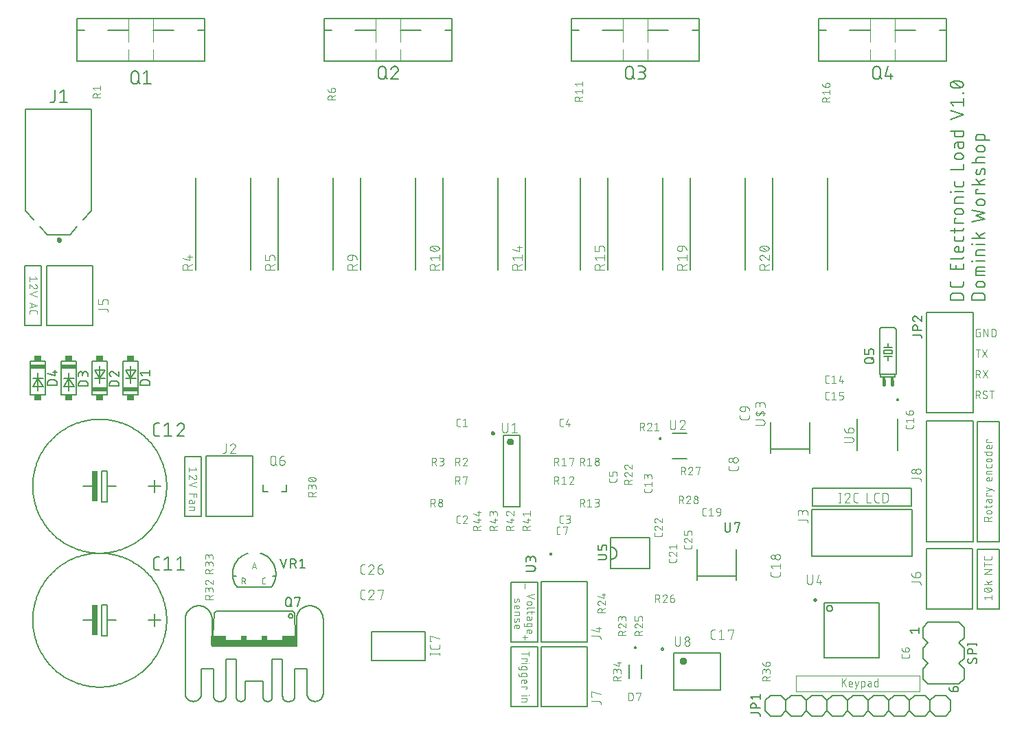
<source format=gbr>
G04 EAGLE Gerber RS-274X export*
G75*
%MOMM*%
%FSLAX34Y34*%
%LPD*%
%INSilkscreen Top*%
%IPPOS*%
%AMOC8*
5,1,8,0,0,1.08239X$1,22.5*%
G01*
%ADD10C,0.152400*%
%ADD11C,0.076200*%
%ADD12C,0.101600*%
%ADD13C,0.063400*%
%ADD14C,0.177800*%
%ADD15C,0.150000*%
%ADD16C,0.250000*%
%ADD17C,0.400000*%
%ADD18C,0.127000*%
%ADD19C,0.200000*%
%ADD20C,0.400000*%
%ADD21C,0.508000*%
%ADD22C,0.300000*%
%ADD23C,0.203200*%
%ADD24R,0.635000X3.810000*%
%ADD25C,0.406400*%
%ADD26R,0.406400X0.584200*%
%ADD27R,1.870000X0.508000*%
%ADD28R,0.850000X0.635000*%
%ADD29R,10.668000X0.762000*%
%ADD30R,1.905000X0.508000*%
%ADD31R,0.762000X0.508000*%
%ADD32R,0.601359X0.599319*%


D10*
X641350Y180340D02*
X608330Y180340D01*
X608330Y106680D01*
X641350Y106680D01*
X641350Y180340D01*
D11*
X637159Y165989D02*
X627761Y162856D01*
X637159Y159724D01*
X631938Y156410D02*
X629849Y156410D01*
X631938Y156410D02*
X632028Y156408D01*
X632117Y156402D01*
X632207Y156393D01*
X632296Y156379D01*
X632384Y156362D01*
X632471Y156341D01*
X632558Y156316D01*
X632643Y156287D01*
X632727Y156255D01*
X632809Y156220D01*
X632890Y156180D01*
X632969Y156138D01*
X633046Y156092D01*
X633121Y156042D01*
X633194Y155990D01*
X633265Y155934D01*
X633333Y155876D01*
X633398Y155814D01*
X633461Y155750D01*
X633521Y155683D01*
X633578Y155614D01*
X633632Y155542D01*
X633683Y155468D01*
X633731Y155392D01*
X633775Y155314D01*
X633816Y155234D01*
X633854Y155152D01*
X633888Y155069D01*
X633918Y154984D01*
X633945Y154898D01*
X633968Y154812D01*
X633987Y154724D01*
X634002Y154635D01*
X634014Y154546D01*
X634022Y154457D01*
X634026Y154367D01*
X634026Y154277D01*
X634022Y154187D01*
X634014Y154098D01*
X634002Y154009D01*
X633987Y153920D01*
X633968Y153832D01*
X633945Y153746D01*
X633918Y153660D01*
X633888Y153575D01*
X633854Y153492D01*
X633816Y153410D01*
X633775Y153330D01*
X633731Y153252D01*
X633683Y153176D01*
X633632Y153102D01*
X633578Y153030D01*
X633521Y152961D01*
X633461Y152894D01*
X633398Y152830D01*
X633333Y152768D01*
X633265Y152710D01*
X633194Y152654D01*
X633121Y152602D01*
X633046Y152552D01*
X632969Y152506D01*
X632890Y152464D01*
X632809Y152424D01*
X632727Y152389D01*
X632643Y152357D01*
X632558Y152328D01*
X632471Y152303D01*
X632384Y152282D01*
X632296Y152265D01*
X632207Y152251D01*
X632117Y152242D01*
X632028Y152236D01*
X631938Y152234D01*
X629849Y152234D01*
X629759Y152236D01*
X629670Y152242D01*
X629580Y152251D01*
X629491Y152265D01*
X629403Y152282D01*
X629316Y152303D01*
X629229Y152328D01*
X629144Y152357D01*
X629060Y152389D01*
X628978Y152424D01*
X628897Y152464D01*
X628818Y152506D01*
X628741Y152552D01*
X628666Y152602D01*
X628593Y152654D01*
X628522Y152710D01*
X628454Y152768D01*
X628389Y152830D01*
X628326Y152894D01*
X628266Y152961D01*
X628209Y153030D01*
X628155Y153102D01*
X628104Y153176D01*
X628056Y153252D01*
X628012Y153330D01*
X627971Y153410D01*
X627933Y153492D01*
X627899Y153575D01*
X627869Y153660D01*
X627842Y153746D01*
X627819Y153832D01*
X627800Y153920D01*
X627785Y154009D01*
X627773Y154098D01*
X627765Y154187D01*
X627761Y154277D01*
X627761Y154367D01*
X627765Y154457D01*
X627773Y154546D01*
X627785Y154635D01*
X627800Y154724D01*
X627819Y154812D01*
X627842Y154898D01*
X627869Y154984D01*
X627899Y155069D01*
X627933Y155152D01*
X627971Y155234D01*
X628012Y155314D01*
X628056Y155392D01*
X628104Y155468D01*
X628155Y155542D01*
X628209Y155614D01*
X628266Y155683D01*
X628326Y155750D01*
X628389Y155814D01*
X628454Y155876D01*
X628522Y155934D01*
X628593Y155990D01*
X628666Y156042D01*
X628741Y156092D01*
X628818Y156138D01*
X628897Y156180D01*
X628978Y156220D01*
X629060Y156255D01*
X629144Y156287D01*
X629229Y156316D01*
X629316Y156341D01*
X629403Y156362D01*
X629491Y156379D01*
X629580Y156393D01*
X629670Y156402D01*
X629759Y156408D01*
X629849Y156410D01*
X629327Y148360D02*
X637159Y148360D01*
X629327Y148360D02*
X629250Y148358D01*
X629174Y148352D01*
X629097Y148343D01*
X629021Y148330D01*
X628946Y148313D01*
X628872Y148293D01*
X628799Y148268D01*
X628728Y148241D01*
X628657Y148210D01*
X628589Y148175D01*
X628522Y148137D01*
X628457Y148096D01*
X628394Y148052D01*
X628334Y148005D01*
X628275Y147954D01*
X628220Y147901D01*
X628167Y147846D01*
X628116Y147787D01*
X628069Y147727D01*
X628025Y147664D01*
X627984Y147599D01*
X627946Y147532D01*
X627911Y147464D01*
X627880Y147393D01*
X627853Y147322D01*
X627828Y147249D01*
X627808Y147175D01*
X627791Y147100D01*
X627778Y147024D01*
X627769Y146947D01*
X627763Y146871D01*
X627761Y146794D01*
X634026Y144378D02*
X634026Y141245D01*
X637159Y143333D02*
X629327Y143333D01*
X629250Y143331D01*
X629174Y143325D01*
X629097Y143316D01*
X629021Y143303D01*
X628946Y143286D01*
X628872Y143266D01*
X628799Y143241D01*
X628728Y143214D01*
X628657Y143183D01*
X628589Y143148D01*
X628522Y143110D01*
X628457Y143069D01*
X628394Y143025D01*
X628334Y142978D01*
X628275Y142927D01*
X628220Y142874D01*
X628167Y142819D01*
X628116Y142760D01*
X628069Y142700D01*
X628025Y142637D01*
X627984Y142572D01*
X627946Y142505D01*
X627911Y142437D01*
X627880Y142366D01*
X627853Y142295D01*
X627828Y142222D01*
X627808Y142148D01*
X627791Y142073D01*
X627778Y141997D01*
X627769Y141920D01*
X627763Y141844D01*
X627761Y141767D01*
X627761Y141245D01*
X631416Y136036D02*
X631416Y133687D01*
X631415Y136036D02*
X631413Y136120D01*
X631407Y136205D01*
X631397Y136288D01*
X631384Y136372D01*
X631366Y136454D01*
X631345Y136536D01*
X631320Y136617D01*
X631292Y136696D01*
X631259Y136774D01*
X631223Y136850D01*
X631184Y136925D01*
X631141Y136998D01*
X631095Y137069D01*
X631046Y137137D01*
X630994Y137203D01*
X630938Y137267D01*
X630880Y137328D01*
X630819Y137386D01*
X630755Y137442D01*
X630689Y137494D01*
X630621Y137543D01*
X630550Y137589D01*
X630477Y137632D01*
X630402Y137671D01*
X630326Y137707D01*
X630248Y137740D01*
X630169Y137768D01*
X630088Y137793D01*
X630006Y137814D01*
X629924Y137832D01*
X629840Y137845D01*
X629757Y137855D01*
X629672Y137861D01*
X629588Y137863D01*
X629504Y137861D01*
X629419Y137855D01*
X629336Y137845D01*
X629252Y137832D01*
X629170Y137814D01*
X629088Y137793D01*
X629007Y137768D01*
X628928Y137740D01*
X628850Y137707D01*
X628774Y137671D01*
X628699Y137632D01*
X628626Y137589D01*
X628555Y137543D01*
X628487Y137494D01*
X628421Y137442D01*
X628357Y137386D01*
X628296Y137328D01*
X628238Y137267D01*
X628182Y137203D01*
X628130Y137137D01*
X628081Y137069D01*
X628035Y136998D01*
X627992Y136925D01*
X627953Y136850D01*
X627917Y136774D01*
X627884Y136696D01*
X627856Y136617D01*
X627831Y136536D01*
X627810Y136454D01*
X627792Y136372D01*
X627779Y136288D01*
X627769Y136205D01*
X627763Y136120D01*
X627761Y136036D01*
X627761Y133687D01*
X632460Y133687D01*
X632537Y133689D01*
X632613Y133695D01*
X632690Y133704D01*
X632766Y133717D01*
X632841Y133734D01*
X632915Y133754D01*
X632988Y133779D01*
X633059Y133806D01*
X633130Y133837D01*
X633198Y133872D01*
X633265Y133910D01*
X633330Y133951D01*
X633393Y133995D01*
X633453Y134042D01*
X633512Y134093D01*
X633567Y134146D01*
X633620Y134201D01*
X633671Y134260D01*
X633718Y134320D01*
X633762Y134383D01*
X633803Y134448D01*
X633841Y134515D01*
X633876Y134583D01*
X633907Y134654D01*
X633934Y134725D01*
X633959Y134798D01*
X633979Y134873D01*
X633996Y134948D01*
X634009Y135023D01*
X634018Y135100D01*
X634024Y135176D01*
X634026Y135253D01*
X634026Y137341D01*
X627761Y128068D02*
X627761Y125457D01*
X627761Y128068D02*
X627763Y128145D01*
X627769Y128221D01*
X627778Y128298D01*
X627791Y128374D01*
X627808Y128449D01*
X627828Y128523D01*
X627853Y128596D01*
X627880Y128667D01*
X627911Y128738D01*
X627946Y128806D01*
X627984Y128873D01*
X628025Y128938D01*
X628069Y129001D01*
X628116Y129061D01*
X628167Y129120D01*
X628220Y129175D01*
X628275Y129228D01*
X628334Y129279D01*
X628394Y129326D01*
X628457Y129370D01*
X628522Y129411D01*
X628589Y129449D01*
X628657Y129484D01*
X628728Y129515D01*
X628799Y129542D01*
X628872Y129567D01*
X628946Y129587D01*
X629021Y129604D01*
X629097Y129617D01*
X629174Y129626D01*
X629250Y129632D01*
X629327Y129634D01*
X632460Y129634D01*
X632537Y129632D01*
X632613Y129626D01*
X632690Y129617D01*
X632766Y129604D01*
X632841Y129587D01*
X632915Y129567D01*
X632988Y129542D01*
X633059Y129515D01*
X633130Y129484D01*
X633198Y129449D01*
X633265Y129411D01*
X633330Y129370D01*
X633393Y129326D01*
X633453Y129279D01*
X633512Y129228D01*
X633567Y129175D01*
X633620Y129120D01*
X633671Y129061D01*
X633718Y129001D01*
X633762Y128938D01*
X633803Y128873D01*
X633841Y128806D01*
X633876Y128738D01*
X633907Y128667D01*
X633934Y128596D01*
X633959Y128523D01*
X633979Y128449D01*
X633996Y128374D01*
X634009Y128298D01*
X634018Y128221D01*
X634024Y128145D01*
X634026Y128068D01*
X634026Y125457D01*
X626195Y125457D01*
X626118Y125459D01*
X626042Y125465D01*
X625965Y125474D01*
X625889Y125487D01*
X625814Y125504D01*
X625740Y125524D01*
X625667Y125549D01*
X625596Y125576D01*
X625525Y125607D01*
X625457Y125642D01*
X625390Y125680D01*
X625325Y125721D01*
X625262Y125765D01*
X625202Y125812D01*
X625143Y125863D01*
X625088Y125916D01*
X625035Y125971D01*
X624984Y126030D01*
X624937Y126090D01*
X624893Y126153D01*
X624852Y126218D01*
X624814Y126285D01*
X624779Y126353D01*
X624748Y126424D01*
X624721Y126495D01*
X624696Y126568D01*
X624676Y126642D01*
X624659Y126717D01*
X624646Y126793D01*
X624637Y126870D01*
X624631Y126946D01*
X624629Y127023D01*
X624628Y127023D02*
X624628Y129112D01*
X627761Y119792D02*
X627761Y117182D01*
X627761Y119792D02*
X627763Y119869D01*
X627769Y119945D01*
X627778Y120022D01*
X627791Y120098D01*
X627808Y120173D01*
X627828Y120247D01*
X627853Y120320D01*
X627880Y120391D01*
X627911Y120462D01*
X627946Y120530D01*
X627984Y120597D01*
X628025Y120662D01*
X628069Y120725D01*
X628116Y120785D01*
X628167Y120844D01*
X628220Y120899D01*
X628275Y120952D01*
X628334Y121003D01*
X628394Y121050D01*
X628457Y121094D01*
X628522Y121135D01*
X628589Y121173D01*
X628657Y121208D01*
X628728Y121239D01*
X628799Y121266D01*
X628872Y121291D01*
X628946Y121311D01*
X629021Y121328D01*
X629097Y121341D01*
X629174Y121350D01*
X629250Y121356D01*
X629327Y121358D01*
X629327Y121359D02*
X631938Y121359D01*
X631938Y121358D02*
X632028Y121356D01*
X632117Y121350D01*
X632207Y121341D01*
X632296Y121327D01*
X632384Y121310D01*
X632471Y121289D01*
X632558Y121264D01*
X632643Y121235D01*
X632727Y121203D01*
X632809Y121168D01*
X632890Y121128D01*
X632969Y121086D01*
X633046Y121040D01*
X633121Y120990D01*
X633194Y120938D01*
X633265Y120882D01*
X633333Y120824D01*
X633398Y120762D01*
X633461Y120698D01*
X633521Y120631D01*
X633578Y120562D01*
X633632Y120490D01*
X633683Y120416D01*
X633731Y120340D01*
X633775Y120262D01*
X633816Y120182D01*
X633854Y120100D01*
X633888Y120017D01*
X633918Y119932D01*
X633945Y119846D01*
X633968Y119760D01*
X633987Y119672D01*
X634002Y119583D01*
X634014Y119494D01*
X634022Y119405D01*
X634026Y119315D01*
X634026Y119225D01*
X634022Y119135D01*
X634014Y119046D01*
X634002Y118957D01*
X633987Y118868D01*
X633968Y118780D01*
X633945Y118694D01*
X633918Y118608D01*
X633888Y118523D01*
X633854Y118440D01*
X633816Y118358D01*
X633775Y118278D01*
X633731Y118200D01*
X633683Y118124D01*
X633632Y118050D01*
X633578Y117978D01*
X633521Y117909D01*
X633461Y117842D01*
X633398Y117778D01*
X633333Y117716D01*
X633265Y117658D01*
X633194Y117602D01*
X633121Y117550D01*
X633046Y117500D01*
X632969Y117454D01*
X632890Y117412D01*
X632809Y117372D01*
X632727Y117337D01*
X632643Y117305D01*
X632558Y117276D01*
X632471Y117251D01*
X632384Y117230D01*
X632296Y117213D01*
X632207Y117199D01*
X632117Y117190D01*
X632028Y117184D01*
X631938Y117182D01*
X630894Y117182D01*
X630894Y121359D01*
X615132Y156195D02*
X616176Y158805D01*
X616204Y158871D01*
X616237Y158936D01*
X616272Y158999D01*
X616311Y159060D01*
X616353Y159119D01*
X616398Y159175D01*
X616446Y159229D01*
X616497Y159280D01*
X616550Y159329D01*
X616607Y159374D01*
X616665Y159417D01*
X616725Y159456D01*
X616788Y159493D01*
X616853Y159525D01*
X616919Y159554D01*
X616986Y159580D01*
X617055Y159602D01*
X617125Y159620D01*
X617196Y159635D01*
X617267Y159646D01*
X617339Y159653D01*
X617411Y159656D01*
X617483Y159655D01*
X617556Y159650D01*
X617627Y159642D01*
X617699Y159630D01*
X617769Y159614D01*
X617838Y159594D01*
X617907Y159570D01*
X617974Y159543D01*
X618039Y159513D01*
X618103Y159479D01*
X618165Y159441D01*
X618225Y159401D01*
X618282Y159357D01*
X618337Y159310D01*
X618390Y159260D01*
X618439Y159208D01*
X618486Y159153D01*
X618530Y159096D01*
X618571Y159036D01*
X618608Y158974D01*
X618643Y158910D01*
X618673Y158845D01*
X618701Y158778D01*
X618724Y158710D01*
X618744Y158640D01*
X618760Y158570D01*
X618773Y158499D01*
X618781Y158427D01*
X618786Y158355D01*
X618787Y158283D01*
X618786Y158283D02*
X618782Y158132D01*
X618774Y157981D01*
X618763Y157830D01*
X618747Y157679D01*
X618727Y157529D01*
X618704Y157379D01*
X618677Y157230D01*
X618646Y157082D01*
X618611Y156934D01*
X618573Y156788D01*
X618530Y156642D01*
X618484Y156498D01*
X618435Y156355D01*
X618382Y156213D01*
X618325Y156073D01*
X618264Y155934D01*
X615132Y156194D02*
X615104Y156128D01*
X615071Y156063D01*
X615036Y156000D01*
X614997Y155939D01*
X614955Y155880D01*
X614910Y155824D01*
X614862Y155770D01*
X614811Y155719D01*
X614758Y155670D01*
X614701Y155625D01*
X614643Y155582D01*
X614583Y155543D01*
X614520Y155506D01*
X614455Y155474D01*
X614389Y155445D01*
X614322Y155419D01*
X614253Y155397D01*
X614183Y155379D01*
X614112Y155364D01*
X614041Y155353D01*
X613969Y155346D01*
X613897Y155343D01*
X613825Y155344D01*
X613752Y155349D01*
X613681Y155357D01*
X613609Y155369D01*
X613539Y155385D01*
X613470Y155405D01*
X613401Y155429D01*
X613334Y155456D01*
X613269Y155486D01*
X613205Y155520D01*
X613143Y155558D01*
X613083Y155598D01*
X613026Y155642D01*
X612971Y155689D01*
X612918Y155739D01*
X612869Y155791D01*
X612822Y155846D01*
X612778Y155903D01*
X612737Y155963D01*
X612700Y156025D01*
X612665Y156089D01*
X612635Y156154D01*
X612607Y156221D01*
X612584Y156289D01*
X612564Y156359D01*
X612548Y156429D01*
X612535Y156500D01*
X612527Y156572D01*
X612522Y156644D01*
X612521Y156716D01*
X612526Y156926D01*
X612537Y157135D01*
X612552Y157344D01*
X612572Y157552D01*
X612598Y157760D01*
X612628Y157967D01*
X612663Y158174D01*
X612703Y158379D01*
X612747Y158584D01*
X612797Y158787D01*
X612851Y158990D01*
X612911Y159191D01*
X612974Y159390D01*
X613043Y159588D01*
X612521Y150097D02*
X612521Y147487D01*
X612521Y150097D02*
X612523Y150174D01*
X612529Y150250D01*
X612538Y150327D01*
X612551Y150403D01*
X612568Y150478D01*
X612588Y150552D01*
X612613Y150625D01*
X612640Y150696D01*
X612671Y150767D01*
X612706Y150835D01*
X612744Y150902D01*
X612785Y150967D01*
X612829Y151030D01*
X612876Y151090D01*
X612927Y151149D01*
X612980Y151204D01*
X613035Y151257D01*
X613094Y151308D01*
X613154Y151355D01*
X613217Y151399D01*
X613282Y151440D01*
X613349Y151478D01*
X613417Y151513D01*
X613488Y151544D01*
X613559Y151571D01*
X613632Y151596D01*
X613706Y151616D01*
X613781Y151633D01*
X613857Y151646D01*
X613934Y151655D01*
X614010Y151661D01*
X614087Y151663D01*
X614087Y151664D02*
X616698Y151664D01*
X616698Y151663D02*
X616788Y151661D01*
X616877Y151655D01*
X616967Y151646D01*
X617056Y151632D01*
X617144Y151615D01*
X617231Y151594D01*
X617318Y151569D01*
X617403Y151540D01*
X617487Y151508D01*
X617569Y151473D01*
X617650Y151433D01*
X617729Y151391D01*
X617806Y151345D01*
X617881Y151295D01*
X617954Y151243D01*
X618025Y151187D01*
X618093Y151129D01*
X618158Y151067D01*
X618221Y151003D01*
X618281Y150936D01*
X618338Y150867D01*
X618392Y150795D01*
X618443Y150721D01*
X618491Y150645D01*
X618535Y150567D01*
X618576Y150487D01*
X618614Y150405D01*
X618648Y150322D01*
X618678Y150237D01*
X618705Y150151D01*
X618728Y150065D01*
X618747Y149977D01*
X618762Y149888D01*
X618774Y149799D01*
X618782Y149710D01*
X618786Y149620D01*
X618786Y149530D01*
X618782Y149440D01*
X618774Y149351D01*
X618762Y149262D01*
X618747Y149173D01*
X618728Y149085D01*
X618705Y148999D01*
X618678Y148913D01*
X618648Y148828D01*
X618614Y148745D01*
X618576Y148663D01*
X618535Y148583D01*
X618491Y148505D01*
X618443Y148429D01*
X618392Y148355D01*
X618338Y148283D01*
X618281Y148214D01*
X618221Y148147D01*
X618158Y148083D01*
X618093Y148021D01*
X618025Y147963D01*
X617954Y147907D01*
X617881Y147855D01*
X617806Y147805D01*
X617729Y147759D01*
X617650Y147717D01*
X617569Y147677D01*
X617487Y147642D01*
X617403Y147610D01*
X617318Y147581D01*
X617231Y147556D01*
X617144Y147535D01*
X617056Y147518D01*
X616967Y147504D01*
X616877Y147495D01*
X616788Y147489D01*
X616698Y147487D01*
X615654Y147487D01*
X615654Y151664D01*
X618786Y143434D02*
X612521Y143434D01*
X618786Y143434D02*
X618786Y140823D01*
X618784Y140746D01*
X618778Y140670D01*
X618769Y140593D01*
X618756Y140517D01*
X618739Y140443D01*
X618719Y140368D01*
X618694Y140295D01*
X618667Y140224D01*
X618636Y140153D01*
X618601Y140085D01*
X618563Y140018D01*
X618522Y139953D01*
X618478Y139890D01*
X618431Y139830D01*
X618380Y139771D01*
X618327Y139716D01*
X618272Y139663D01*
X618213Y139612D01*
X618153Y139565D01*
X618090Y139521D01*
X618025Y139480D01*
X617958Y139442D01*
X617890Y139407D01*
X617819Y139376D01*
X617748Y139349D01*
X617675Y139324D01*
X617601Y139304D01*
X617526Y139287D01*
X617450Y139274D01*
X617374Y139265D01*
X617297Y139259D01*
X617220Y139257D01*
X612521Y139257D01*
X616176Y134421D02*
X615132Y131811D01*
X616176Y134421D02*
X616204Y134487D01*
X616237Y134552D01*
X616272Y134615D01*
X616311Y134676D01*
X616353Y134735D01*
X616398Y134791D01*
X616446Y134845D01*
X616497Y134896D01*
X616550Y134945D01*
X616607Y134990D01*
X616665Y135033D01*
X616725Y135072D01*
X616788Y135109D01*
X616853Y135141D01*
X616919Y135170D01*
X616986Y135196D01*
X617055Y135218D01*
X617125Y135236D01*
X617196Y135251D01*
X617267Y135262D01*
X617339Y135269D01*
X617411Y135272D01*
X617483Y135271D01*
X617556Y135266D01*
X617627Y135258D01*
X617699Y135246D01*
X617769Y135230D01*
X617838Y135210D01*
X617907Y135186D01*
X617974Y135159D01*
X618039Y135129D01*
X618103Y135095D01*
X618165Y135057D01*
X618225Y135017D01*
X618282Y134973D01*
X618337Y134926D01*
X618390Y134876D01*
X618439Y134824D01*
X618486Y134769D01*
X618530Y134712D01*
X618571Y134652D01*
X618608Y134590D01*
X618643Y134526D01*
X618673Y134461D01*
X618701Y134394D01*
X618724Y134326D01*
X618744Y134256D01*
X618760Y134186D01*
X618773Y134115D01*
X618781Y134043D01*
X618786Y133971D01*
X618787Y133899D01*
X618786Y133899D02*
X618782Y133748D01*
X618774Y133597D01*
X618763Y133446D01*
X618747Y133295D01*
X618727Y133145D01*
X618704Y132995D01*
X618677Y132846D01*
X618646Y132698D01*
X618611Y132550D01*
X618573Y132404D01*
X618530Y132258D01*
X618484Y132114D01*
X618435Y131971D01*
X618382Y131829D01*
X618325Y131689D01*
X618264Y131550D01*
X615132Y131810D02*
X615104Y131744D01*
X615071Y131679D01*
X615036Y131616D01*
X614997Y131555D01*
X614955Y131496D01*
X614910Y131440D01*
X614862Y131386D01*
X614811Y131335D01*
X614758Y131286D01*
X614701Y131241D01*
X614643Y131198D01*
X614583Y131159D01*
X614520Y131122D01*
X614455Y131090D01*
X614389Y131061D01*
X614322Y131035D01*
X614253Y131013D01*
X614183Y130995D01*
X614112Y130980D01*
X614041Y130969D01*
X613969Y130962D01*
X613897Y130959D01*
X613825Y130960D01*
X613752Y130965D01*
X613681Y130973D01*
X613609Y130985D01*
X613539Y131001D01*
X613470Y131021D01*
X613401Y131045D01*
X613334Y131072D01*
X613269Y131102D01*
X613205Y131136D01*
X613143Y131174D01*
X613083Y131214D01*
X613026Y131258D01*
X612971Y131305D01*
X612918Y131355D01*
X612869Y131407D01*
X612822Y131462D01*
X612778Y131519D01*
X612737Y131579D01*
X612700Y131641D01*
X612665Y131705D01*
X612635Y131770D01*
X612607Y131837D01*
X612584Y131905D01*
X612564Y131975D01*
X612548Y132045D01*
X612535Y132116D01*
X612527Y132188D01*
X612522Y132260D01*
X612521Y132332D01*
X612526Y132542D01*
X612537Y132751D01*
X612552Y132960D01*
X612572Y133168D01*
X612598Y133376D01*
X612628Y133583D01*
X612663Y133790D01*
X612703Y133995D01*
X612747Y134200D01*
X612797Y134403D01*
X612851Y134606D01*
X612911Y134807D01*
X612974Y135006D01*
X613043Y135204D01*
X612521Y125713D02*
X612521Y123103D01*
X612521Y125713D02*
X612523Y125790D01*
X612529Y125866D01*
X612538Y125943D01*
X612551Y126019D01*
X612568Y126094D01*
X612588Y126168D01*
X612613Y126241D01*
X612640Y126312D01*
X612671Y126383D01*
X612706Y126451D01*
X612744Y126518D01*
X612785Y126583D01*
X612829Y126646D01*
X612876Y126706D01*
X612927Y126765D01*
X612980Y126820D01*
X613035Y126873D01*
X613094Y126924D01*
X613154Y126971D01*
X613217Y127015D01*
X613282Y127056D01*
X613349Y127094D01*
X613417Y127129D01*
X613488Y127160D01*
X613559Y127187D01*
X613632Y127212D01*
X613706Y127232D01*
X613781Y127249D01*
X613857Y127262D01*
X613934Y127271D01*
X614010Y127277D01*
X614087Y127279D01*
X614087Y127280D02*
X616698Y127280D01*
X616698Y127279D02*
X616788Y127277D01*
X616877Y127271D01*
X616967Y127262D01*
X617056Y127248D01*
X617144Y127231D01*
X617231Y127210D01*
X617318Y127185D01*
X617403Y127156D01*
X617487Y127124D01*
X617569Y127089D01*
X617650Y127049D01*
X617729Y127007D01*
X617806Y126961D01*
X617881Y126911D01*
X617954Y126859D01*
X618025Y126803D01*
X618093Y126745D01*
X618158Y126683D01*
X618221Y126619D01*
X618281Y126552D01*
X618338Y126483D01*
X618392Y126411D01*
X618443Y126337D01*
X618491Y126261D01*
X618535Y126183D01*
X618576Y126103D01*
X618614Y126021D01*
X618648Y125938D01*
X618678Y125853D01*
X618705Y125767D01*
X618728Y125681D01*
X618747Y125593D01*
X618762Y125504D01*
X618774Y125415D01*
X618782Y125326D01*
X618786Y125236D01*
X618786Y125146D01*
X618782Y125056D01*
X618774Y124967D01*
X618762Y124878D01*
X618747Y124789D01*
X618728Y124701D01*
X618705Y124615D01*
X618678Y124529D01*
X618648Y124444D01*
X618614Y124361D01*
X618576Y124279D01*
X618535Y124199D01*
X618491Y124121D01*
X618443Y124045D01*
X618392Y123971D01*
X618338Y123899D01*
X618281Y123830D01*
X618221Y123763D01*
X618158Y123699D01*
X618093Y123637D01*
X618025Y123579D01*
X617954Y123523D01*
X617881Y123471D01*
X617806Y123421D01*
X617729Y123375D01*
X617650Y123333D01*
X617569Y123293D01*
X617487Y123258D01*
X617403Y123226D01*
X617318Y123197D01*
X617231Y123172D01*
X617144Y123151D01*
X617056Y123134D01*
X616967Y123120D01*
X616877Y123111D01*
X616788Y123105D01*
X616698Y123103D01*
X615654Y123103D01*
X615654Y127280D01*
X625884Y115189D02*
X625884Y108924D01*
X622752Y112056D02*
X629017Y112056D01*
X625884Y172424D02*
X625884Y178689D01*
D12*
X1013996Y278638D02*
X1013996Y290322D01*
X1012698Y278638D02*
X1015294Y278638D01*
X1015294Y290322D02*
X1012698Y290322D01*
X1023465Y290322D02*
X1023572Y290320D01*
X1023678Y290314D01*
X1023784Y290304D01*
X1023890Y290291D01*
X1023996Y290273D01*
X1024100Y290252D01*
X1024204Y290227D01*
X1024307Y290198D01*
X1024408Y290166D01*
X1024508Y290129D01*
X1024607Y290089D01*
X1024705Y290046D01*
X1024801Y289999D01*
X1024895Y289948D01*
X1024987Y289894D01*
X1025077Y289837D01*
X1025165Y289777D01*
X1025250Y289713D01*
X1025333Y289646D01*
X1025414Y289576D01*
X1025492Y289504D01*
X1025568Y289428D01*
X1025640Y289350D01*
X1025710Y289269D01*
X1025777Y289186D01*
X1025841Y289101D01*
X1025901Y289013D01*
X1025958Y288923D01*
X1026012Y288831D01*
X1026063Y288737D01*
X1026110Y288641D01*
X1026153Y288543D01*
X1026193Y288444D01*
X1026230Y288344D01*
X1026262Y288243D01*
X1026291Y288140D01*
X1026316Y288036D01*
X1026337Y287932D01*
X1026355Y287826D01*
X1026368Y287720D01*
X1026378Y287614D01*
X1026384Y287508D01*
X1026386Y287401D01*
X1023465Y290322D02*
X1023344Y290320D01*
X1023223Y290314D01*
X1023103Y290304D01*
X1022982Y290291D01*
X1022863Y290273D01*
X1022743Y290252D01*
X1022625Y290227D01*
X1022508Y290198D01*
X1022391Y290165D01*
X1022276Y290129D01*
X1022162Y290088D01*
X1022049Y290045D01*
X1021937Y289997D01*
X1021828Y289946D01*
X1021720Y289891D01*
X1021613Y289833D01*
X1021509Y289772D01*
X1021407Y289707D01*
X1021307Y289639D01*
X1021209Y289568D01*
X1021113Y289494D01*
X1021020Y289417D01*
X1020930Y289336D01*
X1020842Y289253D01*
X1020757Y289167D01*
X1020674Y289078D01*
X1020595Y288987D01*
X1020518Y288893D01*
X1020445Y288797D01*
X1020375Y288699D01*
X1020308Y288598D01*
X1020244Y288495D01*
X1020184Y288390D01*
X1020127Y288283D01*
X1020073Y288175D01*
X1020023Y288065D01*
X1019977Y287953D01*
X1019934Y287840D01*
X1019895Y287725D01*
X1025412Y285129D02*
X1025491Y285206D01*
X1025567Y285287D01*
X1025640Y285370D01*
X1025710Y285455D01*
X1025777Y285543D01*
X1025841Y285633D01*
X1025901Y285725D01*
X1025958Y285820D01*
X1026012Y285916D01*
X1026063Y286014D01*
X1026110Y286114D01*
X1026154Y286216D01*
X1026194Y286319D01*
X1026230Y286423D01*
X1026262Y286529D01*
X1026291Y286635D01*
X1026316Y286743D01*
X1026338Y286851D01*
X1026355Y286961D01*
X1026369Y287070D01*
X1026378Y287180D01*
X1026384Y287291D01*
X1026386Y287401D01*
X1025412Y285129D02*
X1019895Y278638D01*
X1026386Y278638D01*
X1033888Y278638D02*
X1036484Y278638D01*
X1033888Y278638D02*
X1033789Y278640D01*
X1033689Y278646D01*
X1033590Y278655D01*
X1033492Y278668D01*
X1033394Y278685D01*
X1033296Y278706D01*
X1033200Y278731D01*
X1033105Y278759D01*
X1033011Y278791D01*
X1032918Y278826D01*
X1032826Y278865D01*
X1032736Y278908D01*
X1032648Y278953D01*
X1032561Y279003D01*
X1032477Y279055D01*
X1032394Y279111D01*
X1032314Y279169D01*
X1032236Y279231D01*
X1032161Y279296D01*
X1032088Y279364D01*
X1032018Y279434D01*
X1031950Y279507D01*
X1031885Y279582D01*
X1031823Y279660D01*
X1031765Y279740D01*
X1031709Y279823D01*
X1031657Y279907D01*
X1031607Y279994D01*
X1031562Y280082D01*
X1031519Y280172D01*
X1031480Y280264D01*
X1031445Y280357D01*
X1031413Y280451D01*
X1031385Y280546D01*
X1031360Y280642D01*
X1031339Y280740D01*
X1031322Y280838D01*
X1031309Y280936D01*
X1031300Y281035D01*
X1031294Y281135D01*
X1031292Y281234D01*
X1031291Y281234D02*
X1031291Y287726D01*
X1031292Y287726D02*
X1031294Y287825D01*
X1031300Y287925D01*
X1031309Y288024D01*
X1031322Y288122D01*
X1031339Y288220D01*
X1031360Y288318D01*
X1031385Y288414D01*
X1031413Y288509D01*
X1031445Y288603D01*
X1031480Y288696D01*
X1031519Y288788D01*
X1031562Y288878D01*
X1031607Y288966D01*
X1031657Y289053D01*
X1031709Y289137D01*
X1031765Y289220D01*
X1031823Y289300D01*
X1031885Y289378D01*
X1031950Y289453D01*
X1032018Y289526D01*
X1032088Y289596D01*
X1032161Y289664D01*
X1032236Y289729D01*
X1032314Y289791D01*
X1032394Y289849D01*
X1032477Y289905D01*
X1032561Y289957D01*
X1032648Y290007D01*
X1032736Y290052D01*
X1032826Y290095D01*
X1032918Y290134D01*
X1033010Y290169D01*
X1033105Y290201D01*
X1033200Y290229D01*
X1033296Y290254D01*
X1033394Y290275D01*
X1033492Y290292D01*
X1033590Y290305D01*
X1033689Y290314D01*
X1033789Y290320D01*
X1033888Y290322D01*
X1036484Y290322D01*
X1047349Y290322D02*
X1047349Y278638D01*
X1052542Y278638D01*
X1059415Y278638D02*
X1062011Y278638D01*
X1059415Y278638D02*
X1059316Y278640D01*
X1059216Y278646D01*
X1059117Y278655D01*
X1059019Y278668D01*
X1058921Y278685D01*
X1058823Y278706D01*
X1058727Y278731D01*
X1058632Y278759D01*
X1058538Y278791D01*
X1058445Y278826D01*
X1058353Y278865D01*
X1058263Y278908D01*
X1058175Y278953D01*
X1058088Y279003D01*
X1058004Y279055D01*
X1057921Y279111D01*
X1057841Y279169D01*
X1057763Y279231D01*
X1057688Y279296D01*
X1057615Y279364D01*
X1057545Y279434D01*
X1057477Y279507D01*
X1057412Y279582D01*
X1057350Y279660D01*
X1057292Y279740D01*
X1057236Y279823D01*
X1057184Y279907D01*
X1057134Y279994D01*
X1057089Y280082D01*
X1057046Y280172D01*
X1057007Y280264D01*
X1056972Y280357D01*
X1056940Y280451D01*
X1056912Y280546D01*
X1056887Y280642D01*
X1056866Y280740D01*
X1056849Y280838D01*
X1056836Y280936D01*
X1056827Y281035D01*
X1056821Y281135D01*
X1056819Y281234D01*
X1056818Y281234D02*
X1056818Y287726D01*
X1056819Y287726D02*
X1056821Y287825D01*
X1056827Y287925D01*
X1056836Y288024D01*
X1056849Y288122D01*
X1056866Y288220D01*
X1056887Y288318D01*
X1056912Y288414D01*
X1056940Y288509D01*
X1056972Y288603D01*
X1057007Y288696D01*
X1057046Y288788D01*
X1057089Y288878D01*
X1057134Y288966D01*
X1057184Y289053D01*
X1057236Y289137D01*
X1057292Y289220D01*
X1057350Y289300D01*
X1057412Y289378D01*
X1057477Y289453D01*
X1057545Y289526D01*
X1057615Y289596D01*
X1057688Y289664D01*
X1057763Y289729D01*
X1057841Y289791D01*
X1057921Y289849D01*
X1058004Y289905D01*
X1058088Y289957D01*
X1058175Y290007D01*
X1058263Y290052D01*
X1058353Y290095D01*
X1058445Y290134D01*
X1058537Y290169D01*
X1058632Y290201D01*
X1058727Y290229D01*
X1058823Y290254D01*
X1058921Y290275D01*
X1059019Y290292D01*
X1059117Y290305D01*
X1059216Y290314D01*
X1059316Y290320D01*
X1059415Y290322D01*
X1062011Y290322D01*
X1066758Y290322D02*
X1066758Y278638D01*
X1066758Y290322D02*
X1070003Y290322D01*
X1070116Y290320D01*
X1070229Y290314D01*
X1070342Y290304D01*
X1070455Y290290D01*
X1070567Y290273D01*
X1070678Y290251D01*
X1070788Y290226D01*
X1070898Y290196D01*
X1071006Y290163D01*
X1071113Y290126D01*
X1071219Y290086D01*
X1071323Y290041D01*
X1071426Y289993D01*
X1071527Y289942D01*
X1071626Y289887D01*
X1071723Y289829D01*
X1071818Y289767D01*
X1071911Y289702D01*
X1072001Y289634D01*
X1072089Y289563D01*
X1072175Y289488D01*
X1072258Y289411D01*
X1072338Y289331D01*
X1072415Y289248D01*
X1072490Y289162D01*
X1072561Y289074D01*
X1072629Y288984D01*
X1072694Y288891D01*
X1072756Y288796D01*
X1072814Y288699D01*
X1072869Y288600D01*
X1072920Y288499D01*
X1072968Y288396D01*
X1073013Y288292D01*
X1073053Y288186D01*
X1073090Y288079D01*
X1073123Y287971D01*
X1073153Y287861D01*
X1073178Y287751D01*
X1073200Y287640D01*
X1073217Y287528D01*
X1073231Y287415D01*
X1073241Y287302D01*
X1073247Y287189D01*
X1073249Y287076D01*
X1073249Y281884D01*
X1073247Y281771D01*
X1073241Y281658D01*
X1073231Y281545D01*
X1073217Y281432D01*
X1073200Y281320D01*
X1073178Y281209D01*
X1073153Y281099D01*
X1073123Y280989D01*
X1073090Y280881D01*
X1073053Y280774D01*
X1073013Y280668D01*
X1072968Y280564D01*
X1072920Y280461D01*
X1072869Y280360D01*
X1072814Y280261D01*
X1072756Y280164D01*
X1072694Y280069D01*
X1072629Y279976D01*
X1072561Y279886D01*
X1072490Y279798D01*
X1072415Y279712D01*
X1072338Y279629D01*
X1072258Y279549D01*
X1072175Y279472D01*
X1072089Y279397D01*
X1072001Y279326D01*
X1071911Y279258D01*
X1071818Y279193D01*
X1071723Y279131D01*
X1071626Y279073D01*
X1071527Y279018D01*
X1071426Y278967D01*
X1071323Y278919D01*
X1071219Y278874D01*
X1071113Y278834D01*
X1071006Y278797D01*
X1070898Y278764D01*
X1070788Y278734D01*
X1070678Y278709D01*
X1070567Y278687D01*
X1070455Y278670D01*
X1070342Y278656D01*
X1070229Y278646D01*
X1070116Y278640D01*
X1070003Y278638D01*
X1066758Y278638D01*
D10*
X1102360Y274320D02*
X980440Y274320D01*
X1102360Y274320D02*
X1102360Y295910D01*
X980440Y295910D01*
X980440Y274320D01*
X29845Y570230D02*
X9525Y570230D01*
X9525Y496570D01*
X29845Y496570D01*
X29845Y570230D01*
D11*
X22296Y556514D02*
X24384Y553903D01*
X14986Y553903D01*
X14986Y551293D02*
X14986Y556514D01*
X24385Y544498D02*
X24383Y544403D01*
X24377Y544309D01*
X24368Y544215D01*
X24355Y544121D01*
X24338Y544028D01*
X24317Y543936D01*
X24292Y543844D01*
X24264Y543754D01*
X24232Y543665D01*
X24197Y543577D01*
X24158Y543491D01*
X24116Y543406D01*
X24070Y543323D01*
X24021Y543242D01*
X23969Y543163D01*
X23914Y543086D01*
X23855Y543012D01*
X23794Y542940D01*
X23730Y542870D01*
X23663Y542803D01*
X23593Y542739D01*
X23521Y542678D01*
X23447Y542619D01*
X23370Y542564D01*
X23291Y542512D01*
X23210Y542463D01*
X23127Y542417D01*
X23042Y542375D01*
X22956Y542336D01*
X22868Y542301D01*
X22779Y542269D01*
X22689Y542241D01*
X22597Y542216D01*
X22505Y542195D01*
X22412Y542178D01*
X22318Y542165D01*
X22224Y542156D01*
X22130Y542150D01*
X22035Y542148D01*
X24384Y544498D02*
X24382Y544606D01*
X24376Y544715D01*
X24366Y544823D01*
X24353Y544930D01*
X24335Y545037D01*
X24314Y545144D01*
X24289Y545249D01*
X24260Y545354D01*
X24228Y545457D01*
X24191Y545559D01*
X24151Y545660D01*
X24108Y545759D01*
X24061Y545857D01*
X24010Y545953D01*
X23956Y546047D01*
X23899Y546139D01*
X23838Y546229D01*
X23774Y546317D01*
X23708Y546402D01*
X23638Y546485D01*
X23565Y546565D01*
X23489Y546643D01*
X23411Y546718D01*
X23330Y546790D01*
X23246Y546859D01*
X23160Y546925D01*
X23072Y546988D01*
X22981Y547047D01*
X22889Y547104D01*
X22794Y547157D01*
X22697Y547206D01*
X22599Y547252D01*
X22500Y547295D01*
X22398Y547334D01*
X22296Y547369D01*
X20207Y542932D02*
X20276Y542863D01*
X20347Y542797D01*
X20420Y542733D01*
X20496Y542672D01*
X20575Y542614D01*
X20655Y542560D01*
X20738Y542508D01*
X20822Y542460D01*
X20908Y542414D01*
X20996Y542373D01*
X21086Y542334D01*
X21177Y542299D01*
X21269Y542268D01*
X21362Y542240D01*
X21456Y542216D01*
X21551Y542196D01*
X21647Y542179D01*
X21744Y542166D01*
X21841Y542157D01*
X21938Y542151D01*
X22035Y542149D01*
X20207Y542932D02*
X14986Y547370D01*
X14986Y542149D01*
X14986Y535616D02*
X24384Y538748D01*
X24384Y532483D02*
X14986Y535616D01*
X14986Y524728D02*
X24384Y521595D01*
X14986Y518462D01*
X17336Y519245D02*
X17336Y523944D01*
X14986Y512999D02*
X14986Y510910D01*
X14986Y512999D02*
X14988Y513088D01*
X14994Y513176D01*
X15003Y513264D01*
X15016Y513352D01*
X15033Y513439D01*
X15053Y513525D01*
X15078Y513610D01*
X15105Y513695D01*
X15137Y513778D01*
X15171Y513859D01*
X15210Y513939D01*
X15251Y514017D01*
X15296Y514094D01*
X15344Y514168D01*
X15395Y514241D01*
X15449Y514311D01*
X15507Y514378D01*
X15567Y514444D01*
X15629Y514506D01*
X15695Y514566D01*
X15762Y514624D01*
X15832Y514678D01*
X15905Y514729D01*
X15979Y514777D01*
X16056Y514822D01*
X16134Y514863D01*
X16214Y514902D01*
X16295Y514936D01*
X16378Y514968D01*
X16463Y514995D01*
X16548Y515020D01*
X16634Y515040D01*
X16721Y515057D01*
X16809Y515070D01*
X16897Y515079D01*
X16985Y515085D01*
X17074Y515087D01*
X22296Y515087D01*
X22387Y515085D01*
X22478Y515079D01*
X22569Y515069D01*
X22659Y515055D01*
X22748Y515038D01*
X22836Y515016D01*
X22924Y514990D01*
X23010Y514961D01*
X23095Y514928D01*
X23178Y514891D01*
X23260Y514851D01*
X23340Y514807D01*
X23418Y514760D01*
X23494Y514709D01*
X23567Y514656D01*
X23638Y514599D01*
X23707Y514538D01*
X23772Y514475D01*
X23835Y514410D01*
X23895Y514341D01*
X23953Y514270D01*
X24006Y514197D01*
X24057Y514121D01*
X24104Y514043D01*
X24148Y513963D01*
X24188Y513881D01*
X24225Y513798D01*
X24258Y513713D01*
X24287Y513627D01*
X24313Y513539D01*
X24335Y513451D01*
X24352Y513362D01*
X24366Y513272D01*
X24376Y513181D01*
X24382Y513090D01*
X24384Y512999D01*
X24384Y510910D01*
D10*
X206375Y335280D02*
X226695Y335280D01*
X206375Y335280D02*
X206375Y261620D01*
X226695Y261620D01*
X226695Y335280D01*
D11*
X219146Y321564D02*
X221234Y318953D01*
X211836Y318953D01*
X211836Y316343D02*
X211836Y321564D01*
X221235Y309548D02*
X221233Y309453D01*
X221227Y309359D01*
X221218Y309265D01*
X221205Y309171D01*
X221188Y309078D01*
X221167Y308986D01*
X221142Y308894D01*
X221114Y308804D01*
X221082Y308715D01*
X221047Y308627D01*
X221008Y308541D01*
X220966Y308456D01*
X220920Y308373D01*
X220871Y308292D01*
X220819Y308213D01*
X220764Y308136D01*
X220705Y308062D01*
X220644Y307990D01*
X220580Y307920D01*
X220513Y307853D01*
X220443Y307789D01*
X220371Y307728D01*
X220297Y307669D01*
X220220Y307614D01*
X220141Y307562D01*
X220060Y307513D01*
X219977Y307467D01*
X219892Y307425D01*
X219806Y307386D01*
X219718Y307351D01*
X219629Y307319D01*
X219539Y307291D01*
X219447Y307266D01*
X219355Y307245D01*
X219262Y307228D01*
X219168Y307215D01*
X219074Y307206D01*
X218980Y307200D01*
X218885Y307198D01*
X221234Y309548D02*
X221232Y309656D01*
X221226Y309765D01*
X221216Y309873D01*
X221203Y309980D01*
X221185Y310087D01*
X221164Y310194D01*
X221139Y310299D01*
X221110Y310404D01*
X221078Y310507D01*
X221041Y310609D01*
X221001Y310710D01*
X220958Y310809D01*
X220911Y310907D01*
X220860Y311003D01*
X220806Y311097D01*
X220749Y311189D01*
X220688Y311279D01*
X220624Y311367D01*
X220558Y311452D01*
X220488Y311535D01*
X220415Y311615D01*
X220339Y311693D01*
X220261Y311768D01*
X220180Y311840D01*
X220096Y311909D01*
X220010Y311975D01*
X219922Y312038D01*
X219831Y312097D01*
X219739Y312154D01*
X219644Y312207D01*
X219547Y312256D01*
X219449Y312302D01*
X219350Y312345D01*
X219248Y312384D01*
X219146Y312419D01*
X217057Y307982D02*
X217126Y307913D01*
X217197Y307847D01*
X217270Y307783D01*
X217346Y307722D01*
X217425Y307664D01*
X217505Y307610D01*
X217588Y307558D01*
X217672Y307510D01*
X217758Y307464D01*
X217846Y307423D01*
X217936Y307384D01*
X218027Y307349D01*
X218119Y307318D01*
X218212Y307290D01*
X218306Y307266D01*
X218401Y307246D01*
X218497Y307229D01*
X218594Y307216D01*
X218691Y307207D01*
X218788Y307201D01*
X218885Y307199D01*
X217057Y307982D02*
X211836Y312420D01*
X211836Y307199D01*
X211836Y300666D02*
X221234Y303798D01*
X221234Y297533D02*
X211836Y300666D01*
X211836Y288933D02*
X221234Y288933D01*
X221234Y284756D01*
X217057Y284756D02*
X217057Y288933D01*
X215491Y279636D02*
X215491Y277287D01*
X215490Y279636D02*
X215488Y279720D01*
X215482Y279805D01*
X215472Y279888D01*
X215459Y279972D01*
X215441Y280054D01*
X215420Y280136D01*
X215395Y280217D01*
X215367Y280296D01*
X215334Y280374D01*
X215298Y280450D01*
X215259Y280525D01*
X215216Y280598D01*
X215170Y280669D01*
X215121Y280737D01*
X215069Y280803D01*
X215013Y280867D01*
X214955Y280928D01*
X214894Y280986D01*
X214830Y281042D01*
X214764Y281094D01*
X214696Y281143D01*
X214625Y281189D01*
X214552Y281232D01*
X214477Y281271D01*
X214401Y281307D01*
X214323Y281340D01*
X214244Y281368D01*
X214163Y281393D01*
X214081Y281414D01*
X213999Y281432D01*
X213915Y281445D01*
X213832Y281455D01*
X213747Y281461D01*
X213663Y281463D01*
X213579Y281461D01*
X213494Y281455D01*
X213411Y281445D01*
X213327Y281432D01*
X213245Y281414D01*
X213163Y281393D01*
X213082Y281368D01*
X213003Y281340D01*
X212925Y281307D01*
X212849Y281271D01*
X212774Y281232D01*
X212701Y281189D01*
X212630Y281143D01*
X212562Y281094D01*
X212496Y281042D01*
X212432Y280986D01*
X212371Y280928D01*
X212313Y280867D01*
X212257Y280803D01*
X212205Y280737D01*
X212156Y280669D01*
X212110Y280598D01*
X212067Y280525D01*
X212028Y280450D01*
X211992Y280374D01*
X211959Y280296D01*
X211931Y280217D01*
X211906Y280136D01*
X211885Y280054D01*
X211867Y279972D01*
X211854Y279888D01*
X211844Y279805D01*
X211838Y279720D01*
X211836Y279636D01*
X211836Y277287D01*
X216535Y277287D01*
X216612Y277289D01*
X216688Y277295D01*
X216765Y277304D01*
X216841Y277317D01*
X216916Y277334D01*
X216990Y277354D01*
X217063Y277379D01*
X217134Y277406D01*
X217205Y277437D01*
X217273Y277472D01*
X217340Y277510D01*
X217405Y277551D01*
X217468Y277595D01*
X217528Y277642D01*
X217587Y277693D01*
X217642Y277746D01*
X217695Y277801D01*
X217746Y277860D01*
X217793Y277920D01*
X217837Y277983D01*
X217878Y278048D01*
X217916Y278115D01*
X217951Y278183D01*
X217982Y278254D01*
X218009Y278325D01*
X218034Y278398D01*
X218054Y278473D01*
X218071Y278548D01*
X218084Y278623D01*
X218093Y278700D01*
X218099Y278776D01*
X218101Y278853D01*
X218101Y280942D01*
X218101Y272884D02*
X211836Y272884D01*
X218101Y272884D02*
X218101Y270273D01*
X218099Y270196D01*
X218093Y270120D01*
X218084Y270043D01*
X218071Y269967D01*
X218054Y269893D01*
X218034Y269818D01*
X218009Y269745D01*
X217982Y269674D01*
X217951Y269603D01*
X217916Y269535D01*
X217878Y269468D01*
X217837Y269403D01*
X217793Y269340D01*
X217746Y269280D01*
X217695Y269221D01*
X217642Y269166D01*
X217587Y269113D01*
X217528Y269062D01*
X217468Y269015D01*
X217405Y268971D01*
X217340Y268930D01*
X217273Y268892D01*
X217205Y268857D01*
X217134Y268826D01*
X217063Y268799D01*
X216990Y268774D01*
X216916Y268754D01*
X216841Y268737D01*
X216765Y268724D01*
X216689Y268715D01*
X216612Y268709D01*
X216535Y268707D01*
X211836Y268707D01*
D10*
X608330Y100330D02*
X641350Y100330D01*
X608330Y100330D02*
X608330Y26670D01*
X641350Y26670D01*
X641350Y100330D01*
D11*
X630809Y92258D02*
X621411Y92258D01*
X630809Y94869D02*
X630809Y89648D01*
X627676Y86066D02*
X621411Y86066D01*
X627676Y86066D02*
X627676Y82933D01*
X626632Y82933D01*
X627676Y80067D02*
X621411Y80067D01*
X630287Y80328D02*
X630809Y80328D01*
X630809Y79805D01*
X630287Y79805D01*
X630287Y80328D01*
X621411Y74843D02*
X621411Y72233D01*
X621411Y74843D02*
X621413Y74920D01*
X621419Y74996D01*
X621428Y75073D01*
X621441Y75149D01*
X621458Y75224D01*
X621478Y75298D01*
X621503Y75371D01*
X621530Y75442D01*
X621561Y75513D01*
X621596Y75581D01*
X621634Y75648D01*
X621675Y75713D01*
X621719Y75776D01*
X621766Y75836D01*
X621817Y75895D01*
X621870Y75950D01*
X621925Y76003D01*
X621984Y76054D01*
X622044Y76101D01*
X622107Y76145D01*
X622172Y76186D01*
X622239Y76224D01*
X622307Y76259D01*
X622378Y76290D01*
X622449Y76317D01*
X622522Y76342D01*
X622596Y76362D01*
X622671Y76379D01*
X622747Y76392D01*
X622824Y76401D01*
X622900Y76407D01*
X622977Y76409D01*
X626110Y76409D01*
X626187Y76407D01*
X626263Y76401D01*
X626340Y76392D01*
X626416Y76379D01*
X626491Y76362D01*
X626565Y76342D01*
X626638Y76317D01*
X626709Y76290D01*
X626780Y76259D01*
X626848Y76224D01*
X626915Y76186D01*
X626980Y76145D01*
X627043Y76101D01*
X627103Y76054D01*
X627162Y76003D01*
X627217Y75950D01*
X627270Y75895D01*
X627321Y75836D01*
X627368Y75776D01*
X627412Y75713D01*
X627453Y75648D01*
X627491Y75581D01*
X627526Y75513D01*
X627557Y75442D01*
X627584Y75371D01*
X627609Y75298D01*
X627629Y75224D01*
X627646Y75149D01*
X627659Y75073D01*
X627668Y74996D01*
X627674Y74920D01*
X627676Y74843D01*
X627676Y72233D01*
X619845Y72233D01*
X619768Y72235D01*
X619692Y72241D01*
X619615Y72250D01*
X619539Y72263D01*
X619464Y72280D01*
X619390Y72300D01*
X619317Y72325D01*
X619246Y72352D01*
X619175Y72383D01*
X619107Y72418D01*
X619040Y72456D01*
X618975Y72497D01*
X618912Y72541D01*
X618852Y72588D01*
X618793Y72639D01*
X618738Y72692D01*
X618685Y72747D01*
X618634Y72806D01*
X618587Y72866D01*
X618543Y72929D01*
X618502Y72994D01*
X618464Y73061D01*
X618429Y73129D01*
X618398Y73200D01*
X618371Y73271D01*
X618346Y73344D01*
X618326Y73418D01*
X618309Y73493D01*
X618296Y73569D01*
X618287Y73646D01*
X618281Y73722D01*
X618279Y73799D01*
X618278Y73799D02*
X618278Y75887D01*
X621411Y66614D02*
X621411Y64003D01*
X621411Y66614D02*
X621413Y66691D01*
X621419Y66767D01*
X621428Y66844D01*
X621441Y66920D01*
X621458Y66995D01*
X621478Y67069D01*
X621503Y67142D01*
X621530Y67213D01*
X621561Y67284D01*
X621596Y67352D01*
X621634Y67419D01*
X621675Y67484D01*
X621719Y67547D01*
X621766Y67607D01*
X621817Y67666D01*
X621870Y67721D01*
X621925Y67774D01*
X621984Y67825D01*
X622044Y67872D01*
X622107Y67916D01*
X622172Y67957D01*
X622239Y67995D01*
X622307Y68030D01*
X622378Y68061D01*
X622449Y68088D01*
X622522Y68113D01*
X622596Y68133D01*
X622671Y68150D01*
X622747Y68163D01*
X622824Y68172D01*
X622900Y68178D01*
X622977Y68180D01*
X626110Y68180D01*
X626187Y68178D01*
X626263Y68172D01*
X626340Y68163D01*
X626416Y68150D01*
X626491Y68133D01*
X626565Y68113D01*
X626638Y68088D01*
X626709Y68061D01*
X626780Y68030D01*
X626848Y67995D01*
X626915Y67957D01*
X626980Y67916D01*
X627043Y67872D01*
X627103Y67825D01*
X627162Y67774D01*
X627217Y67721D01*
X627270Y67666D01*
X627321Y67607D01*
X627368Y67547D01*
X627412Y67484D01*
X627453Y67419D01*
X627491Y67352D01*
X627526Y67284D01*
X627557Y67213D01*
X627584Y67142D01*
X627609Y67069D01*
X627629Y66995D01*
X627646Y66920D01*
X627659Y66844D01*
X627668Y66767D01*
X627674Y66691D01*
X627676Y66614D01*
X627676Y64003D01*
X619845Y64003D01*
X619768Y64005D01*
X619692Y64011D01*
X619615Y64020D01*
X619539Y64033D01*
X619464Y64050D01*
X619390Y64070D01*
X619317Y64095D01*
X619246Y64122D01*
X619175Y64153D01*
X619107Y64188D01*
X619040Y64226D01*
X618975Y64267D01*
X618912Y64311D01*
X618852Y64358D01*
X618793Y64409D01*
X618738Y64462D01*
X618685Y64517D01*
X618634Y64576D01*
X618587Y64636D01*
X618543Y64699D01*
X618502Y64764D01*
X618464Y64831D01*
X618429Y64899D01*
X618398Y64970D01*
X618371Y65041D01*
X618346Y65114D01*
X618326Y65188D01*
X618309Y65263D01*
X618296Y65339D01*
X618287Y65416D01*
X618281Y65492D01*
X618279Y65569D01*
X618278Y65569D02*
X618278Y67658D01*
X621411Y58338D02*
X621411Y55728D01*
X621411Y58338D02*
X621413Y58415D01*
X621419Y58491D01*
X621428Y58568D01*
X621441Y58644D01*
X621458Y58719D01*
X621478Y58793D01*
X621503Y58866D01*
X621530Y58937D01*
X621561Y59008D01*
X621596Y59076D01*
X621634Y59143D01*
X621675Y59208D01*
X621719Y59271D01*
X621766Y59331D01*
X621817Y59390D01*
X621870Y59445D01*
X621925Y59498D01*
X621984Y59549D01*
X622044Y59596D01*
X622107Y59640D01*
X622172Y59681D01*
X622239Y59719D01*
X622307Y59754D01*
X622378Y59785D01*
X622449Y59812D01*
X622522Y59837D01*
X622596Y59857D01*
X622671Y59874D01*
X622747Y59887D01*
X622824Y59896D01*
X622900Y59902D01*
X622977Y59904D01*
X622977Y59905D02*
X625588Y59905D01*
X625588Y59904D02*
X625678Y59902D01*
X625767Y59896D01*
X625857Y59887D01*
X625946Y59873D01*
X626034Y59856D01*
X626121Y59835D01*
X626208Y59810D01*
X626293Y59781D01*
X626377Y59749D01*
X626459Y59714D01*
X626540Y59674D01*
X626619Y59632D01*
X626696Y59586D01*
X626771Y59536D01*
X626844Y59484D01*
X626915Y59428D01*
X626983Y59370D01*
X627048Y59308D01*
X627111Y59244D01*
X627171Y59177D01*
X627228Y59108D01*
X627282Y59036D01*
X627333Y58962D01*
X627381Y58886D01*
X627425Y58808D01*
X627466Y58728D01*
X627504Y58646D01*
X627538Y58563D01*
X627568Y58478D01*
X627595Y58392D01*
X627618Y58306D01*
X627637Y58218D01*
X627652Y58129D01*
X627664Y58040D01*
X627672Y57951D01*
X627676Y57861D01*
X627676Y57771D01*
X627672Y57681D01*
X627664Y57592D01*
X627652Y57503D01*
X627637Y57414D01*
X627618Y57326D01*
X627595Y57240D01*
X627568Y57154D01*
X627538Y57069D01*
X627504Y56986D01*
X627466Y56904D01*
X627425Y56824D01*
X627381Y56746D01*
X627333Y56670D01*
X627282Y56596D01*
X627228Y56524D01*
X627171Y56455D01*
X627111Y56388D01*
X627048Y56324D01*
X626983Y56262D01*
X626915Y56204D01*
X626844Y56148D01*
X626771Y56096D01*
X626696Y56046D01*
X626619Y56000D01*
X626540Y55958D01*
X626459Y55918D01*
X626377Y55883D01*
X626293Y55851D01*
X626208Y55822D01*
X626121Y55797D01*
X626034Y55776D01*
X625946Y55759D01*
X625857Y55745D01*
X625767Y55736D01*
X625678Y55730D01*
X625588Y55728D01*
X624544Y55728D01*
X624544Y59905D01*
X621411Y51624D02*
X627676Y51624D01*
X627676Y48491D01*
X626632Y48491D01*
X627676Y40748D02*
X621411Y40748D01*
X630287Y41009D02*
X630809Y41009D01*
X630809Y40487D01*
X630287Y40487D01*
X630287Y41009D01*
X627676Y36740D02*
X621411Y36740D01*
X627676Y36740D02*
X627676Y34129D01*
X627674Y34052D01*
X627668Y33976D01*
X627659Y33899D01*
X627646Y33823D01*
X627629Y33749D01*
X627609Y33674D01*
X627584Y33601D01*
X627557Y33530D01*
X627526Y33459D01*
X627491Y33391D01*
X627453Y33324D01*
X627412Y33259D01*
X627368Y33196D01*
X627321Y33136D01*
X627270Y33077D01*
X627217Y33022D01*
X627162Y32969D01*
X627103Y32918D01*
X627043Y32871D01*
X626980Y32827D01*
X626915Y32786D01*
X626848Y32748D01*
X626780Y32713D01*
X626709Y32682D01*
X626638Y32655D01*
X626565Y32630D01*
X626491Y32610D01*
X626416Y32593D01*
X626340Y32580D01*
X626264Y32571D01*
X626187Y32565D01*
X626110Y32563D01*
X621411Y32563D01*
D10*
X1150112Y527812D02*
X1166368Y527812D01*
X1150112Y527812D02*
X1150112Y532328D01*
X1150114Y532459D01*
X1150120Y532591D01*
X1150129Y532722D01*
X1150143Y532852D01*
X1150160Y532983D01*
X1150181Y533112D01*
X1150205Y533241D01*
X1150234Y533369D01*
X1150266Y533497D01*
X1150302Y533623D01*
X1150341Y533748D01*
X1150384Y533873D01*
X1150431Y533995D01*
X1150481Y534117D01*
X1150535Y534237D01*
X1150592Y534355D01*
X1150653Y534471D01*
X1150717Y534586D01*
X1150784Y534699D01*
X1150855Y534810D01*
X1150929Y534918D01*
X1151006Y535025D01*
X1151086Y535129D01*
X1151169Y535231D01*
X1151254Y535330D01*
X1151343Y535427D01*
X1151435Y535521D01*
X1151529Y535613D01*
X1151626Y535702D01*
X1151725Y535787D01*
X1151827Y535870D01*
X1151931Y535950D01*
X1152038Y536027D01*
X1152146Y536101D01*
X1152257Y536172D01*
X1152370Y536239D01*
X1152485Y536303D01*
X1152601Y536364D01*
X1152719Y536421D01*
X1152839Y536475D01*
X1152961Y536525D01*
X1153083Y536572D01*
X1153208Y536615D01*
X1153333Y536654D01*
X1153459Y536690D01*
X1153587Y536722D01*
X1153715Y536751D01*
X1153844Y536775D01*
X1153973Y536796D01*
X1154104Y536813D01*
X1154234Y536827D01*
X1154365Y536836D01*
X1154497Y536842D01*
X1154628Y536844D01*
X1154628Y536843D02*
X1161852Y536843D01*
X1161852Y536844D02*
X1161983Y536842D01*
X1162115Y536836D01*
X1162246Y536827D01*
X1162376Y536813D01*
X1162507Y536796D01*
X1162636Y536775D01*
X1162765Y536751D01*
X1162893Y536722D01*
X1163021Y536690D01*
X1163147Y536654D01*
X1163272Y536615D01*
X1163397Y536572D01*
X1163519Y536525D01*
X1163641Y536475D01*
X1163761Y536421D01*
X1163879Y536364D01*
X1163995Y536303D01*
X1164110Y536239D01*
X1164223Y536172D01*
X1164334Y536101D01*
X1164442Y536027D01*
X1164549Y535950D01*
X1164653Y535870D01*
X1164755Y535787D01*
X1164854Y535702D01*
X1164951Y535613D01*
X1165045Y535521D01*
X1165137Y535427D01*
X1165226Y535330D01*
X1165311Y535231D01*
X1165394Y535129D01*
X1165474Y535025D01*
X1165551Y534918D01*
X1165625Y534810D01*
X1165696Y534699D01*
X1165763Y534586D01*
X1165827Y534471D01*
X1165888Y534355D01*
X1165945Y534237D01*
X1165999Y534117D01*
X1166049Y533995D01*
X1166096Y533873D01*
X1166139Y533748D01*
X1166178Y533623D01*
X1166214Y533497D01*
X1166246Y533369D01*
X1166275Y533241D01*
X1166299Y533112D01*
X1166320Y532982D01*
X1166337Y532852D01*
X1166351Y532722D01*
X1166360Y532591D01*
X1166366Y532459D01*
X1166368Y532328D01*
X1166368Y527812D01*
X1166368Y547537D02*
X1166368Y551150D01*
X1166368Y547537D02*
X1166366Y547419D01*
X1166360Y547301D01*
X1166351Y547183D01*
X1166337Y547066D01*
X1166320Y546949D01*
X1166299Y546832D01*
X1166274Y546717D01*
X1166245Y546602D01*
X1166212Y546488D01*
X1166176Y546376D01*
X1166136Y546265D01*
X1166093Y546155D01*
X1166046Y546046D01*
X1165996Y545939D01*
X1165941Y545834D01*
X1165884Y545731D01*
X1165823Y545630D01*
X1165759Y545530D01*
X1165692Y545433D01*
X1165622Y545338D01*
X1165548Y545246D01*
X1165472Y545155D01*
X1165392Y545068D01*
X1165310Y544983D01*
X1165225Y544901D01*
X1165138Y544821D01*
X1165047Y544745D01*
X1164955Y544671D01*
X1164860Y544601D01*
X1164763Y544534D01*
X1164663Y544470D01*
X1164562Y544409D01*
X1164459Y544352D01*
X1164354Y544297D01*
X1164247Y544247D01*
X1164138Y544200D01*
X1164028Y544157D01*
X1163917Y544117D01*
X1163805Y544081D01*
X1163691Y544048D01*
X1163576Y544019D01*
X1163461Y543994D01*
X1163344Y543973D01*
X1163227Y543956D01*
X1163110Y543942D01*
X1162992Y543933D01*
X1162874Y543927D01*
X1162756Y543925D01*
X1153724Y543925D01*
X1153724Y543924D02*
X1153606Y543926D01*
X1153488Y543932D01*
X1153370Y543941D01*
X1153252Y543955D01*
X1153135Y543972D01*
X1153019Y543993D01*
X1152904Y544018D01*
X1152789Y544047D01*
X1152675Y544080D01*
X1152563Y544116D01*
X1152451Y544156D01*
X1152341Y544199D01*
X1152233Y544246D01*
X1152126Y544297D01*
X1152021Y544351D01*
X1151918Y544408D01*
X1151816Y544469D01*
X1151717Y544533D01*
X1151620Y544600D01*
X1151525Y544671D01*
X1151432Y544744D01*
X1151342Y544821D01*
X1151254Y544900D01*
X1151169Y544982D01*
X1151087Y545067D01*
X1151008Y545155D01*
X1150931Y545245D01*
X1150858Y545338D01*
X1150787Y545432D01*
X1150720Y545530D01*
X1150656Y545629D01*
X1150595Y545730D01*
X1150538Y545834D01*
X1150484Y545939D01*
X1150433Y546046D01*
X1150386Y546154D01*
X1150343Y546264D01*
X1150303Y546376D01*
X1150267Y546488D01*
X1150234Y546602D01*
X1150205Y546717D01*
X1150180Y546832D01*
X1150159Y546948D01*
X1150142Y547065D01*
X1150128Y547183D01*
X1150119Y547301D01*
X1150113Y547419D01*
X1150111Y547537D01*
X1150112Y547537D02*
X1150112Y551150D01*
X1166368Y565878D02*
X1166368Y573103D01*
X1166368Y565878D02*
X1150112Y565878D01*
X1150112Y573103D01*
X1157337Y571296D02*
X1157337Y565878D01*
X1163659Y578972D02*
X1150112Y578972D01*
X1163659Y578972D02*
X1163760Y578974D01*
X1163861Y578980D01*
X1163962Y578989D01*
X1164063Y579002D01*
X1164163Y579019D01*
X1164262Y579040D01*
X1164360Y579064D01*
X1164457Y579092D01*
X1164554Y579124D01*
X1164649Y579159D01*
X1164742Y579198D01*
X1164834Y579240D01*
X1164925Y579286D01*
X1165014Y579335D01*
X1165100Y579387D01*
X1165185Y579443D01*
X1165268Y579501D01*
X1165348Y579563D01*
X1165426Y579628D01*
X1165502Y579695D01*
X1165575Y579765D01*
X1165645Y579838D01*
X1165712Y579914D01*
X1165777Y579992D01*
X1165839Y580072D01*
X1165897Y580155D01*
X1165953Y580240D01*
X1166005Y580327D01*
X1166054Y580415D01*
X1166100Y580506D01*
X1166142Y580598D01*
X1166181Y580691D01*
X1166216Y580786D01*
X1166248Y580883D01*
X1166276Y580980D01*
X1166300Y581078D01*
X1166321Y581177D01*
X1166338Y581277D01*
X1166351Y581378D01*
X1166360Y581479D01*
X1166366Y581580D01*
X1166368Y581681D01*
X1166368Y589781D02*
X1166368Y594297D01*
X1166368Y589781D02*
X1166366Y589680D01*
X1166360Y589579D01*
X1166351Y589478D01*
X1166338Y589377D01*
X1166321Y589277D01*
X1166300Y589178D01*
X1166276Y589080D01*
X1166248Y588983D01*
X1166216Y588886D01*
X1166181Y588791D01*
X1166142Y588698D01*
X1166100Y588606D01*
X1166054Y588515D01*
X1166005Y588427D01*
X1165953Y588340D01*
X1165897Y588255D01*
X1165839Y588172D01*
X1165777Y588092D01*
X1165712Y588014D01*
X1165645Y587938D01*
X1165575Y587865D01*
X1165502Y587795D01*
X1165426Y587728D01*
X1165348Y587663D01*
X1165268Y587601D01*
X1165185Y587543D01*
X1165100Y587487D01*
X1165014Y587435D01*
X1164925Y587386D01*
X1164834Y587340D01*
X1164742Y587298D01*
X1164649Y587259D01*
X1164554Y587224D01*
X1164457Y587192D01*
X1164360Y587164D01*
X1164262Y587140D01*
X1164163Y587119D01*
X1164063Y587102D01*
X1163962Y587089D01*
X1163861Y587080D01*
X1163760Y587074D01*
X1163659Y587072D01*
X1159143Y587072D01*
X1159024Y587074D01*
X1158904Y587080D01*
X1158785Y587090D01*
X1158667Y587104D01*
X1158548Y587121D01*
X1158431Y587143D01*
X1158314Y587168D01*
X1158199Y587198D01*
X1158084Y587231D01*
X1157970Y587268D01*
X1157858Y587308D01*
X1157747Y587353D01*
X1157638Y587401D01*
X1157530Y587452D01*
X1157424Y587507D01*
X1157320Y587566D01*
X1157218Y587628D01*
X1157118Y587693D01*
X1157020Y587762D01*
X1156924Y587834D01*
X1156831Y587909D01*
X1156741Y587986D01*
X1156653Y588067D01*
X1156568Y588151D01*
X1156486Y588238D01*
X1156406Y588327D01*
X1156330Y588419D01*
X1156256Y588513D01*
X1156186Y588610D01*
X1156119Y588708D01*
X1156055Y588809D01*
X1155995Y588913D01*
X1155938Y589018D01*
X1155885Y589125D01*
X1155835Y589233D01*
X1155789Y589343D01*
X1155747Y589455D01*
X1155708Y589568D01*
X1155673Y589682D01*
X1155642Y589797D01*
X1155614Y589914D01*
X1155591Y590031D01*
X1155571Y590148D01*
X1155555Y590267D01*
X1155543Y590386D01*
X1155535Y590505D01*
X1155531Y590624D01*
X1155531Y590744D01*
X1155535Y590863D01*
X1155543Y590982D01*
X1155555Y591101D01*
X1155571Y591220D01*
X1155591Y591337D01*
X1155614Y591454D01*
X1155642Y591571D01*
X1155673Y591686D01*
X1155708Y591800D01*
X1155747Y591913D01*
X1155789Y592025D01*
X1155835Y592135D01*
X1155885Y592243D01*
X1155938Y592350D01*
X1155995Y592455D01*
X1156055Y592559D01*
X1156119Y592660D01*
X1156186Y592758D01*
X1156256Y592855D01*
X1156330Y592949D01*
X1156406Y593041D01*
X1156486Y593130D01*
X1156568Y593217D01*
X1156653Y593301D01*
X1156741Y593382D01*
X1156831Y593459D01*
X1156924Y593534D01*
X1157020Y593606D01*
X1157118Y593675D01*
X1157218Y593740D01*
X1157320Y593802D01*
X1157424Y593861D01*
X1157530Y593916D01*
X1157638Y593967D01*
X1157747Y594015D01*
X1157858Y594060D01*
X1157970Y594100D01*
X1158084Y594137D01*
X1158199Y594170D01*
X1158314Y594200D01*
X1158431Y594225D01*
X1158548Y594247D01*
X1158667Y594264D01*
X1158785Y594278D01*
X1158904Y594288D01*
X1159024Y594294D01*
X1159143Y594296D01*
X1159143Y594297D02*
X1160949Y594297D01*
X1160949Y587072D01*
X1166368Y603346D02*
X1166368Y606958D01*
X1166368Y603346D02*
X1166366Y603245D01*
X1166360Y603144D01*
X1166351Y603043D01*
X1166338Y602942D01*
X1166321Y602842D01*
X1166300Y602743D01*
X1166276Y602645D01*
X1166248Y602548D01*
X1166216Y602451D01*
X1166181Y602356D01*
X1166142Y602263D01*
X1166100Y602171D01*
X1166054Y602080D01*
X1166005Y601992D01*
X1165953Y601905D01*
X1165897Y601820D01*
X1165839Y601737D01*
X1165777Y601657D01*
X1165712Y601579D01*
X1165645Y601503D01*
X1165575Y601430D01*
X1165502Y601360D01*
X1165426Y601293D01*
X1165348Y601228D01*
X1165268Y601166D01*
X1165185Y601108D01*
X1165100Y601052D01*
X1165014Y601000D01*
X1164925Y600951D01*
X1164834Y600905D01*
X1164742Y600863D01*
X1164649Y600824D01*
X1164554Y600789D01*
X1164457Y600757D01*
X1164360Y600729D01*
X1164262Y600705D01*
X1164163Y600684D01*
X1164063Y600667D01*
X1163962Y600654D01*
X1163861Y600645D01*
X1163760Y600639D01*
X1163659Y600637D01*
X1163659Y600636D02*
X1158240Y600636D01*
X1158240Y600637D02*
X1158139Y600639D01*
X1158038Y600645D01*
X1157937Y600654D01*
X1157836Y600667D01*
X1157736Y600684D01*
X1157637Y600705D01*
X1157539Y600729D01*
X1157442Y600757D01*
X1157345Y600789D01*
X1157250Y600824D01*
X1157157Y600863D01*
X1157065Y600905D01*
X1156974Y600951D01*
X1156886Y601000D01*
X1156799Y601052D01*
X1156714Y601108D01*
X1156631Y601166D01*
X1156551Y601228D01*
X1156473Y601293D01*
X1156397Y601360D01*
X1156324Y601430D01*
X1156254Y601503D01*
X1156187Y601579D01*
X1156122Y601657D01*
X1156060Y601737D01*
X1156002Y601820D01*
X1155946Y601905D01*
X1155894Y601992D01*
X1155845Y602080D01*
X1155799Y602171D01*
X1155757Y602263D01*
X1155718Y602356D01*
X1155683Y602451D01*
X1155651Y602548D01*
X1155623Y602645D01*
X1155599Y602743D01*
X1155578Y602842D01*
X1155561Y602942D01*
X1155548Y603043D01*
X1155539Y603144D01*
X1155533Y603245D01*
X1155531Y603346D01*
X1155531Y606958D01*
X1155531Y611305D02*
X1155531Y616724D01*
X1150112Y613112D02*
X1163659Y613112D01*
X1163760Y613114D01*
X1163861Y613120D01*
X1163962Y613129D01*
X1164063Y613142D01*
X1164163Y613159D01*
X1164262Y613180D01*
X1164360Y613204D01*
X1164457Y613232D01*
X1164554Y613264D01*
X1164649Y613299D01*
X1164742Y613338D01*
X1164834Y613380D01*
X1164925Y613426D01*
X1165014Y613475D01*
X1165100Y613527D01*
X1165185Y613583D01*
X1165268Y613641D01*
X1165348Y613703D01*
X1165426Y613768D01*
X1165502Y613835D01*
X1165575Y613905D01*
X1165645Y613978D01*
X1165712Y614054D01*
X1165777Y614132D01*
X1165839Y614212D01*
X1165897Y614295D01*
X1165953Y614380D01*
X1166005Y614467D01*
X1166054Y614555D01*
X1166100Y614646D01*
X1166142Y614738D01*
X1166181Y614831D01*
X1166216Y614926D01*
X1166248Y615023D01*
X1166276Y615120D01*
X1166300Y615218D01*
X1166321Y615317D01*
X1166338Y615417D01*
X1166351Y615518D01*
X1166360Y615619D01*
X1166366Y615720D01*
X1166368Y615821D01*
X1166368Y616724D01*
X1166368Y623108D02*
X1155531Y623108D01*
X1155531Y628527D01*
X1157337Y628527D01*
X1159143Y633444D02*
X1162756Y633444D01*
X1159143Y633445D02*
X1159024Y633447D01*
X1158904Y633453D01*
X1158785Y633463D01*
X1158667Y633477D01*
X1158548Y633494D01*
X1158431Y633516D01*
X1158314Y633541D01*
X1158199Y633571D01*
X1158084Y633604D01*
X1157970Y633641D01*
X1157858Y633681D01*
X1157747Y633726D01*
X1157638Y633774D01*
X1157530Y633825D01*
X1157424Y633880D01*
X1157320Y633939D01*
X1157218Y634001D01*
X1157118Y634066D01*
X1157020Y634135D01*
X1156924Y634207D01*
X1156831Y634282D01*
X1156741Y634359D01*
X1156653Y634440D01*
X1156568Y634524D01*
X1156486Y634611D01*
X1156406Y634700D01*
X1156330Y634792D01*
X1156256Y634886D01*
X1156186Y634983D01*
X1156119Y635081D01*
X1156055Y635182D01*
X1155995Y635286D01*
X1155938Y635391D01*
X1155885Y635498D01*
X1155835Y635606D01*
X1155789Y635716D01*
X1155747Y635828D01*
X1155708Y635941D01*
X1155673Y636055D01*
X1155642Y636170D01*
X1155614Y636287D01*
X1155591Y636404D01*
X1155571Y636521D01*
X1155555Y636640D01*
X1155543Y636759D01*
X1155535Y636878D01*
X1155531Y636997D01*
X1155531Y637117D01*
X1155535Y637236D01*
X1155543Y637355D01*
X1155555Y637474D01*
X1155571Y637593D01*
X1155591Y637710D01*
X1155614Y637827D01*
X1155642Y637944D01*
X1155673Y638059D01*
X1155708Y638173D01*
X1155747Y638286D01*
X1155789Y638398D01*
X1155835Y638508D01*
X1155885Y638616D01*
X1155938Y638723D01*
X1155995Y638828D01*
X1156055Y638932D01*
X1156119Y639033D01*
X1156186Y639131D01*
X1156256Y639228D01*
X1156330Y639322D01*
X1156406Y639414D01*
X1156486Y639503D01*
X1156568Y639590D01*
X1156653Y639674D01*
X1156741Y639755D01*
X1156831Y639832D01*
X1156924Y639907D01*
X1157020Y639979D01*
X1157118Y640048D01*
X1157218Y640113D01*
X1157320Y640175D01*
X1157424Y640234D01*
X1157530Y640289D01*
X1157638Y640340D01*
X1157747Y640388D01*
X1157858Y640433D01*
X1157970Y640473D01*
X1158084Y640510D01*
X1158199Y640543D01*
X1158314Y640573D01*
X1158431Y640598D01*
X1158548Y640620D01*
X1158667Y640637D01*
X1158785Y640651D01*
X1158904Y640661D01*
X1159024Y640667D01*
X1159143Y640669D01*
X1162756Y640669D01*
X1162875Y640667D01*
X1162995Y640661D01*
X1163114Y640651D01*
X1163232Y640637D01*
X1163351Y640620D01*
X1163468Y640598D01*
X1163585Y640573D01*
X1163700Y640543D01*
X1163815Y640510D01*
X1163929Y640473D01*
X1164041Y640433D01*
X1164152Y640388D01*
X1164261Y640340D01*
X1164369Y640289D01*
X1164475Y640234D01*
X1164579Y640175D01*
X1164681Y640113D01*
X1164781Y640048D01*
X1164879Y639979D01*
X1164975Y639907D01*
X1165068Y639832D01*
X1165158Y639755D01*
X1165246Y639674D01*
X1165331Y639590D01*
X1165413Y639503D01*
X1165493Y639414D01*
X1165569Y639322D01*
X1165643Y639228D01*
X1165713Y639131D01*
X1165780Y639033D01*
X1165844Y638932D01*
X1165904Y638828D01*
X1165961Y638723D01*
X1166014Y638616D01*
X1166064Y638508D01*
X1166110Y638398D01*
X1166152Y638286D01*
X1166191Y638173D01*
X1166226Y638059D01*
X1166257Y637944D01*
X1166285Y637827D01*
X1166308Y637710D01*
X1166328Y637593D01*
X1166344Y637474D01*
X1166356Y637355D01*
X1166364Y637236D01*
X1166368Y637117D01*
X1166368Y636997D01*
X1166364Y636878D01*
X1166356Y636759D01*
X1166344Y636640D01*
X1166328Y636521D01*
X1166308Y636404D01*
X1166285Y636287D01*
X1166257Y636170D01*
X1166226Y636055D01*
X1166191Y635941D01*
X1166152Y635828D01*
X1166110Y635716D01*
X1166064Y635606D01*
X1166014Y635498D01*
X1165961Y635391D01*
X1165904Y635286D01*
X1165844Y635182D01*
X1165780Y635081D01*
X1165713Y634983D01*
X1165643Y634886D01*
X1165569Y634792D01*
X1165493Y634700D01*
X1165413Y634611D01*
X1165331Y634524D01*
X1165246Y634440D01*
X1165158Y634359D01*
X1165068Y634282D01*
X1164975Y634207D01*
X1164879Y634135D01*
X1164781Y634066D01*
X1164681Y634001D01*
X1164579Y633939D01*
X1164475Y633880D01*
X1164369Y633825D01*
X1164261Y633774D01*
X1164152Y633726D01*
X1164041Y633681D01*
X1163929Y633641D01*
X1163815Y633604D01*
X1163700Y633571D01*
X1163585Y633541D01*
X1163468Y633516D01*
X1163351Y633494D01*
X1163232Y633477D01*
X1163114Y633463D01*
X1162995Y633453D01*
X1162875Y633447D01*
X1162756Y633445D01*
X1166368Y647512D02*
X1155531Y647512D01*
X1155531Y652028D01*
X1155533Y652132D01*
X1155539Y652235D01*
X1155549Y652339D01*
X1155563Y652442D01*
X1155581Y652544D01*
X1155602Y652645D01*
X1155628Y652746D01*
X1155657Y652845D01*
X1155690Y652944D01*
X1155727Y653041D01*
X1155768Y653136D01*
X1155812Y653230D01*
X1155860Y653322D01*
X1155911Y653412D01*
X1155966Y653501D01*
X1156024Y653587D01*
X1156086Y653670D01*
X1156150Y653752D01*
X1156218Y653830D01*
X1156288Y653906D01*
X1156361Y653980D01*
X1156438Y654050D01*
X1156516Y654118D01*
X1156598Y654182D01*
X1156681Y654244D01*
X1156767Y654302D01*
X1156856Y654357D01*
X1156946Y654408D01*
X1157038Y654456D01*
X1157132Y654500D01*
X1157227Y654541D01*
X1157324Y654578D01*
X1157423Y654611D01*
X1157522Y654640D01*
X1157623Y654666D01*
X1157724Y654687D01*
X1157826Y654705D01*
X1157929Y654719D01*
X1158033Y654729D01*
X1158136Y654735D01*
X1158240Y654737D01*
X1166368Y654737D01*
X1166368Y661546D02*
X1155531Y661546D01*
X1151015Y661094D02*
X1150112Y661094D01*
X1150112Y661997D01*
X1151015Y661997D01*
X1151015Y661094D01*
X1166368Y670560D02*
X1166368Y674172D01*
X1166368Y670560D02*
X1166366Y670459D01*
X1166360Y670358D01*
X1166351Y670257D01*
X1166338Y670156D01*
X1166321Y670056D01*
X1166300Y669957D01*
X1166276Y669859D01*
X1166248Y669762D01*
X1166216Y669665D01*
X1166181Y669570D01*
X1166142Y669477D01*
X1166100Y669385D01*
X1166054Y669294D01*
X1166005Y669206D01*
X1165953Y669119D01*
X1165897Y669034D01*
X1165839Y668951D01*
X1165777Y668871D01*
X1165712Y668793D01*
X1165645Y668717D01*
X1165575Y668644D01*
X1165502Y668574D01*
X1165426Y668507D01*
X1165348Y668442D01*
X1165268Y668380D01*
X1165185Y668322D01*
X1165100Y668266D01*
X1165014Y668214D01*
X1164925Y668165D01*
X1164834Y668119D01*
X1164742Y668077D01*
X1164649Y668038D01*
X1164554Y668003D01*
X1164457Y667971D01*
X1164360Y667943D01*
X1164262Y667919D01*
X1164163Y667898D01*
X1164063Y667881D01*
X1163962Y667868D01*
X1163861Y667859D01*
X1163760Y667853D01*
X1163659Y667851D01*
X1158240Y667851D01*
X1158139Y667853D01*
X1158038Y667859D01*
X1157937Y667868D01*
X1157836Y667881D01*
X1157736Y667898D01*
X1157637Y667919D01*
X1157539Y667943D01*
X1157442Y667971D01*
X1157345Y668003D01*
X1157250Y668038D01*
X1157157Y668077D01*
X1157065Y668119D01*
X1156974Y668165D01*
X1156886Y668214D01*
X1156799Y668266D01*
X1156714Y668322D01*
X1156631Y668380D01*
X1156551Y668442D01*
X1156473Y668507D01*
X1156397Y668574D01*
X1156324Y668644D01*
X1156254Y668717D01*
X1156187Y668793D01*
X1156122Y668871D01*
X1156060Y668951D01*
X1156002Y669034D01*
X1155946Y669119D01*
X1155894Y669206D01*
X1155845Y669294D01*
X1155799Y669385D01*
X1155757Y669477D01*
X1155718Y669570D01*
X1155683Y669665D01*
X1155651Y669762D01*
X1155623Y669859D01*
X1155599Y669957D01*
X1155578Y670056D01*
X1155561Y670156D01*
X1155548Y670257D01*
X1155539Y670358D01*
X1155533Y670459D01*
X1155531Y670560D01*
X1155531Y674172D01*
X1150112Y688843D02*
X1166368Y688843D01*
X1166368Y696068D01*
X1162756Y701701D02*
X1159143Y701701D01*
X1159024Y701703D01*
X1158904Y701709D01*
X1158785Y701719D01*
X1158667Y701733D01*
X1158548Y701750D01*
X1158431Y701772D01*
X1158314Y701797D01*
X1158199Y701827D01*
X1158084Y701860D01*
X1157970Y701897D01*
X1157858Y701937D01*
X1157747Y701982D01*
X1157638Y702030D01*
X1157530Y702081D01*
X1157424Y702136D01*
X1157320Y702195D01*
X1157218Y702257D01*
X1157118Y702322D01*
X1157020Y702391D01*
X1156924Y702463D01*
X1156831Y702538D01*
X1156741Y702615D01*
X1156653Y702696D01*
X1156568Y702780D01*
X1156486Y702867D01*
X1156406Y702956D01*
X1156330Y703048D01*
X1156256Y703142D01*
X1156186Y703239D01*
X1156119Y703337D01*
X1156055Y703438D01*
X1155995Y703542D01*
X1155938Y703647D01*
X1155885Y703754D01*
X1155835Y703862D01*
X1155789Y703972D01*
X1155747Y704084D01*
X1155708Y704197D01*
X1155673Y704311D01*
X1155642Y704426D01*
X1155614Y704543D01*
X1155591Y704660D01*
X1155571Y704777D01*
X1155555Y704896D01*
X1155543Y705015D01*
X1155535Y705134D01*
X1155531Y705253D01*
X1155531Y705373D01*
X1155535Y705492D01*
X1155543Y705611D01*
X1155555Y705730D01*
X1155571Y705849D01*
X1155591Y705966D01*
X1155614Y706083D01*
X1155642Y706200D01*
X1155673Y706315D01*
X1155708Y706429D01*
X1155747Y706542D01*
X1155789Y706654D01*
X1155835Y706764D01*
X1155885Y706872D01*
X1155938Y706979D01*
X1155995Y707084D01*
X1156055Y707188D01*
X1156119Y707289D01*
X1156186Y707387D01*
X1156256Y707484D01*
X1156330Y707578D01*
X1156406Y707670D01*
X1156486Y707759D01*
X1156568Y707846D01*
X1156653Y707930D01*
X1156741Y708011D01*
X1156831Y708088D01*
X1156924Y708163D01*
X1157020Y708235D01*
X1157118Y708304D01*
X1157218Y708369D01*
X1157320Y708431D01*
X1157424Y708490D01*
X1157530Y708545D01*
X1157638Y708596D01*
X1157747Y708644D01*
X1157858Y708689D01*
X1157970Y708729D01*
X1158084Y708766D01*
X1158199Y708799D01*
X1158314Y708829D01*
X1158431Y708854D01*
X1158548Y708876D01*
X1158667Y708893D01*
X1158785Y708907D01*
X1158904Y708917D01*
X1159024Y708923D01*
X1159143Y708925D01*
X1162756Y708925D01*
X1162875Y708923D01*
X1162995Y708917D01*
X1163114Y708907D01*
X1163232Y708893D01*
X1163351Y708876D01*
X1163468Y708854D01*
X1163585Y708829D01*
X1163700Y708799D01*
X1163815Y708766D01*
X1163929Y708729D01*
X1164041Y708689D01*
X1164152Y708644D01*
X1164261Y708596D01*
X1164369Y708545D01*
X1164475Y708490D01*
X1164579Y708431D01*
X1164681Y708369D01*
X1164781Y708304D01*
X1164879Y708235D01*
X1164975Y708163D01*
X1165068Y708088D01*
X1165158Y708011D01*
X1165246Y707930D01*
X1165331Y707846D01*
X1165413Y707759D01*
X1165493Y707670D01*
X1165569Y707578D01*
X1165643Y707484D01*
X1165713Y707387D01*
X1165780Y707289D01*
X1165844Y707188D01*
X1165904Y707084D01*
X1165961Y706979D01*
X1166014Y706872D01*
X1166064Y706764D01*
X1166110Y706654D01*
X1166152Y706542D01*
X1166191Y706429D01*
X1166226Y706315D01*
X1166257Y706200D01*
X1166285Y706083D01*
X1166308Y705966D01*
X1166328Y705849D01*
X1166344Y705730D01*
X1166356Y705611D01*
X1166364Y705492D01*
X1166368Y705373D01*
X1166368Y705253D01*
X1166364Y705134D01*
X1166356Y705015D01*
X1166344Y704896D01*
X1166328Y704777D01*
X1166308Y704660D01*
X1166285Y704543D01*
X1166257Y704426D01*
X1166226Y704311D01*
X1166191Y704197D01*
X1166152Y704084D01*
X1166110Y703972D01*
X1166064Y703862D01*
X1166014Y703754D01*
X1165961Y703647D01*
X1165904Y703542D01*
X1165844Y703438D01*
X1165780Y703337D01*
X1165713Y703239D01*
X1165643Y703142D01*
X1165569Y703048D01*
X1165493Y702956D01*
X1165413Y702867D01*
X1165331Y702780D01*
X1165246Y702696D01*
X1165158Y702615D01*
X1165068Y702538D01*
X1164975Y702463D01*
X1164879Y702391D01*
X1164781Y702322D01*
X1164681Y702257D01*
X1164579Y702195D01*
X1164475Y702136D01*
X1164369Y702081D01*
X1164261Y702030D01*
X1164152Y701982D01*
X1164041Y701937D01*
X1163929Y701897D01*
X1163815Y701860D01*
X1163700Y701827D01*
X1163585Y701797D01*
X1163468Y701772D01*
X1163351Y701750D01*
X1163232Y701733D01*
X1163114Y701719D01*
X1162995Y701709D01*
X1162875Y701703D01*
X1162756Y701701D01*
X1160046Y718335D02*
X1160046Y722399D01*
X1160046Y718335D02*
X1160048Y718223D01*
X1160054Y718112D01*
X1160064Y718001D01*
X1160077Y717890D01*
X1160095Y717780D01*
X1160117Y717671D01*
X1160142Y717562D01*
X1160171Y717454D01*
X1160204Y717348D01*
X1160241Y717242D01*
X1160281Y717138D01*
X1160325Y717036D01*
X1160373Y716935D01*
X1160424Y716836D01*
X1160479Y716738D01*
X1160537Y716643D01*
X1160598Y716550D01*
X1160663Y716459D01*
X1160731Y716370D01*
X1160802Y716284D01*
X1160875Y716201D01*
X1160952Y716120D01*
X1161032Y716041D01*
X1161114Y715966D01*
X1161199Y715894D01*
X1161286Y715824D01*
X1161376Y715758D01*
X1161468Y715695D01*
X1161563Y715635D01*
X1161659Y715579D01*
X1161757Y715526D01*
X1161857Y715477D01*
X1161959Y715431D01*
X1162062Y715389D01*
X1162167Y715350D01*
X1162273Y715315D01*
X1162380Y715284D01*
X1162488Y715257D01*
X1162597Y715233D01*
X1162707Y715214D01*
X1162817Y715198D01*
X1162928Y715186D01*
X1163040Y715178D01*
X1163151Y715174D01*
X1163263Y715174D01*
X1163374Y715178D01*
X1163486Y715186D01*
X1163597Y715198D01*
X1163707Y715214D01*
X1163817Y715233D01*
X1163926Y715257D01*
X1164034Y715284D01*
X1164141Y715315D01*
X1164247Y715350D01*
X1164352Y715389D01*
X1164455Y715431D01*
X1164557Y715477D01*
X1164657Y715526D01*
X1164755Y715579D01*
X1164851Y715635D01*
X1164946Y715695D01*
X1165038Y715758D01*
X1165128Y715824D01*
X1165215Y715894D01*
X1165300Y715966D01*
X1165382Y716041D01*
X1165462Y716120D01*
X1165539Y716201D01*
X1165612Y716284D01*
X1165683Y716370D01*
X1165751Y716459D01*
X1165816Y716550D01*
X1165877Y716643D01*
X1165935Y716738D01*
X1165990Y716836D01*
X1166041Y716935D01*
X1166089Y717036D01*
X1166133Y717138D01*
X1166173Y717242D01*
X1166210Y717348D01*
X1166243Y717454D01*
X1166272Y717562D01*
X1166297Y717671D01*
X1166319Y717780D01*
X1166337Y717890D01*
X1166350Y718001D01*
X1166360Y718112D01*
X1166366Y718223D01*
X1166368Y718335D01*
X1166368Y722399D01*
X1158240Y722399D01*
X1158139Y722397D01*
X1158038Y722391D01*
X1157937Y722382D01*
X1157836Y722369D01*
X1157736Y722352D01*
X1157637Y722331D01*
X1157539Y722307D01*
X1157442Y722279D01*
X1157345Y722247D01*
X1157250Y722212D01*
X1157157Y722173D01*
X1157065Y722131D01*
X1156974Y722085D01*
X1156886Y722036D01*
X1156799Y721984D01*
X1156714Y721928D01*
X1156631Y721870D01*
X1156551Y721808D01*
X1156473Y721743D01*
X1156397Y721676D01*
X1156324Y721606D01*
X1156254Y721533D01*
X1156187Y721457D01*
X1156122Y721379D01*
X1156060Y721299D01*
X1156002Y721216D01*
X1155946Y721131D01*
X1155894Y721045D01*
X1155845Y720956D01*
X1155799Y720865D01*
X1155757Y720773D01*
X1155718Y720680D01*
X1155683Y720585D01*
X1155651Y720488D01*
X1155623Y720391D01*
X1155599Y720293D01*
X1155578Y720194D01*
X1155561Y720094D01*
X1155548Y719993D01*
X1155539Y719892D01*
X1155533Y719791D01*
X1155531Y719690D01*
X1155531Y716077D01*
X1150112Y736467D02*
X1166368Y736467D01*
X1166368Y731952D01*
X1166366Y731851D01*
X1166360Y731750D01*
X1166351Y731649D01*
X1166338Y731548D01*
X1166321Y731448D01*
X1166300Y731349D01*
X1166276Y731251D01*
X1166248Y731154D01*
X1166216Y731057D01*
X1166181Y730962D01*
X1166142Y730869D01*
X1166100Y730777D01*
X1166054Y730686D01*
X1166005Y730598D01*
X1165953Y730511D01*
X1165897Y730426D01*
X1165839Y730343D01*
X1165777Y730263D01*
X1165712Y730185D01*
X1165645Y730109D01*
X1165575Y730036D01*
X1165502Y729966D01*
X1165426Y729899D01*
X1165348Y729834D01*
X1165268Y729772D01*
X1165185Y729714D01*
X1165100Y729658D01*
X1165014Y729606D01*
X1164925Y729557D01*
X1164834Y729511D01*
X1164742Y729469D01*
X1164649Y729430D01*
X1164554Y729395D01*
X1164457Y729363D01*
X1164360Y729335D01*
X1164262Y729311D01*
X1164163Y729290D01*
X1164063Y729273D01*
X1163962Y729260D01*
X1163861Y729251D01*
X1163760Y729245D01*
X1163659Y729243D01*
X1163659Y729242D02*
X1158240Y729242D01*
X1158240Y729243D02*
X1158139Y729245D01*
X1158038Y729251D01*
X1157937Y729260D01*
X1157836Y729273D01*
X1157736Y729290D01*
X1157637Y729311D01*
X1157539Y729335D01*
X1157442Y729363D01*
X1157345Y729395D01*
X1157250Y729430D01*
X1157157Y729469D01*
X1157065Y729511D01*
X1156974Y729557D01*
X1156886Y729606D01*
X1156799Y729658D01*
X1156714Y729714D01*
X1156631Y729772D01*
X1156551Y729834D01*
X1156473Y729899D01*
X1156397Y729966D01*
X1156324Y730036D01*
X1156254Y730109D01*
X1156187Y730185D01*
X1156122Y730263D01*
X1156060Y730343D01*
X1156002Y730426D01*
X1155946Y730511D01*
X1155894Y730598D01*
X1155845Y730686D01*
X1155799Y730777D01*
X1155757Y730869D01*
X1155718Y730962D01*
X1155683Y731057D01*
X1155651Y731154D01*
X1155623Y731251D01*
X1155599Y731349D01*
X1155578Y731448D01*
X1155561Y731548D01*
X1155548Y731649D01*
X1155539Y731750D01*
X1155533Y731851D01*
X1155531Y731952D01*
X1155531Y736467D01*
X1150112Y750956D02*
X1166368Y756375D01*
X1150112Y761794D01*
X1153724Y767491D02*
X1150112Y772006D01*
X1166368Y772006D01*
X1166368Y767491D02*
X1166368Y776522D01*
X1166368Y782497D02*
X1165465Y782497D01*
X1165465Y783400D01*
X1166368Y783400D01*
X1166368Y782497D01*
X1158240Y789375D02*
X1157920Y789379D01*
X1157601Y789390D01*
X1157281Y789409D01*
X1156963Y789436D01*
X1156645Y789470D01*
X1156328Y789512D01*
X1156012Y789562D01*
X1155697Y789619D01*
X1155384Y789683D01*
X1155072Y789755D01*
X1154762Y789834D01*
X1154455Y789921D01*
X1154149Y790015D01*
X1153846Y790116D01*
X1153545Y790225D01*
X1153247Y790340D01*
X1152951Y790463D01*
X1152659Y790593D01*
X1152370Y790730D01*
X1152369Y790730D02*
X1152261Y790769D01*
X1152154Y790812D01*
X1152049Y790858D01*
X1151946Y790908D01*
X1151844Y790962D01*
X1151744Y791019D01*
X1151646Y791080D01*
X1151550Y791144D01*
X1151457Y791211D01*
X1151366Y791281D01*
X1151277Y791355D01*
X1151191Y791431D01*
X1151108Y791511D01*
X1151027Y791593D01*
X1150949Y791678D01*
X1150875Y791765D01*
X1150803Y791856D01*
X1150734Y791948D01*
X1150669Y792043D01*
X1150607Y792140D01*
X1150548Y792239D01*
X1150493Y792340D01*
X1150442Y792443D01*
X1150394Y792548D01*
X1150349Y792654D01*
X1150308Y792761D01*
X1150271Y792870D01*
X1150238Y792981D01*
X1150209Y793092D01*
X1150183Y793204D01*
X1150161Y793317D01*
X1150144Y793431D01*
X1150130Y793545D01*
X1150120Y793660D01*
X1150114Y793775D01*
X1150112Y793890D01*
X1150114Y794005D01*
X1150120Y794120D01*
X1150130Y794235D01*
X1150144Y794349D01*
X1150161Y794463D01*
X1150183Y794576D01*
X1150209Y794688D01*
X1150238Y794800D01*
X1150271Y794910D01*
X1150308Y795019D01*
X1150349Y795127D01*
X1150394Y795233D01*
X1150442Y795338D01*
X1150493Y795440D01*
X1150549Y795542D01*
X1150607Y795641D01*
X1150669Y795738D01*
X1150735Y795833D01*
X1150803Y795925D01*
X1150875Y796015D01*
X1150949Y796103D01*
X1151027Y796188D01*
X1151108Y796270D01*
X1151191Y796349D01*
X1151277Y796426D01*
X1151366Y796499D01*
X1151457Y796570D01*
X1151551Y796637D01*
X1151646Y796701D01*
X1151744Y796762D01*
X1151844Y796819D01*
X1151946Y796872D01*
X1152050Y796923D01*
X1152155Y796969D01*
X1152262Y797012D01*
X1152370Y797051D01*
X1152370Y797050D02*
X1152659Y797187D01*
X1152951Y797317D01*
X1153247Y797440D01*
X1153545Y797555D01*
X1153846Y797664D01*
X1154149Y797765D01*
X1154455Y797859D01*
X1154762Y797946D01*
X1155072Y798025D01*
X1155384Y798097D01*
X1155697Y798161D01*
X1156012Y798218D01*
X1156328Y798268D01*
X1156645Y798310D01*
X1156963Y798344D01*
X1157281Y798371D01*
X1157601Y798390D01*
X1157920Y798401D01*
X1158240Y798405D01*
X1158240Y789375D02*
X1158560Y789379D01*
X1158879Y789390D01*
X1159199Y789409D01*
X1159517Y789436D01*
X1159835Y789470D01*
X1160152Y789512D01*
X1160468Y789562D01*
X1160783Y789619D01*
X1161096Y789683D01*
X1161408Y789755D01*
X1161718Y789834D01*
X1162025Y789921D01*
X1162331Y790015D01*
X1162634Y790116D01*
X1162935Y790225D01*
X1163233Y790340D01*
X1163529Y790463D01*
X1163821Y790593D01*
X1164110Y790730D01*
X1164111Y790729D02*
X1164219Y790768D01*
X1164326Y790811D01*
X1164431Y790857D01*
X1164535Y790908D01*
X1164637Y790961D01*
X1164737Y791018D01*
X1164835Y791079D01*
X1164930Y791143D01*
X1165024Y791210D01*
X1165115Y791281D01*
X1165204Y791354D01*
X1165290Y791431D01*
X1165373Y791510D01*
X1165454Y791592D01*
X1165532Y791677D01*
X1165606Y791765D01*
X1165678Y791855D01*
X1165747Y791948D01*
X1165812Y792042D01*
X1165874Y792139D01*
X1165932Y792239D01*
X1165988Y792340D01*
X1166039Y792442D01*
X1166087Y792547D01*
X1166132Y792653D01*
X1166173Y792761D01*
X1166210Y792870D01*
X1166243Y792980D01*
X1166272Y793092D01*
X1166298Y793204D01*
X1166320Y793317D01*
X1166337Y793431D01*
X1166351Y793545D01*
X1166361Y793660D01*
X1166367Y793775D01*
X1166369Y793890D01*
X1164110Y797050D02*
X1163821Y797187D01*
X1163529Y797317D01*
X1163233Y797440D01*
X1162935Y797555D01*
X1162634Y797664D01*
X1162331Y797765D01*
X1162025Y797859D01*
X1161718Y797946D01*
X1161408Y798025D01*
X1161096Y798097D01*
X1160783Y798161D01*
X1160468Y798218D01*
X1160152Y798268D01*
X1159835Y798310D01*
X1159517Y798344D01*
X1159199Y798371D01*
X1158879Y798390D01*
X1158560Y798401D01*
X1158240Y798405D01*
X1164110Y797051D02*
X1164218Y797012D01*
X1164325Y796969D01*
X1164430Y796923D01*
X1164534Y796872D01*
X1164636Y796819D01*
X1164736Y796762D01*
X1164834Y796701D01*
X1164929Y796637D01*
X1165023Y796570D01*
X1165114Y796499D01*
X1165203Y796426D01*
X1165289Y796349D01*
X1165372Y796270D01*
X1165453Y796188D01*
X1165531Y796103D01*
X1165605Y796015D01*
X1165677Y795925D01*
X1165746Y795832D01*
X1165811Y795738D01*
X1165873Y795641D01*
X1165931Y795541D01*
X1165987Y795440D01*
X1166038Y795337D01*
X1166086Y795233D01*
X1166131Y795127D01*
X1166172Y795019D01*
X1166209Y794910D01*
X1166242Y794800D01*
X1166271Y794688D01*
X1166297Y794576D01*
X1166319Y794463D01*
X1166336Y794349D01*
X1166350Y794235D01*
X1166360Y794120D01*
X1166366Y794005D01*
X1166368Y793890D01*
X1162756Y790277D02*
X1153724Y797502D01*
X1176782Y527812D02*
X1193038Y527812D01*
X1176782Y527812D02*
X1176782Y532328D01*
X1176784Y532459D01*
X1176790Y532591D01*
X1176799Y532722D01*
X1176813Y532852D01*
X1176830Y532983D01*
X1176851Y533112D01*
X1176875Y533241D01*
X1176904Y533369D01*
X1176936Y533497D01*
X1176972Y533623D01*
X1177011Y533748D01*
X1177054Y533873D01*
X1177101Y533995D01*
X1177151Y534117D01*
X1177205Y534237D01*
X1177262Y534355D01*
X1177323Y534471D01*
X1177387Y534586D01*
X1177454Y534699D01*
X1177525Y534810D01*
X1177599Y534918D01*
X1177676Y535025D01*
X1177756Y535129D01*
X1177839Y535231D01*
X1177924Y535330D01*
X1178013Y535427D01*
X1178105Y535521D01*
X1178199Y535613D01*
X1178296Y535702D01*
X1178395Y535787D01*
X1178497Y535870D01*
X1178601Y535950D01*
X1178708Y536027D01*
X1178816Y536101D01*
X1178927Y536172D01*
X1179040Y536239D01*
X1179155Y536303D01*
X1179271Y536364D01*
X1179389Y536421D01*
X1179509Y536475D01*
X1179631Y536525D01*
X1179753Y536572D01*
X1179878Y536615D01*
X1180003Y536654D01*
X1180129Y536690D01*
X1180257Y536722D01*
X1180385Y536751D01*
X1180514Y536775D01*
X1180643Y536796D01*
X1180774Y536813D01*
X1180904Y536827D01*
X1181035Y536836D01*
X1181167Y536842D01*
X1181298Y536844D01*
X1181298Y536843D02*
X1188522Y536843D01*
X1188522Y536844D02*
X1188653Y536842D01*
X1188785Y536836D01*
X1188916Y536827D01*
X1189046Y536813D01*
X1189177Y536796D01*
X1189306Y536775D01*
X1189435Y536751D01*
X1189563Y536722D01*
X1189691Y536690D01*
X1189817Y536654D01*
X1189942Y536615D01*
X1190067Y536572D01*
X1190189Y536525D01*
X1190311Y536475D01*
X1190431Y536421D01*
X1190549Y536364D01*
X1190665Y536303D01*
X1190780Y536239D01*
X1190893Y536172D01*
X1191004Y536101D01*
X1191112Y536027D01*
X1191219Y535950D01*
X1191323Y535870D01*
X1191425Y535787D01*
X1191524Y535702D01*
X1191621Y535613D01*
X1191715Y535521D01*
X1191807Y535427D01*
X1191896Y535330D01*
X1191981Y535231D01*
X1192064Y535129D01*
X1192144Y535025D01*
X1192221Y534918D01*
X1192295Y534810D01*
X1192366Y534699D01*
X1192433Y534586D01*
X1192497Y534471D01*
X1192558Y534355D01*
X1192615Y534237D01*
X1192669Y534117D01*
X1192719Y533995D01*
X1192766Y533873D01*
X1192809Y533748D01*
X1192848Y533623D01*
X1192884Y533497D01*
X1192916Y533369D01*
X1192945Y533241D01*
X1192969Y533112D01*
X1192990Y532982D01*
X1193007Y532852D01*
X1193021Y532722D01*
X1193030Y532591D01*
X1193036Y532459D01*
X1193038Y532328D01*
X1193038Y527812D01*
X1189426Y543825D02*
X1185813Y543825D01*
X1185813Y543826D02*
X1185694Y543828D01*
X1185574Y543834D01*
X1185455Y543844D01*
X1185337Y543858D01*
X1185218Y543875D01*
X1185101Y543897D01*
X1184984Y543922D01*
X1184869Y543952D01*
X1184754Y543985D01*
X1184640Y544022D01*
X1184528Y544062D01*
X1184417Y544107D01*
X1184308Y544155D01*
X1184200Y544206D01*
X1184094Y544261D01*
X1183990Y544320D01*
X1183888Y544382D01*
X1183788Y544447D01*
X1183690Y544516D01*
X1183594Y544588D01*
X1183501Y544663D01*
X1183411Y544740D01*
X1183323Y544821D01*
X1183238Y544905D01*
X1183156Y544992D01*
X1183076Y545081D01*
X1183000Y545173D01*
X1182926Y545267D01*
X1182856Y545364D01*
X1182789Y545462D01*
X1182725Y545563D01*
X1182665Y545667D01*
X1182608Y545772D01*
X1182555Y545879D01*
X1182505Y545987D01*
X1182459Y546097D01*
X1182417Y546209D01*
X1182378Y546322D01*
X1182343Y546436D01*
X1182312Y546551D01*
X1182284Y546668D01*
X1182261Y546785D01*
X1182241Y546902D01*
X1182225Y547021D01*
X1182213Y547140D01*
X1182205Y547259D01*
X1182201Y547378D01*
X1182201Y547498D01*
X1182205Y547617D01*
X1182213Y547736D01*
X1182225Y547855D01*
X1182241Y547974D01*
X1182261Y548091D01*
X1182284Y548208D01*
X1182312Y548325D01*
X1182343Y548440D01*
X1182378Y548554D01*
X1182417Y548667D01*
X1182459Y548779D01*
X1182505Y548889D01*
X1182555Y548997D01*
X1182608Y549104D01*
X1182665Y549209D01*
X1182725Y549313D01*
X1182789Y549414D01*
X1182856Y549512D01*
X1182926Y549609D01*
X1183000Y549703D01*
X1183076Y549795D01*
X1183156Y549884D01*
X1183238Y549971D01*
X1183323Y550055D01*
X1183411Y550136D01*
X1183501Y550213D01*
X1183594Y550288D01*
X1183690Y550360D01*
X1183788Y550429D01*
X1183888Y550494D01*
X1183990Y550556D01*
X1184094Y550615D01*
X1184200Y550670D01*
X1184308Y550721D01*
X1184417Y550769D01*
X1184528Y550814D01*
X1184640Y550854D01*
X1184754Y550891D01*
X1184869Y550924D01*
X1184984Y550954D01*
X1185101Y550979D01*
X1185218Y551001D01*
X1185337Y551018D01*
X1185455Y551032D01*
X1185574Y551042D01*
X1185694Y551048D01*
X1185813Y551050D01*
X1189426Y551050D01*
X1189545Y551048D01*
X1189665Y551042D01*
X1189784Y551032D01*
X1189902Y551018D01*
X1190021Y551001D01*
X1190138Y550979D01*
X1190255Y550954D01*
X1190370Y550924D01*
X1190485Y550891D01*
X1190599Y550854D01*
X1190711Y550814D01*
X1190822Y550769D01*
X1190931Y550721D01*
X1191039Y550670D01*
X1191145Y550615D01*
X1191249Y550556D01*
X1191351Y550494D01*
X1191451Y550429D01*
X1191549Y550360D01*
X1191645Y550288D01*
X1191738Y550213D01*
X1191828Y550136D01*
X1191916Y550055D01*
X1192001Y549971D01*
X1192083Y549884D01*
X1192163Y549795D01*
X1192239Y549703D01*
X1192313Y549609D01*
X1192383Y549512D01*
X1192450Y549414D01*
X1192514Y549313D01*
X1192574Y549209D01*
X1192631Y549104D01*
X1192684Y548997D01*
X1192734Y548889D01*
X1192780Y548779D01*
X1192822Y548667D01*
X1192861Y548554D01*
X1192896Y548440D01*
X1192927Y548325D01*
X1192955Y548208D01*
X1192978Y548091D01*
X1192998Y547974D01*
X1193014Y547855D01*
X1193026Y547736D01*
X1193034Y547617D01*
X1193038Y547498D01*
X1193038Y547378D01*
X1193034Y547259D01*
X1193026Y547140D01*
X1193014Y547021D01*
X1192998Y546902D01*
X1192978Y546785D01*
X1192955Y546668D01*
X1192927Y546551D01*
X1192896Y546436D01*
X1192861Y546322D01*
X1192822Y546209D01*
X1192780Y546097D01*
X1192734Y545987D01*
X1192684Y545879D01*
X1192631Y545772D01*
X1192574Y545667D01*
X1192514Y545563D01*
X1192450Y545462D01*
X1192383Y545364D01*
X1192313Y545267D01*
X1192239Y545173D01*
X1192163Y545081D01*
X1192083Y544992D01*
X1192001Y544905D01*
X1191916Y544821D01*
X1191828Y544740D01*
X1191738Y544663D01*
X1191645Y544588D01*
X1191549Y544516D01*
X1191451Y544447D01*
X1191351Y544382D01*
X1191249Y544320D01*
X1191145Y544261D01*
X1191039Y544206D01*
X1190931Y544155D01*
X1190822Y544107D01*
X1190711Y544062D01*
X1190599Y544022D01*
X1190485Y543985D01*
X1190370Y543952D01*
X1190255Y543922D01*
X1190138Y543897D01*
X1190021Y543875D01*
X1189902Y543858D01*
X1189784Y543844D01*
X1189665Y543834D01*
X1189545Y543828D01*
X1189426Y543826D01*
X1193038Y558171D02*
X1182201Y558171D01*
X1182201Y566299D01*
X1182203Y566400D01*
X1182209Y566501D01*
X1182218Y566602D01*
X1182231Y566703D01*
X1182248Y566803D01*
X1182269Y566902D01*
X1182293Y567000D01*
X1182321Y567097D01*
X1182353Y567194D01*
X1182388Y567289D01*
X1182427Y567382D01*
X1182469Y567474D01*
X1182515Y567565D01*
X1182564Y567654D01*
X1182616Y567740D01*
X1182672Y567825D01*
X1182730Y567908D01*
X1182792Y567988D01*
X1182857Y568066D01*
X1182924Y568142D01*
X1182994Y568215D01*
X1183067Y568285D01*
X1183143Y568352D01*
X1183221Y568417D01*
X1183301Y568479D01*
X1183384Y568537D01*
X1183469Y568593D01*
X1183556Y568645D01*
X1183644Y568694D01*
X1183735Y568740D01*
X1183827Y568782D01*
X1183920Y568821D01*
X1184015Y568856D01*
X1184112Y568888D01*
X1184209Y568916D01*
X1184307Y568940D01*
X1184406Y568961D01*
X1184506Y568978D01*
X1184607Y568991D01*
X1184708Y569000D01*
X1184809Y569006D01*
X1184910Y569008D01*
X1184910Y569009D02*
X1193038Y569009D01*
X1193038Y563590D02*
X1182201Y563590D01*
X1182201Y576095D02*
X1193038Y576095D01*
X1177685Y575643D02*
X1176782Y575643D01*
X1176782Y576547D01*
X1177685Y576547D01*
X1177685Y575643D01*
X1182201Y582903D02*
X1193038Y582903D01*
X1182201Y582903D02*
X1182201Y587419D01*
X1182203Y587523D01*
X1182209Y587626D01*
X1182219Y587730D01*
X1182233Y587833D01*
X1182251Y587935D01*
X1182272Y588036D01*
X1182298Y588137D01*
X1182327Y588236D01*
X1182360Y588335D01*
X1182397Y588432D01*
X1182438Y588527D01*
X1182482Y588621D01*
X1182530Y588713D01*
X1182581Y588803D01*
X1182636Y588892D01*
X1182694Y588978D01*
X1182756Y589061D01*
X1182820Y589143D01*
X1182888Y589221D01*
X1182958Y589297D01*
X1183031Y589371D01*
X1183108Y589441D01*
X1183186Y589509D01*
X1183268Y589573D01*
X1183351Y589635D01*
X1183437Y589693D01*
X1183526Y589748D01*
X1183616Y589799D01*
X1183708Y589847D01*
X1183802Y589891D01*
X1183897Y589932D01*
X1183994Y589969D01*
X1184093Y590002D01*
X1184192Y590031D01*
X1184293Y590057D01*
X1184394Y590078D01*
X1184496Y590096D01*
X1184599Y590110D01*
X1184703Y590120D01*
X1184806Y590126D01*
X1184910Y590128D01*
X1193038Y590128D01*
X1193038Y596937D02*
X1182201Y596937D01*
X1177685Y596485D02*
X1176782Y596485D01*
X1176782Y597388D01*
X1177685Y597388D01*
X1177685Y596485D01*
X1176782Y603914D02*
X1193038Y603914D01*
X1187619Y603914D02*
X1182201Y611139D01*
X1185362Y607075D02*
X1193038Y611139D01*
X1193038Y628234D02*
X1176782Y624621D01*
X1182201Y631846D02*
X1193038Y628234D01*
X1193038Y635459D02*
X1182201Y631846D01*
X1176782Y639071D02*
X1193038Y635459D01*
X1189426Y644907D02*
X1185813Y644907D01*
X1185813Y644908D02*
X1185694Y644910D01*
X1185574Y644916D01*
X1185455Y644926D01*
X1185337Y644940D01*
X1185218Y644957D01*
X1185101Y644979D01*
X1184984Y645004D01*
X1184869Y645034D01*
X1184754Y645067D01*
X1184640Y645104D01*
X1184528Y645144D01*
X1184417Y645189D01*
X1184308Y645237D01*
X1184200Y645288D01*
X1184094Y645343D01*
X1183990Y645402D01*
X1183888Y645464D01*
X1183788Y645529D01*
X1183690Y645598D01*
X1183594Y645670D01*
X1183501Y645745D01*
X1183411Y645822D01*
X1183323Y645903D01*
X1183238Y645987D01*
X1183156Y646074D01*
X1183076Y646163D01*
X1183000Y646255D01*
X1182926Y646349D01*
X1182856Y646446D01*
X1182789Y646544D01*
X1182725Y646645D01*
X1182665Y646749D01*
X1182608Y646854D01*
X1182555Y646961D01*
X1182505Y647069D01*
X1182459Y647179D01*
X1182417Y647291D01*
X1182378Y647404D01*
X1182343Y647518D01*
X1182312Y647633D01*
X1182284Y647750D01*
X1182261Y647867D01*
X1182241Y647984D01*
X1182225Y648103D01*
X1182213Y648222D01*
X1182205Y648341D01*
X1182201Y648460D01*
X1182201Y648580D01*
X1182205Y648699D01*
X1182213Y648818D01*
X1182225Y648937D01*
X1182241Y649056D01*
X1182261Y649173D01*
X1182284Y649290D01*
X1182312Y649407D01*
X1182343Y649522D01*
X1182378Y649636D01*
X1182417Y649749D01*
X1182459Y649861D01*
X1182505Y649971D01*
X1182555Y650079D01*
X1182608Y650186D01*
X1182665Y650291D01*
X1182725Y650395D01*
X1182789Y650496D01*
X1182856Y650594D01*
X1182926Y650691D01*
X1183000Y650785D01*
X1183076Y650877D01*
X1183156Y650966D01*
X1183238Y651053D01*
X1183323Y651137D01*
X1183411Y651218D01*
X1183501Y651295D01*
X1183594Y651370D01*
X1183690Y651442D01*
X1183788Y651511D01*
X1183888Y651576D01*
X1183990Y651638D01*
X1184094Y651697D01*
X1184200Y651752D01*
X1184308Y651803D01*
X1184417Y651851D01*
X1184528Y651896D01*
X1184640Y651936D01*
X1184754Y651973D01*
X1184869Y652006D01*
X1184984Y652036D01*
X1185101Y652061D01*
X1185218Y652083D01*
X1185337Y652100D01*
X1185455Y652114D01*
X1185574Y652124D01*
X1185694Y652130D01*
X1185813Y652132D01*
X1189426Y652132D01*
X1189545Y652130D01*
X1189665Y652124D01*
X1189784Y652114D01*
X1189902Y652100D01*
X1190021Y652083D01*
X1190138Y652061D01*
X1190255Y652036D01*
X1190370Y652006D01*
X1190485Y651973D01*
X1190599Y651936D01*
X1190711Y651896D01*
X1190822Y651851D01*
X1190931Y651803D01*
X1191039Y651752D01*
X1191145Y651697D01*
X1191249Y651638D01*
X1191351Y651576D01*
X1191451Y651511D01*
X1191549Y651442D01*
X1191645Y651370D01*
X1191738Y651295D01*
X1191828Y651218D01*
X1191916Y651137D01*
X1192001Y651053D01*
X1192083Y650966D01*
X1192163Y650877D01*
X1192239Y650785D01*
X1192313Y650691D01*
X1192383Y650594D01*
X1192450Y650496D01*
X1192514Y650395D01*
X1192574Y650291D01*
X1192631Y650186D01*
X1192684Y650079D01*
X1192734Y649971D01*
X1192780Y649861D01*
X1192822Y649749D01*
X1192861Y649636D01*
X1192896Y649522D01*
X1192927Y649407D01*
X1192955Y649290D01*
X1192978Y649173D01*
X1192998Y649056D01*
X1193014Y648937D01*
X1193026Y648818D01*
X1193034Y648699D01*
X1193038Y648580D01*
X1193038Y648460D01*
X1193034Y648341D01*
X1193026Y648222D01*
X1193014Y648103D01*
X1192998Y647984D01*
X1192978Y647867D01*
X1192955Y647750D01*
X1192927Y647633D01*
X1192896Y647518D01*
X1192861Y647404D01*
X1192822Y647291D01*
X1192780Y647179D01*
X1192734Y647069D01*
X1192684Y646961D01*
X1192631Y646854D01*
X1192574Y646749D01*
X1192514Y646645D01*
X1192450Y646544D01*
X1192383Y646446D01*
X1192313Y646349D01*
X1192239Y646255D01*
X1192163Y646163D01*
X1192083Y646074D01*
X1192001Y645987D01*
X1191916Y645903D01*
X1191828Y645822D01*
X1191738Y645745D01*
X1191645Y645670D01*
X1191549Y645598D01*
X1191451Y645529D01*
X1191351Y645464D01*
X1191249Y645402D01*
X1191145Y645343D01*
X1191039Y645288D01*
X1190931Y645237D01*
X1190822Y645189D01*
X1190711Y645144D01*
X1190599Y645104D01*
X1190485Y645067D01*
X1190370Y645034D01*
X1190255Y645004D01*
X1190138Y644979D01*
X1190021Y644957D01*
X1189902Y644940D01*
X1189784Y644926D01*
X1189665Y644916D01*
X1189545Y644910D01*
X1189426Y644908D01*
X1193038Y659060D02*
X1182201Y659060D01*
X1182201Y664479D01*
X1184007Y664479D01*
X1176782Y670086D02*
X1193038Y670086D01*
X1187619Y670086D02*
X1182201Y677311D01*
X1185362Y673247D02*
X1193038Y677311D01*
X1186716Y684298D02*
X1188522Y688813D01*
X1186716Y684297D02*
X1186679Y684209D01*
X1186638Y684123D01*
X1186594Y684038D01*
X1186546Y683955D01*
X1186495Y683875D01*
X1186441Y683796D01*
X1186383Y683720D01*
X1186323Y683646D01*
X1186259Y683574D01*
X1186193Y683506D01*
X1186123Y683440D01*
X1186052Y683377D01*
X1185977Y683316D01*
X1185901Y683259D01*
X1185822Y683206D01*
X1185741Y683155D01*
X1185658Y683108D01*
X1185573Y683064D01*
X1185486Y683024D01*
X1185398Y682987D01*
X1185308Y682954D01*
X1185217Y682924D01*
X1185125Y682899D01*
X1185032Y682877D01*
X1184938Y682859D01*
X1184844Y682844D01*
X1184749Y682834D01*
X1184653Y682828D01*
X1184558Y682825D01*
X1184462Y682826D01*
X1184367Y682832D01*
X1184271Y682841D01*
X1184177Y682854D01*
X1184083Y682870D01*
X1183989Y682891D01*
X1183897Y682916D01*
X1183806Y682944D01*
X1183716Y682976D01*
X1183627Y683011D01*
X1183540Y683050D01*
X1183454Y683093D01*
X1183370Y683139D01*
X1183289Y683189D01*
X1183209Y683241D01*
X1183131Y683297D01*
X1183056Y683357D01*
X1182984Y683419D01*
X1182914Y683484D01*
X1182846Y683552D01*
X1182782Y683622D01*
X1182720Y683695D01*
X1182662Y683771D01*
X1182606Y683849D01*
X1182554Y683929D01*
X1182505Y684011D01*
X1182460Y684095D01*
X1182418Y684181D01*
X1182379Y684268D01*
X1182344Y684357D01*
X1182313Y684448D01*
X1182286Y684539D01*
X1182262Y684632D01*
X1182242Y684725D01*
X1182226Y684819D01*
X1182214Y684914D01*
X1182205Y685009D01*
X1182201Y685105D01*
X1182200Y685200D01*
X1182207Y685447D01*
X1182219Y685693D01*
X1182237Y685939D01*
X1182262Y686185D01*
X1182292Y686429D01*
X1182328Y686673D01*
X1182370Y686916D01*
X1182417Y687158D01*
X1182471Y687399D01*
X1182530Y687638D01*
X1182595Y687876D01*
X1182666Y688113D01*
X1182742Y688347D01*
X1182824Y688580D01*
X1182912Y688810D01*
X1183005Y689038D01*
X1183103Y689265D01*
X1188523Y688814D02*
X1188560Y688902D01*
X1188601Y688988D01*
X1188645Y689073D01*
X1188693Y689156D01*
X1188744Y689236D01*
X1188798Y689315D01*
X1188856Y689391D01*
X1188916Y689465D01*
X1188980Y689537D01*
X1189046Y689605D01*
X1189116Y689671D01*
X1189187Y689734D01*
X1189262Y689795D01*
X1189338Y689852D01*
X1189417Y689905D01*
X1189498Y689956D01*
X1189581Y690003D01*
X1189666Y690047D01*
X1189753Y690087D01*
X1189841Y690124D01*
X1189931Y690157D01*
X1190022Y690187D01*
X1190114Y690212D01*
X1190207Y690234D01*
X1190301Y690252D01*
X1190395Y690267D01*
X1190490Y690277D01*
X1190586Y690283D01*
X1190681Y690286D01*
X1190777Y690285D01*
X1190872Y690279D01*
X1190968Y690270D01*
X1191062Y690257D01*
X1191156Y690241D01*
X1191250Y690220D01*
X1191342Y690195D01*
X1191433Y690167D01*
X1191523Y690135D01*
X1191612Y690100D01*
X1191699Y690061D01*
X1191785Y690018D01*
X1191869Y689972D01*
X1191950Y689922D01*
X1192030Y689870D01*
X1192108Y689814D01*
X1192183Y689754D01*
X1192255Y689692D01*
X1192325Y689627D01*
X1192393Y689559D01*
X1192457Y689489D01*
X1192519Y689416D01*
X1192577Y689340D01*
X1192633Y689262D01*
X1192685Y689182D01*
X1192734Y689100D01*
X1192779Y689016D01*
X1192821Y688930D01*
X1192860Y688843D01*
X1192895Y688754D01*
X1192926Y688663D01*
X1192953Y688572D01*
X1192977Y688479D01*
X1192997Y688386D01*
X1193013Y688292D01*
X1193025Y688197D01*
X1193034Y688102D01*
X1193038Y688006D01*
X1193039Y687911D01*
X1193038Y687910D02*
X1193029Y687548D01*
X1193011Y687186D01*
X1192984Y686825D01*
X1192949Y686465D01*
X1192906Y686105D01*
X1192854Y685746D01*
X1192793Y685389D01*
X1192724Y685034D01*
X1192647Y684680D01*
X1192561Y684328D01*
X1192467Y683978D01*
X1192364Y683630D01*
X1192254Y683285D01*
X1192135Y682943D01*
X1193038Y697011D02*
X1176782Y697011D01*
X1182201Y697011D02*
X1182201Y701527D01*
X1182203Y701631D01*
X1182209Y701734D01*
X1182219Y701838D01*
X1182233Y701941D01*
X1182251Y702043D01*
X1182272Y702144D01*
X1182298Y702245D01*
X1182327Y702344D01*
X1182360Y702443D01*
X1182397Y702540D01*
X1182438Y702635D01*
X1182482Y702729D01*
X1182530Y702821D01*
X1182581Y702911D01*
X1182636Y703000D01*
X1182694Y703086D01*
X1182756Y703169D01*
X1182820Y703251D01*
X1182888Y703329D01*
X1182958Y703405D01*
X1183031Y703479D01*
X1183108Y703549D01*
X1183186Y703617D01*
X1183268Y703681D01*
X1183351Y703743D01*
X1183437Y703801D01*
X1183526Y703856D01*
X1183616Y703907D01*
X1183708Y703955D01*
X1183802Y703999D01*
X1183897Y704040D01*
X1183994Y704077D01*
X1184093Y704110D01*
X1184192Y704139D01*
X1184293Y704165D01*
X1184394Y704186D01*
X1184496Y704204D01*
X1184599Y704218D01*
X1184703Y704228D01*
X1184806Y704234D01*
X1184910Y704236D01*
X1193038Y704236D01*
X1189426Y711079D02*
X1185813Y711079D01*
X1185813Y711080D02*
X1185694Y711082D01*
X1185574Y711088D01*
X1185455Y711098D01*
X1185337Y711112D01*
X1185218Y711129D01*
X1185101Y711151D01*
X1184984Y711176D01*
X1184869Y711206D01*
X1184754Y711239D01*
X1184640Y711276D01*
X1184528Y711316D01*
X1184417Y711361D01*
X1184308Y711409D01*
X1184200Y711460D01*
X1184094Y711515D01*
X1183990Y711574D01*
X1183888Y711636D01*
X1183788Y711701D01*
X1183690Y711770D01*
X1183594Y711842D01*
X1183501Y711917D01*
X1183411Y711994D01*
X1183323Y712075D01*
X1183238Y712159D01*
X1183156Y712246D01*
X1183076Y712335D01*
X1183000Y712427D01*
X1182926Y712521D01*
X1182856Y712618D01*
X1182789Y712716D01*
X1182725Y712817D01*
X1182665Y712921D01*
X1182608Y713026D01*
X1182555Y713133D01*
X1182505Y713241D01*
X1182459Y713351D01*
X1182417Y713463D01*
X1182378Y713576D01*
X1182343Y713690D01*
X1182312Y713805D01*
X1182284Y713922D01*
X1182261Y714039D01*
X1182241Y714156D01*
X1182225Y714275D01*
X1182213Y714394D01*
X1182205Y714513D01*
X1182201Y714632D01*
X1182201Y714752D01*
X1182205Y714871D01*
X1182213Y714990D01*
X1182225Y715109D01*
X1182241Y715228D01*
X1182261Y715345D01*
X1182284Y715462D01*
X1182312Y715579D01*
X1182343Y715694D01*
X1182378Y715808D01*
X1182417Y715921D01*
X1182459Y716033D01*
X1182505Y716143D01*
X1182555Y716251D01*
X1182608Y716358D01*
X1182665Y716463D01*
X1182725Y716567D01*
X1182789Y716668D01*
X1182856Y716766D01*
X1182926Y716863D01*
X1183000Y716957D01*
X1183076Y717049D01*
X1183156Y717138D01*
X1183238Y717225D01*
X1183323Y717309D01*
X1183411Y717390D01*
X1183501Y717467D01*
X1183594Y717542D01*
X1183690Y717614D01*
X1183788Y717683D01*
X1183888Y717748D01*
X1183990Y717810D01*
X1184094Y717869D01*
X1184200Y717924D01*
X1184308Y717975D01*
X1184417Y718023D01*
X1184528Y718068D01*
X1184640Y718108D01*
X1184754Y718145D01*
X1184869Y718178D01*
X1184984Y718208D01*
X1185101Y718233D01*
X1185218Y718255D01*
X1185337Y718272D01*
X1185455Y718286D01*
X1185574Y718296D01*
X1185694Y718302D01*
X1185813Y718304D01*
X1189426Y718304D01*
X1189545Y718302D01*
X1189665Y718296D01*
X1189784Y718286D01*
X1189902Y718272D01*
X1190021Y718255D01*
X1190138Y718233D01*
X1190255Y718208D01*
X1190370Y718178D01*
X1190485Y718145D01*
X1190599Y718108D01*
X1190711Y718068D01*
X1190822Y718023D01*
X1190931Y717975D01*
X1191039Y717924D01*
X1191145Y717869D01*
X1191249Y717810D01*
X1191351Y717748D01*
X1191451Y717683D01*
X1191549Y717614D01*
X1191645Y717542D01*
X1191738Y717467D01*
X1191828Y717390D01*
X1191916Y717309D01*
X1192001Y717225D01*
X1192083Y717138D01*
X1192163Y717049D01*
X1192239Y716957D01*
X1192313Y716863D01*
X1192383Y716766D01*
X1192450Y716668D01*
X1192514Y716567D01*
X1192574Y716463D01*
X1192631Y716358D01*
X1192684Y716251D01*
X1192734Y716143D01*
X1192780Y716033D01*
X1192822Y715921D01*
X1192861Y715808D01*
X1192896Y715694D01*
X1192927Y715579D01*
X1192955Y715462D01*
X1192978Y715345D01*
X1192998Y715228D01*
X1193014Y715109D01*
X1193026Y714990D01*
X1193034Y714871D01*
X1193038Y714752D01*
X1193038Y714632D01*
X1193034Y714513D01*
X1193026Y714394D01*
X1193014Y714275D01*
X1192998Y714156D01*
X1192978Y714039D01*
X1192955Y713922D01*
X1192927Y713805D01*
X1192896Y713690D01*
X1192861Y713576D01*
X1192822Y713463D01*
X1192780Y713351D01*
X1192734Y713241D01*
X1192684Y713133D01*
X1192631Y713026D01*
X1192574Y712921D01*
X1192514Y712817D01*
X1192450Y712716D01*
X1192383Y712618D01*
X1192313Y712521D01*
X1192239Y712427D01*
X1192163Y712335D01*
X1192083Y712246D01*
X1192001Y712159D01*
X1191916Y712075D01*
X1191828Y711994D01*
X1191738Y711917D01*
X1191645Y711842D01*
X1191549Y711770D01*
X1191451Y711701D01*
X1191351Y711636D01*
X1191249Y711574D01*
X1191145Y711515D01*
X1191039Y711460D01*
X1190931Y711409D01*
X1190822Y711361D01*
X1190711Y711316D01*
X1190599Y711276D01*
X1190485Y711239D01*
X1190370Y711206D01*
X1190255Y711176D01*
X1190138Y711151D01*
X1190021Y711129D01*
X1189902Y711112D01*
X1189784Y711098D01*
X1189665Y711088D01*
X1189545Y711082D01*
X1189426Y711080D01*
X1182201Y725221D02*
X1198457Y725221D01*
X1182201Y725221D02*
X1182201Y729736D01*
X1182203Y729840D01*
X1182209Y729943D01*
X1182219Y730047D01*
X1182233Y730150D01*
X1182251Y730252D01*
X1182272Y730353D01*
X1182298Y730454D01*
X1182327Y730553D01*
X1182360Y730652D01*
X1182397Y730749D01*
X1182438Y730844D01*
X1182482Y730938D01*
X1182530Y731030D01*
X1182581Y731120D01*
X1182636Y731209D01*
X1182694Y731295D01*
X1182756Y731378D01*
X1182820Y731460D01*
X1182888Y731538D01*
X1182958Y731614D01*
X1183031Y731688D01*
X1183108Y731758D01*
X1183186Y731826D01*
X1183268Y731890D01*
X1183351Y731952D01*
X1183437Y732010D01*
X1183526Y732065D01*
X1183616Y732116D01*
X1183708Y732164D01*
X1183802Y732208D01*
X1183897Y732249D01*
X1183994Y732286D01*
X1184093Y732319D01*
X1184192Y732348D01*
X1184293Y732374D01*
X1184394Y732395D01*
X1184496Y732413D01*
X1184599Y732427D01*
X1184703Y732437D01*
X1184806Y732443D01*
X1184910Y732445D01*
X1184910Y732446D02*
X1190329Y732446D01*
X1190329Y732445D02*
X1190430Y732443D01*
X1190531Y732437D01*
X1190632Y732428D01*
X1190733Y732415D01*
X1190833Y732398D01*
X1190932Y732377D01*
X1191030Y732353D01*
X1191127Y732325D01*
X1191224Y732293D01*
X1191319Y732258D01*
X1191412Y732219D01*
X1191504Y732177D01*
X1191595Y732131D01*
X1191684Y732082D01*
X1191770Y732030D01*
X1191855Y731974D01*
X1191938Y731916D01*
X1192018Y731854D01*
X1192096Y731789D01*
X1192172Y731722D01*
X1192245Y731652D01*
X1192315Y731579D01*
X1192382Y731503D01*
X1192447Y731425D01*
X1192509Y731345D01*
X1192567Y731262D01*
X1192623Y731177D01*
X1192675Y731091D01*
X1192724Y731002D01*
X1192770Y730911D01*
X1192812Y730819D01*
X1192851Y730726D01*
X1192886Y730631D01*
X1192918Y730534D01*
X1192946Y730437D01*
X1192970Y730339D01*
X1192991Y730240D01*
X1193008Y730140D01*
X1193021Y730039D01*
X1193030Y729938D01*
X1193036Y729837D01*
X1193038Y729736D01*
X1193038Y725221D01*
D11*
X1184092Y466979D02*
X1184092Y457581D01*
X1181481Y466979D02*
X1186702Y466979D01*
X1195759Y466979D02*
X1189493Y457581D01*
X1195759Y457581D02*
X1189493Y466979D01*
X1181481Y441579D02*
X1181481Y432181D01*
X1181481Y441579D02*
X1184092Y441579D01*
X1184193Y441577D01*
X1184294Y441571D01*
X1184395Y441561D01*
X1184495Y441548D01*
X1184595Y441530D01*
X1184694Y441509D01*
X1184792Y441483D01*
X1184889Y441454D01*
X1184985Y441422D01*
X1185079Y441385D01*
X1185172Y441345D01*
X1185264Y441301D01*
X1185353Y441254D01*
X1185441Y441203D01*
X1185527Y441149D01*
X1185610Y441092D01*
X1185692Y441032D01*
X1185770Y440968D01*
X1185847Y440902D01*
X1185920Y440832D01*
X1185991Y440760D01*
X1186059Y440685D01*
X1186124Y440607D01*
X1186186Y440527D01*
X1186245Y440445D01*
X1186301Y440360D01*
X1186353Y440273D01*
X1186402Y440185D01*
X1186448Y440094D01*
X1186489Y440002D01*
X1186528Y439908D01*
X1186562Y439813D01*
X1186593Y439717D01*
X1186620Y439619D01*
X1186644Y439521D01*
X1186663Y439421D01*
X1186679Y439321D01*
X1186691Y439221D01*
X1186699Y439120D01*
X1186703Y439019D01*
X1186703Y438917D01*
X1186699Y438816D01*
X1186691Y438715D01*
X1186679Y438615D01*
X1186663Y438515D01*
X1186644Y438415D01*
X1186620Y438317D01*
X1186593Y438219D01*
X1186562Y438123D01*
X1186528Y438028D01*
X1186489Y437934D01*
X1186448Y437842D01*
X1186402Y437751D01*
X1186353Y437663D01*
X1186301Y437576D01*
X1186245Y437491D01*
X1186186Y437409D01*
X1186124Y437329D01*
X1186059Y437251D01*
X1185991Y437176D01*
X1185920Y437104D01*
X1185847Y437034D01*
X1185770Y436968D01*
X1185692Y436904D01*
X1185610Y436844D01*
X1185527Y436787D01*
X1185441Y436733D01*
X1185353Y436682D01*
X1185264Y436635D01*
X1185172Y436591D01*
X1185079Y436551D01*
X1184985Y436514D01*
X1184889Y436482D01*
X1184792Y436453D01*
X1184694Y436427D01*
X1184595Y436406D01*
X1184495Y436388D01*
X1184395Y436375D01*
X1184294Y436365D01*
X1184193Y436359D01*
X1184092Y436357D01*
X1184092Y436358D02*
X1181481Y436358D01*
X1184614Y436358D02*
X1186702Y432181D01*
X1190046Y432181D02*
X1196311Y441579D01*
X1190046Y441579D02*
X1196311Y432181D01*
X1181481Y416179D02*
X1181481Y406781D01*
X1181481Y416179D02*
X1184092Y416179D01*
X1184193Y416177D01*
X1184294Y416171D01*
X1184395Y416161D01*
X1184495Y416148D01*
X1184595Y416130D01*
X1184694Y416109D01*
X1184792Y416083D01*
X1184889Y416054D01*
X1184985Y416022D01*
X1185079Y415985D01*
X1185172Y415945D01*
X1185264Y415901D01*
X1185353Y415854D01*
X1185441Y415803D01*
X1185527Y415749D01*
X1185610Y415692D01*
X1185692Y415632D01*
X1185770Y415568D01*
X1185847Y415502D01*
X1185920Y415432D01*
X1185991Y415360D01*
X1186059Y415285D01*
X1186124Y415207D01*
X1186186Y415127D01*
X1186245Y415045D01*
X1186301Y414960D01*
X1186353Y414873D01*
X1186402Y414785D01*
X1186448Y414694D01*
X1186489Y414602D01*
X1186528Y414508D01*
X1186562Y414413D01*
X1186593Y414317D01*
X1186620Y414219D01*
X1186644Y414121D01*
X1186663Y414021D01*
X1186679Y413921D01*
X1186691Y413821D01*
X1186699Y413720D01*
X1186703Y413619D01*
X1186703Y413517D01*
X1186699Y413416D01*
X1186691Y413315D01*
X1186679Y413215D01*
X1186663Y413115D01*
X1186644Y413015D01*
X1186620Y412917D01*
X1186593Y412819D01*
X1186562Y412723D01*
X1186528Y412628D01*
X1186489Y412534D01*
X1186448Y412442D01*
X1186402Y412351D01*
X1186353Y412263D01*
X1186301Y412176D01*
X1186245Y412091D01*
X1186186Y412009D01*
X1186124Y411929D01*
X1186059Y411851D01*
X1185991Y411776D01*
X1185920Y411704D01*
X1185847Y411634D01*
X1185770Y411568D01*
X1185692Y411504D01*
X1185610Y411444D01*
X1185527Y411387D01*
X1185441Y411333D01*
X1185353Y411282D01*
X1185264Y411235D01*
X1185172Y411191D01*
X1185079Y411151D01*
X1184985Y411114D01*
X1184889Y411082D01*
X1184792Y411053D01*
X1184694Y411027D01*
X1184595Y411006D01*
X1184495Y410988D01*
X1184395Y410975D01*
X1184294Y410965D01*
X1184193Y410959D01*
X1184092Y410957D01*
X1184092Y410958D02*
X1181481Y410958D01*
X1184614Y410958D02*
X1186702Y406781D01*
X1193396Y406781D02*
X1193485Y406783D01*
X1193573Y406789D01*
X1193661Y406798D01*
X1193749Y406811D01*
X1193836Y406828D01*
X1193922Y406848D01*
X1194007Y406873D01*
X1194092Y406900D01*
X1194175Y406932D01*
X1194256Y406966D01*
X1194336Y407005D01*
X1194414Y407046D01*
X1194491Y407091D01*
X1194565Y407139D01*
X1194638Y407190D01*
X1194708Y407244D01*
X1194775Y407302D01*
X1194841Y407362D01*
X1194903Y407424D01*
X1194963Y407490D01*
X1195021Y407557D01*
X1195075Y407627D01*
X1195126Y407700D01*
X1195174Y407774D01*
X1195219Y407851D01*
X1195260Y407929D01*
X1195299Y408009D01*
X1195333Y408090D01*
X1195365Y408173D01*
X1195392Y408258D01*
X1195417Y408343D01*
X1195437Y408429D01*
X1195454Y408516D01*
X1195467Y408604D01*
X1195476Y408692D01*
X1195482Y408780D01*
X1195484Y408869D01*
X1193396Y406781D02*
X1193267Y406783D01*
X1193138Y406789D01*
X1193009Y406798D01*
X1192881Y406811D01*
X1192753Y406828D01*
X1192626Y406849D01*
X1192499Y406873D01*
X1192373Y406901D01*
X1192248Y406933D01*
X1192124Y406968D01*
X1192001Y407007D01*
X1191879Y407050D01*
X1191759Y407096D01*
X1191640Y407146D01*
X1191522Y407199D01*
X1191406Y407255D01*
X1191292Y407315D01*
X1191179Y407378D01*
X1191069Y407445D01*
X1190960Y407514D01*
X1190854Y407587D01*
X1190749Y407663D01*
X1190647Y407742D01*
X1190548Y407824D01*
X1190450Y407908D01*
X1190355Y407996D01*
X1190263Y408086D01*
X1190525Y414091D02*
X1190527Y414180D01*
X1190533Y414268D01*
X1190542Y414356D01*
X1190555Y414444D01*
X1190572Y414531D01*
X1190592Y414617D01*
X1190617Y414702D01*
X1190644Y414787D01*
X1190676Y414870D01*
X1190710Y414951D01*
X1190749Y415031D01*
X1190790Y415109D01*
X1190835Y415186D01*
X1190883Y415260D01*
X1190934Y415333D01*
X1190988Y415403D01*
X1191046Y415470D01*
X1191106Y415536D01*
X1191168Y415598D01*
X1191234Y415658D01*
X1191301Y415716D01*
X1191371Y415770D01*
X1191444Y415821D01*
X1191518Y415869D01*
X1191595Y415914D01*
X1191673Y415955D01*
X1191753Y415994D01*
X1191834Y416028D01*
X1191917Y416060D01*
X1192002Y416087D01*
X1192087Y416112D01*
X1192173Y416132D01*
X1192260Y416149D01*
X1192348Y416162D01*
X1192436Y416171D01*
X1192524Y416177D01*
X1192613Y416179D01*
X1192733Y416177D01*
X1192853Y416172D01*
X1192973Y416162D01*
X1193092Y416150D01*
X1193211Y416133D01*
X1193329Y416113D01*
X1193447Y416089D01*
X1193563Y416062D01*
X1193679Y416031D01*
X1193794Y415997D01*
X1193908Y415959D01*
X1194021Y415917D01*
X1194132Y415872D01*
X1194242Y415824D01*
X1194350Y415773D01*
X1194457Y415718D01*
X1194562Y415660D01*
X1194665Y415598D01*
X1194766Y415534D01*
X1194866Y415466D01*
X1194963Y415396D01*
X1191568Y412264D02*
X1191490Y412312D01*
X1191414Y412364D01*
X1191341Y412418D01*
X1191270Y412476D01*
X1191201Y412537D01*
X1191135Y412601D01*
X1191072Y412668D01*
X1191012Y412737D01*
X1190955Y412809D01*
X1190901Y412883D01*
X1190851Y412960D01*
X1190803Y413039D01*
X1190760Y413119D01*
X1190719Y413202D01*
X1190683Y413286D01*
X1190650Y413371D01*
X1190621Y413458D01*
X1190595Y413547D01*
X1190573Y413636D01*
X1190556Y413726D01*
X1190542Y413816D01*
X1190532Y413908D01*
X1190526Y413999D01*
X1190524Y414091D01*
X1194440Y410696D02*
X1194518Y410648D01*
X1194594Y410596D01*
X1194667Y410542D01*
X1194738Y410484D01*
X1194807Y410423D01*
X1194873Y410359D01*
X1194936Y410292D01*
X1194996Y410223D01*
X1195053Y410151D01*
X1195107Y410077D01*
X1195157Y410000D01*
X1195205Y409921D01*
X1195248Y409841D01*
X1195289Y409758D01*
X1195325Y409674D01*
X1195358Y409589D01*
X1195387Y409502D01*
X1195413Y409413D01*
X1195435Y409324D01*
X1195452Y409234D01*
X1195466Y409144D01*
X1195476Y409052D01*
X1195482Y408961D01*
X1195484Y408869D01*
X1194440Y410697D02*
X1191568Y412263D01*
X1201103Y416179D02*
X1201103Y406781D01*
X1198493Y416179D02*
X1203714Y416179D01*
X1186702Y488202D02*
X1185136Y488202D01*
X1186702Y488202D02*
X1186702Y482981D01*
X1183569Y482981D01*
X1183480Y482983D01*
X1183392Y482989D01*
X1183304Y482998D01*
X1183216Y483011D01*
X1183129Y483028D01*
X1183043Y483048D01*
X1182958Y483073D01*
X1182873Y483100D01*
X1182790Y483132D01*
X1182709Y483166D01*
X1182629Y483205D01*
X1182551Y483246D01*
X1182474Y483291D01*
X1182400Y483339D01*
X1182327Y483390D01*
X1182257Y483444D01*
X1182190Y483502D01*
X1182124Y483562D01*
X1182062Y483624D01*
X1182002Y483690D01*
X1181944Y483757D01*
X1181890Y483827D01*
X1181839Y483900D01*
X1181791Y483974D01*
X1181746Y484051D01*
X1181705Y484129D01*
X1181666Y484209D01*
X1181632Y484290D01*
X1181600Y484373D01*
X1181573Y484458D01*
X1181548Y484543D01*
X1181528Y484629D01*
X1181511Y484716D01*
X1181498Y484804D01*
X1181489Y484892D01*
X1181483Y484980D01*
X1181481Y485069D01*
X1181481Y490291D01*
X1181483Y490382D01*
X1181489Y490473D01*
X1181499Y490564D01*
X1181513Y490654D01*
X1181530Y490743D01*
X1181552Y490831D01*
X1181578Y490919D01*
X1181607Y491005D01*
X1181640Y491090D01*
X1181677Y491173D01*
X1181717Y491255D01*
X1181761Y491335D01*
X1181808Y491413D01*
X1181859Y491489D01*
X1181912Y491562D01*
X1181969Y491633D01*
X1182030Y491702D01*
X1182093Y491767D01*
X1182158Y491830D01*
X1182227Y491890D01*
X1182298Y491948D01*
X1182371Y492001D01*
X1182447Y492052D01*
X1182525Y492099D01*
X1182605Y492143D01*
X1182687Y492183D01*
X1182770Y492220D01*
X1182855Y492253D01*
X1182941Y492282D01*
X1183029Y492308D01*
X1183117Y492330D01*
X1183206Y492347D01*
X1183296Y492361D01*
X1183387Y492371D01*
X1183478Y492377D01*
X1183569Y492379D01*
X1186702Y492379D01*
X1191235Y492379D02*
X1191235Y482981D01*
X1196456Y482981D02*
X1191235Y492379D01*
X1196456Y492379D02*
X1196456Y482981D01*
X1200988Y482981D02*
X1200988Y492379D01*
X1203599Y492379D01*
X1203699Y492377D01*
X1203799Y492371D01*
X1203898Y492362D01*
X1203998Y492348D01*
X1204096Y492331D01*
X1204194Y492310D01*
X1204291Y492286D01*
X1204387Y492257D01*
X1204482Y492225D01*
X1204575Y492190D01*
X1204667Y492151D01*
X1204758Y492108D01*
X1204846Y492062D01*
X1204933Y492012D01*
X1205018Y491960D01*
X1205101Y491904D01*
X1205182Y491845D01*
X1205260Y491782D01*
X1205336Y491717D01*
X1205410Y491649D01*
X1205480Y491579D01*
X1205548Y491505D01*
X1205613Y491429D01*
X1205676Y491351D01*
X1205735Y491270D01*
X1205791Y491187D01*
X1205843Y491102D01*
X1205893Y491015D01*
X1205939Y490927D01*
X1205982Y490836D01*
X1206021Y490744D01*
X1206056Y490651D01*
X1206088Y490556D01*
X1206117Y490460D01*
X1206141Y490363D01*
X1206162Y490265D01*
X1206179Y490167D01*
X1206193Y490067D01*
X1206202Y489968D01*
X1206208Y489868D01*
X1206210Y489768D01*
X1206209Y489768D02*
X1206209Y485592D01*
X1206210Y485592D02*
X1206208Y485492D01*
X1206202Y485392D01*
X1206193Y485293D01*
X1206179Y485193D01*
X1206162Y485095D01*
X1206141Y484997D01*
X1206117Y484900D01*
X1206088Y484804D01*
X1206056Y484709D01*
X1206021Y484616D01*
X1205982Y484524D01*
X1205939Y484433D01*
X1205893Y484345D01*
X1205843Y484258D01*
X1205791Y484173D01*
X1205735Y484090D01*
X1205676Y484009D01*
X1205613Y483931D01*
X1205548Y483855D01*
X1205480Y483781D01*
X1205410Y483711D01*
X1205336Y483643D01*
X1205260Y483578D01*
X1205182Y483515D01*
X1205101Y483456D01*
X1205018Y483400D01*
X1204933Y483348D01*
X1204846Y483298D01*
X1204758Y483252D01*
X1204667Y483209D01*
X1204575Y483170D01*
X1204482Y483135D01*
X1204387Y483103D01*
X1204291Y483074D01*
X1204194Y483050D01*
X1204096Y483029D01*
X1203998Y483012D01*
X1203898Y482998D01*
X1203799Y482989D01*
X1203699Y482983D01*
X1203599Y482981D01*
X1200988Y482981D01*
D10*
X1210310Y220980D02*
X1183640Y220980D01*
X1183640Y147320D01*
X1210310Y147320D01*
X1210310Y220980D01*
X1210310Y378460D02*
X1183640Y378460D01*
X1183640Y229870D01*
X1210310Y229870D01*
X1210310Y378460D01*
D11*
X1191641Y161742D02*
X1193729Y159131D01*
X1191641Y161742D02*
X1201039Y161742D01*
X1201039Y164352D02*
X1201039Y159131D01*
X1196340Y168275D02*
X1196155Y168277D01*
X1195970Y168284D01*
X1195786Y168295D01*
X1195602Y168310D01*
X1195418Y168330D01*
X1195234Y168354D01*
X1195052Y168383D01*
X1194870Y168416D01*
X1194689Y168453D01*
X1194509Y168495D01*
X1194329Y168541D01*
X1194151Y168591D01*
X1193975Y168645D01*
X1193799Y168704D01*
X1193625Y168766D01*
X1193453Y168833D01*
X1193282Y168904D01*
X1193113Y168979D01*
X1192946Y169058D01*
X1192866Y169088D01*
X1192787Y169121D01*
X1192710Y169158D01*
X1192634Y169198D01*
X1192560Y169241D01*
X1192488Y169287D01*
X1192419Y169337D01*
X1192351Y169389D01*
X1192286Y169445D01*
X1192223Y169503D01*
X1192164Y169565D01*
X1192106Y169628D01*
X1192052Y169695D01*
X1192001Y169763D01*
X1191953Y169834D01*
X1191908Y169907D01*
X1191866Y169981D01*
X1191828Y170058D01*
X1191793Y170136D01*
X1191761Y170215D01*
X1191733Y170296D01*
X1191709Y170378D01*
X1191688Y170462D01*
X1191671Y170545D01*
X1191658Y170630D01*
X1191649Y170715D01*
X1191643Y170800D01*
X1191641Y170886D01*
X1191643Y170972D01*
X1191649Y171057D01*
X1191658Y171142D01*
X1191671Y171227D01*
X1191688Y171310D01*
X1191709Y171394D01*
X1191733Y171476D01*
X1191761Y171557D01*
X1191793Y171636D01*
X1191828Y171714D01*
X1191866Y171791D01*
X1191908Y171865D01*
X1191953Y171938D01*
X1192001Y172009D01*
X1192052Y172077D01*
X1192106Y172144D01*
X1192164Y172207D01*
X1192223Y172269D01*
X1192286Y172327D01*
X1192351Y172383D01*
X1192419Y172435D01*
X1192488Y172485D01*
X1192560Y172531D01*
X1192634Y172574D01*
X1192710Y172614D01*
X1192787Y172651D01*
X1192866Y172684D01*
X1192946Y172714D01*
X1192946Y172713D02*
X1193113Y172792D01*
X1193282Y172867D01*
X1193453Y172938D01*
X1193625Y173005D01*
X1193799Y173067D01*
X1193975Y173126D01*
X1194151Y173180D01*
X1194329Y173230D01*
X1194509Y173276D01*
X1194689Y173318D01*
X1194870Y173355D01*
X1195052Y173388D01*
X1195234Y173417D01*
X1195418Y173441D01*
X1195602Y173461D01*
X1195786Y173476D01*
X1195970Y173487D01*
X1196155Y173494D01*
X1196340Y173496D01*
X1196340Y168275D02*
X1196525Y168277D01*
X1196710Y168284D01*
X1196894Y168295D01*
X1197078Y168310D01*
X1197262Y168330D01*
X1197446Y168354D01*
X1197628Y168383D01*
X1197810Y168416D01*
X1197991Y168453D01*
X1198171Y168495D01*
X1198351Y168541D01*
X1198529Y168591D01*
X1198705Y168645D01*
X1198881Y168704D01*
X1199055Y168766D01*
X1199227Y168833D01*
X1199398Y168904D01*
X1199567Y168979D01*
X1199734Y169058D01*
X1199814Y169088D01*
X1199893Y169121D01*
X1199970Y169158D01*
X1200046Y169198D01*
X1200120Y169241D01*
X1200192Y169287D01*
X1200261Y169337D01*
X1200329Y169390D01*
X1200394Y169445D01*
X1200457Y169504D01*
X1200516Y169565D01*
X1200574Y169628D01*
X1200628Y169695D01*
X1200679Y169763D01*
X1200727Y169834D01*
X1200772Y169907D01*
X1200814Y169981D01*
X1200852Y170058D01*
X1200887Y170136D01*
X1200919Y170215D01*
X1200947Y170296D01*
X1200971Y170378D01*
X1200992Y170462D01*
X1201009Y170545D01*
X1201022Y170630D01*
X1201031Y170715D01*
X1201037Y170800D01*
X1201039Y170886D01*
X1199734Y172713D02*
X1199567Y172792D01*
X1199398Y172867D01*
X1199227Y172938D01*
X1199055Y173005D01*
X1198881Y173067D01*
X1198705Y173126D01*
X1198529Y173180D01*
X1198351Y173230D01*
X1198171Y173276D01*
X1197991Y173318D01*
X1197810Y173355D01*
X1197628Y173388D01*
X1197446Y173417D01*
X1197262Y173441D01*
X1197078Y173461D01*
X1196894Y173476D01*
X1196710Y173487D01*
X1196525Y173494D01*
X1196340Y173496D01*
X1199734Y172714D02*
X1199814Y172684D01*
X1199893Y172651D01*
X1199970Y172614D01*
X1200046Y172574D01*
X1200120Y172531D01*
X1200192Y172485D01*
X1200261Y172435D01*
X1200329Y172383D01*
X1200394Y172327D01*
X1200457Y172269D01*
X1200516Y172207D01*
X1200574Y172144D01*
X1200628Y172077D01*
X1200679Y172009D01*
X1200727Y171938D01*
X1200772Y171865D01*
X1200814Y171791D01*
X1200852Y171714D01*
X1200887Y171636D01*
X1200919Y171557D01*
X1200947Y171476D01*
X1200971Y171394D01*
X1200992Y171310D01*
X1201009Y171227D01*
X1201022Y171142D01*
X1201031Y171057D01*
X1201037Y170972D01*
X1201039Y170886D01*
X1198951Y168797D02*
X1193729Y172974D01*
X1191641Y177741D02*
X1201039Y177741D01*
X1197906Y177741D02*
X1194774Y181918D01*
X1196601Y179569D02*
X1201039Y181918D01*
X1201039Y190525D02*
X1191641Y190525D01*
X1201039Y195746D01*
X1191641Y195746D01*
X1191641Y201975D02*
X1201039Y201975D01*
X1191641Y199364D02*
X1191641Y204586D01*
X1201039Y209962D02*
X1201039Y212050D01*
X1201039Y209962D02*
X1201037Y209873D01*
X1201031Y209785D01*
X1201022Y209697D01*
X1201009Y209609D01*
X1200992Y209522D01*
X1200972Y209436D01*
X1200947Y209351D01*
X1200920Y209266D01*
X1200888Y209183D01*
X1200854Y209102D01*
X1200815Y209022D01*
X1200774Y208944D01*
X1200729Y208867D01*
X1200681Y208793D01*
X1200630Y208720D01*
X1200576Y208650D01*
X1200518Y208583D01*
X1200458Y208517D01*
X1200396Y208455D01*
X1200330Y208395D01*
X1200263Y208337D01*
X1200193Y208283D01*
X1200120Y208232D01*
X1200046Y208184D01*
X1199969Y208139D01*
X1199891Y208098D01*
X1199811Y208059D01*
X1199730Y208025D01*
X1199647Y207993D01*
X1199562Y207966D01*
X1199477Y207941D01*
X1199391Y207921D01*
X1199304Y207904D01*
X1199216Y207891D01*
X1199128Y207882D01*
X1199040Y207876D01*
X1198951Y207874D01*
X1198951Y207873D02*
X1193729Y207873D01*
X1193638Y207875D01*
X1193547Y207881D01*
X1193456Y207891D01*
X1193366Y207905D01*
X1193277Y207923D01*
X1193188Y207944D01*
X1193101Y207970D01*
X1193015Y207999D01*
X1192930Y208032D01*
X1192846Y208069D01*
X1192764Y208109D01*
X1192685Y208153D01*
X1192607Y208200D01*
X1192531Y208251D01*
X1192457Y208305D01*
X1192386Y208362D01*
X1192318Y208422D01*
X1192252Y208485D01*
X1192189Y208551D01*
X1192129Y208619D01*
X1192072Y208690D01*
X1192018Y208764D01*
X1191967Y208840D01*
X1191920Y208917D01*
X1191876Y208997D01*
X1191836Y209079D01*
X1191799Y209163D01*
X1191766Y209247D01*
X1191737Y209334D01*
X1191711Y209421D01*
X1191690Y209510D01*
X1191672Y209599D01*
X1191658Y209689D01*
X1191648Y209780D01*
X1191642Y209871D01*
X1191640Y209962D01*
X1191641Y209962D02*
X1191641Y212050D01*
X1191641Y255651D02*
X1201039Y255651D01*
X1191641Y255651D02*
X1191641Y258262D01*
X1191643Y258363D01*
X1191649Y258464D01*
X1191659Y258565D01*
X1191672Y258665D01*
X1191690Y258765D01*
X1191711Y258864D01*
X1191737Y258962D01*
X1191766Y259059D01*
X1191798Y259155D01*
X1191835Y259249D01*
X1191875Y259342D01*
X1191919Y259434D01*
X1191966Y259523D01*
X1192017Y259611D01*
X1192071Y259697D01*
X1192128Y259780D01*
X1192188Y259862D01*
X1192252Y259940D01*
X1192318Y260017D01*
X1192388Y260090D01*
X1192460Y260161D01*
X1192535Y260229D01*
X1192613Y260294D01*
X1192693Y260356D01*
X1192775Y260415D01*
X1192860Y260471D01*
X1192947Y260523D01*
X1193035Y260572D01*
X1193126Y260618D01*
X1193218Y260659D01*
X1193312Y260698D01*
X1193407Y260732D01*
X1193503Y260763D01*
X1193601Y260790D01*
X1193699Y260814D01*
X1193799Y260833D01*
X1193899Y260849D01*
X1193999Y260861D01*
X1194100Y260869D01*
X1194201Y260873D01*
X1194303Y260873D01*
X1194404Y260869D01*
X1194505Y260861D01*
X1194605Y260849D01*
X1194705Y260833D01*
X1194805Y260814D01*
X1194903Y260790D01*
X1195001Y260763D01*
X1195097Y260732D01*
X1195192Y260698D01*
X1195286Y260659D01*
X1195378Y260618D01*
X1195469Y260572D01*
X1195558Y260523D01*
X1195644Y260471D01*
X1195729Y260415D01*
X1195811Y260356D01*
X1195891Y260294D01*
X1195969Y260229D01*
X1196044Y260161D01*
X1196116Y260090D01*
X1196186Y260017D01*
X1196252Y259940D01*
X1196316Y259862D01*
X1196376Y259780D01*
X1196433Y259697D01*
X1196487Y259611D01*
X1196538Y259523D01*
X1196585Y259434D01*
X1196629Y259342D01*
X1196669Y259249D01*
X1196706Y259155D01*
X1196738Y259059D01*
X1196767Y258962D01*
X1196793Y258864D01*
X1196814Y258765D01*
X1196832Y258665D01*
X1196845Y258565D01*
X1196855Y258464D01*
X1196861Y258363D01*
X1196863Y258262D01*
X1196862Y258262D02*
X1196862Y255651D01*
X1196862Y258784D02*
X1201039Y260872D01*
X1198951Y264650D02*
X1196862Y264650D01*
X1196862Y264651D02*
X1196772Y264653D01*
X1196683Y264659D01*
X1196593Y264668D01*
X1196504Y264682D01*
X1196416Y264699D01*
X1196329Y264720D01*
X1196242Y264745D01*
X1196157Y264774D01*
X1196073Y264806D01*
X1195991Y264841D01*
X1195910Y264881D01*
X1195831Y264923D01*
X1195754Y264969D01*
X1195679Y265019D01*
X1195606Y265071D01*
X1195535Y265127D01*
X1195467Y265185D01*
X1195402Y265247D01*
X1195339Y265311D01*
X1195279Y265378D01*
X1195222Y265447D01*
X1195168Y265519D01*
X1195117Y265593D01*
X1195069Y265669D01*
X1195025Y265747D01*
X1194984Y265827D01*
X1194946Y265909D01*
X1194912Y265992D01*
X1194882Y266077D01*
X1194855Y266163D01*
X1194832Y266249D01*
X1194813Y266337D01*
X1194798Y266426D01*
X1194786Y266515D01*
X1194778Y266604D01*
X1194774Y266694D01*
X1194774Y266784D01*
X1194778Y266874D01*
X1194786Y266963D01*
X1194798Y267052D01*
X1194813Y267141D01*
X1194832Y267229D01*
X1194855Y267315D01*
X1194882Y267401D01*
X1194912Y267486D01*
X1194946Y267569D01*
X1194984Y267651D01*
X1195025Y267731D01*
X1195069Y267809D01*
X1195117Y267885D01*
X1195168Y267959D01*
X1195222Y268031D01*
X1195279Y268100D01*
X1195339Y268167D01*
X1195402Y268231D01*
X1195467Y268293D01*
X1195535Y268351D01*
X1195606Y268407D01*
X1195679Y268459D01*
X1195754Y268509D01*
X1195831Y268555D01*
X1195910Y268597D01*
X1195991Y268637D01*
X1196073Y268672D01*
X1196157Y268704D01*
X1196242Y268733D01*
X1196329Y268758D01*
X1196416Y268779D01*
X1196504Y268796D01*
X1196593Y268810D01*
X1196683Y268819D01*
X1196772Y268825D01*
X1196862Y268827D01*
X1198951Y268827D01*
X1199041Y268825D01*
X1199130Y268819D01*
X1199220Y268810D01*
X1199309Y268796D01*
X1199397Y268779D01*
X1199484Y268758D01*
X1199571Y268733D01*
X1199656Y268704D01*
X1199740Y268672D01*
X1199822Y268637D01*
X1199903Y268597D01*
X1199982Y268555D01*
X1200059Y268509D01*
X1200134Y268459D01*
X1200207Y268407D01*
X1200278Y268351D01*
X1200346Y268293D01*
X1200411Y268231D01*
X1200474Y268167D01*
X1200534Y268100D01*
X1200591Y268031D01*
X1200645Y267959D01*
X1200696Y267885D01*
X1200744Y267809D01*
X1200788Y267731D01*
X1200829Y267651D01*
X1200867Y267569D01*
X1200901Y267486D01*
X1200931Y267401D01*
X1200958Y267315D01*
X1200981Y267229D01*
X1201000Y267141D01*
X1201015Y267052D01*
X1201027Y266963D01*
X1201035Y266874D01*
X1201039Y266784D01*
X1201039Y266694D01*
X1201035Y266604D01*
X1201027Y266515D01*
X1201015Y266426D01*
X1201000Y266337D01*
X1200981Y266249D01*
X1200958Y266163D01*
X1200931Y266077D01*
X1200901Y265992D01*
X1200867Y265909D01*
X1200829Y265827D01*
X1200788Y265747D01*
X1200744Y265669D01*
X1200696Y265593D01*
X1200645Y265519D01*
X1200591Y265447D01*
X1200534Y265378D01*
X1200474Y265311D01*
X1200411Y265247D01*
X1200346Y265185D01*
X1200278Y265127D01*
X1200207Y265071D01*
X1200134Y265019D01*
X1200059Y264969D01*
X1199982Y264923D01*
X1199903Y264881D01*
X1199822Y264841D01*
X1199740Y264806D01*
X1199656Y264774D01*
X1199571Y264745D01*
X1199484Y264720D01*
X1199397Y264699D01*
X1199309Y264682D01*
X1199220Y264668D01*
X1199130Y264659D01*
X1199041Y264653D01*
X1198951Y264651D01*
X1194774Y271806D02*
X1194774Y274939D01*
X1191641Y272851D02*
X1199473Y272851D01*
X1199550Y272853D01*
X1199626Y272859D01*
X1199703Y272868D01*
X1199779Y272881D01*
X1199854Y272898D01*
X1199928Y272918D01*
X1200001Y272943D01*
X1200072Y272970D01*
X1200143Y273001D01*
X1200211Y273036D01*
X1200278Y273074D01*
X1200343Y273115D01*
X1200406Y273159D01*
X1200466Y273206D01*
X1200525Y273257D01*
X1200580Y273310D01*
X1200633Y273365D01*
X1200684Y273424D01*
X1200731Y273484D01*
X1200775Y273547D01*
X1200816Y273612D01*
X1200854Y273679D01*
X1200889Y273747D01*
X1200920Y273818D01*
X1200947Y273889D01*
X1200972Y273962D01*
X1200992Y274036D01*
X1201009Y274111D01*
X1201022Y274187D01*
X1201031Y274264D01*
X1201037Y274340D01*
X1201039Y274417D01*
X1201039Y274939D01*
X1197384Y280148D02*
X1197384Y282498D01*
X1197385Y280148D02*
X1197387Y280064D01*
X1197393Y279979D01*
X1197403Y279896D01*
X1197416Y279812D01*
X1197434Y279730D01*
X1197455Y279648D01*
X1197480Y279567D01*
X1197508Y279488D01*
X1197541Y279410D01*
X1197577Y279334D01*
X1197616Y279259D01*
X1197659Y279186D01*
X1197705Y279115D01*
X1197754Y279047D01*
X1197806Y278981D01*
X1197862Y278917D01*
X1197920Y278856D01*
X1197981Y278798D01*
X1198045Y278742D01*
X1198111Y278690D01*
X1198179Y278641D01*
X1198250Y278595D01*
X1198323Y278552D01*
X1198398Y278513D01*
X1198474Y278477D01*
X1198552Y278444D01*
X1198631Y278416D01*
X1198712Y278391D01*
X1198794Y278370D01*
X1198876Y278352D01*
X1198960Y278339D01*
X1199043Y278329D01*
X1199128Y278323D01*
X1199212Y278321D01*
X1199296Y278323D01*
X1199381Y278329D01*
X1199464Y278339D01*
X1199548Y278352D01*
X1199630Y278370D01*
X1199712Y278391D01*
X1199793Y278416D01*
X1199872Y278444D01*
X1199950Y278477D01*
X1200026Y278513D01*
X1200101Y278552D01*
X1200174Y278595D01*
X1200245Y278641D01*
X1200313Y278690D01*
X1200379Y278742D01*
X1200443Y278798D01*
X1200504Y278856D01*
X1200562Y278917D01*
X1200618Y278981D01*
X1200670Y279047D01*
X1200719Y279115D01*
X1200765Y279186D01*
X1200808Y279259D01*
X1200847Y279334D01*
X1200883Y279410D01*
X1200916Y279488D01*
X1200944Y279567D01*
X1200969Y279648D01*
X1200990Y279730D01*
X1201008Y279812D01*
X1201021Y279896D01*
X1201031Y279979D01*
X1201037Y280064D01*
X1201039Y280148D01*
X1201039Y282498D01*
X1196340Y282498D01*
X1196340Y282497D02*
X1196263Y282495D01*
X1196187Y282489D01*
X1196110Y282480D01*
X1196034Y282467D01*
X1195959Y282450D01*
X1195885Y282430D01*
X1195812Y282405D01*
X1195741Y282378D01*
X1195670Y282347D01*
X1195602Y282312D01*
X1195535Y282274D01*
X1195470Y282233D01*
X1195407Y282189D01*
X1195347Y282142D01*
X1195288Y282091D01*
X1195233Y282038D01*
X1195180Y281983D01*
X1195129Y281924D01*
X1195082Y281864D01*
X1195038Y281801D01*
X1194997Y281736D01*
X1194959Y281669D01*
X1194924Y281601D01*
X1194893Y281530D01*
X1194866Y281459D01*
X1194841Y281386D01*
X1194821Y281312D01*
X1194804Y281237D01*
X1194791Y281161D01*
X1194782Y281084D01*
X1194776Y281008D01*
X1194774Y280931D01*
X1194774Y278843D01*
X1194774Y286952D02*
X1201039Y286952D01*
X1194774Y286952D02*
X1194774Y290085D01*
X1195818Y290085D01*
X1204172Y292692D02*
X1204172Y293736D01*
X1194774Y296869D01*
X1194774Y292692D02*
X1201039Y294780D01*
X1201039Y306755D02*
X1201039Y309365D01*
X1201039Y306755D02*
X1201037Y306678D01*
X1201031Y306602D01*
X1201022Y306525D01*
X1201009Y306449D01*
X1200992Y306374D01*
X1200972Y306300D01*
X1200947Y306227D01*
X1200920Y306156D01*
X1200889Y306085D01*
X1200854Y306017D01*
X1200816Y305950D01*
X1200775Y305885D01*
X1200731Y305822D01*
X1200684Y305762D01*
X1200633Y305703D01*
X1200580Y305648D01*
X1200525Y305595D01*
X1200466Y305544D01*
X1200406Y305497D01*
X1200343Y305453D01*
X1200278Y305412D01*
X1200211Y305374D01*
X1200143Y305339D01*
X1200072Y305308D01*
X1200001Y305281D01*
X1199928Y305256D01*
X1199854Y305236D01*
X1199779Y305219D01*
X1199703Y305206D01*
X1199626Y305197D01*
X1199550Y305191D01*
X1199473Y305189D01*
X1196862Y305189D01*
X1196772Y305191D01*
X1196683Y305197D01*
X1196593Y305206D01*
X1196504Y305220D01*
X1196416Y305237D01*
X1196329Y305258D01*
X1196242Y305283D01*
X1196157Y305312D01*
X1196073Y305344D01*
X1195991Y305379D01*
X1195910Y305419D01*
X1195831Y305461D01*
X1195754Y305507D01*
X1195679Y305557D01*
X1195606Y305609D01*
X1195535Y305665D01*
X1195467Y305723D01*
X1195402Y305785D01*
X1195339Y305849D01*
X1195279Y305916D01*
X1195222Y305985D01*
X1195168Y306057D01*
X1195117Y306131D01*
X1195069Y306207D01*
X1195025Y306285D01*
X1194984Y306365D01*
X1194946Y306447D01*
X1194912Y306530D01*
X1194882Y306615D01*
X1194855Y306701D01*
X1194832Y306787D01*
X1194813Y306875D01*
X1194798Y306964D01*
X1194786Y307053D01*
X1194778Y307142D01*
X1194774Y307232D01*
X1194774Y307322D01*
X1194778Y307412D01*
X1194786Y307501D01*
X1194798Y307590D01*
X1194813Y307679D01*
X1194832Y307767D01*
X1194855Y307853D01*
X1194882Y307939D01*
X1194912Y308024D01*
X1194946Y308107D01*
X1194984Y308189D01*
X1195025Y308269D01*
X1195069Y308347D01*
X1195117Y308423D01*
X1195168Y308497D01*
X1195222Y308569D01*
X1195279Y308638D01*
X1195339Y308705D01*
X1195402Y308769D01*
X1195467Y308831D01*
X1195535Y308889D01*
X1195606Y308945D01*
X1195679Y308997D01*
X1195754Y309047D01*
X1195831Y309093D01*
X1195910Y309135D01*
X1195991Y309175D01*
X1196073Y309210D01*
X1196157Y309242D01*
X1196242Y309271D01*
X1196329Y309296D01*
X1196416Y309317D01*
X1196504Y309334D01*
X1196593Y309348D01*
X1196683Y309357D01*
X1196772Y309363D01*
X1196862Y309365D01*
X1197906Y309365D01*
X1197906Y305189D01*
X1194774Y313418D02*
X1201039Y313418D01*
X1194774Y313418D02*
X1194774Y316029D01*
X1194776Y316106D01*
X1194782Y316182D01*
X1194791Y316259D01*
X1194804Y316335D01*
X1194821Y316410D01*
X1194841Y316484D01*
X1194866Y316557D01*
X1194893Y316628D01*
X1194924Y316699D01*
X1194959Y316767D01*
X1194997Y316834D01*
X1195038Y316899D01*
X1195082Y316962D01*
X1195129Y317022D01*
X1195180Y317081D01*
X1195233Y317136D01*
X1195288Y317189D01*
X1195347Y317240D01*
X1195407Y317287D01*
X1195470Y317331D01*
X1195535Y317372D01*
X1195602Y317410D01*
X1195670Y317445D01*
X1195741Y317476D01*
X1195812Y317503D01*
X1195885Y317528D01*
X1195959Y317548D01*
X1196034Y317565D01*
X1196110Y317578D01*
X1196186Y317587D01*
X1196263Y317593D01*
X1196340Y317595D01*
X1201039Y317595D01*
X1201039Y323224D02*
X1201039Y325313D01*
X1201039Y323224D02*
X1201037Y323147D01*
X1201031Y323071D01*
X1201022Y322994D01*
X1201009Y322918D01*
X1200992Y322843D01*
X1200972Y322769D01*
X1200947Y322696D01*
X1200920Y322625D01*
X1200889Y322554D01*
X1200854Y322486D01*
X1200816Y322419D01*
X1200775Y322354D01*
X1200731Y322291D01*
X1200684Y322231D01*
X1200633Y322172D01*
X1200580Y322117D01*
X1200525Y322064D01*
X1200466Y322013D01*
X1200406Y321966D01*
X1200343Y321922D01*
X1200278Y321881D01*
X1200211Y321843D01*
X1200143Y321808D01*
X1200072Y321777D01*
X1200001Y321750D01*
X1199928Y321725D01*
X1199854Y321705D01*
X1199779Y321688D01*
X1199703Y321675D01*
X1199626Y321666D01*
X1199550Y321660D01*
X1199473Y321658D01*
X1196340Y321658D01*
X1196263Y321660D01*
X1196187Y321666D01*
X1196110Y321675D01*
X1196034Y321688D01*
X1195959Y321705D01*
X1195885Y321725D01*
X1195812Y321750D01*
X1195741Y321777D01*
X1195670Y321808D01*
X1195602Y321843D01*
X1195535Y321881D01*
X1195470Y321922D01*
X1195407Y321966D01*
X1195347Y322013D01*
X1195288Y322064D01*
X1195233Y322117D01*
X1195180Y322172D01*
X1195129Y322231D01*
X1195082Y322291D01*
X1195038Y322354D01*
X1194997Y322419D01*
X1194959Y322486D01*
X1194924Y322554D01*
X1194893Y322625D01*
X1194866Y322696D01*
X1194841Y322769D01*
X1194821Y322843D01*
X1194804Y322918D01*
X1194791Y322994D01*
X1194782Y323071D01*
X1194776Y323147D01*
X1194774Y323224D01*
X1194774Y325313D01*
X1196862Y328658D02*
X1198951Y328658D01*
X1196862Y328658D02*
X1196772Y328660D01*
X1196683Y328666D01*
X1196593Y328675D01*
X1196504Y328689D01*
X1196416Y328706D01*
X1196329Y328727D01*
X1196242Y328752D01*
X1196157Y328781D01*
X1196073Y328813D01*
X1195991Y328848D01*
X1195910Y328888D01*
X1195831Y328930D01*
X1195754Y328976D01*
X1195679Y329026D01*
X1195606Y329078D01*
X1195535Y329134D01*
X1195467Y329192D01*
X1195402Y329254D01*
X1195339Y329318D01*
X1195279Y329385D01*
X1195222Y329454D01*
X1195168Y329526D01*
X1195117Y329600D01*
X1195069Y329676D01*
X1195025Y329754D01*
X1194984Y329834D01*
X1194946Y329916D01*
X1194912Y329999D01*
X1194882Y330084D01*
X1194855Y330170D01*
X1194832Y330256D01*
X1194813Y330344D01*
X1194798Y330433D01*
X1194786Y330522D01*
X1194778Y330611D01*
X1194774Y330701D01*
X1194774Y330791D01*
X1194778Y330881D01*
X1194786Y330970D01*
X1194798Y331059D01*
X1194813Y331148D01*
X1194832Y331236D01*
X1194855Y331322D01*
X1194882Y331408D01*
X1194912Y331493D01*
X1194946Y331576D01*
X1194984Y331658D01*
X1195025Y331738D01*
X1195069Y331816D01*
X1195117Y331892D01*
X1195168Y331966D01*
X1195222Y332038D01*
X1195279Y332107D01*
X1195339Y332174D01*
X1195402Y332238D01*
X1195467Y332300D01*
X1195535Y332358D01*
X1195606Y332414D01*
X1195679Y332466D01*
X1195754Y332516D01*
X1195831Y332562D01*
X1195910Y332604D01*
X1195991Y332644D01*
X1196073Y332679D01*
X1196157Y332711D01*
X1196242Y332740D01*
X1196329Y332765D01*
X1196416Y332786D01*
X1196504Y332803D01*
X1196593Y332817D01*
X1196683Y332826D01*
X1196772Y332832D01*
X1196862Y332834D01*
X1196862Y332835D02*
X1198951Y332835D01*
X1198951Y332834D02*
X1199041Y332832D01*
X1199130Y332826D01*
X1199220Y332817D01*
X1199309Y332803D01*
X1199397Y332786D01*
X1199484Y332765D01*
X1199571Y332740D01*
X1199656Y332711D01*
X1199740Y332679D01*
X1199822Y332644D01*
X1199903Y332604D01*
X1199982Y332562D01*
X1200059Y332516D01*
X1200134Y332466D01*
X1200207Y332414D01*
X1200278Y332358D01*
X1200346Y332300D01*
X1200411Y332238D01*
X1200474Y332174D01*
X1200534Y332107D01*
X1200591Y332038D01*
X1200645Y331966D01*
X1200696Y331892D01*
X1200744Y331816D01*
X1200788Y331738D01*
X1200829Y331658D01*
X1200867Y331576D01*
X1200901Y331493D01*
X1200931Y331408D01*
X1200958Y331322D01*
X1200981Y331236D01*
X1201000Y331148D01*
X1201015Y331059D01*
X1201027Y330970D01*
X1201035Y330881D01*
X1201039Y330791D01*
X1201039Y330701D01*
X1201035Y330611D01*
X1201027Y330522D01*
X1201015Y330433D01*
X1201000Y330344D01*
X1200981Y330256D01*
X1200958Y330170D01*
X1200931Y330084D01*
X1200901Y329999D01*
X1200867Y329916D01*
X1200829Y329834D01*
X1200788Y329754D01*
X1200744Y329676D01*
X1200696Y329600D01*
X1200645Y329526D01*
X1200591Y329454D01*
X1200534Y329385D01*
X1200474Y329318D01*
X1200411Y329254D01*
X1200346Y329192D01*
X1200278Y329134D01*
X1200207Y329078D01*
X1200134Y329026D01*
X1200059Y328976D01*
X1199982Y328930D01*
X1199903Y328888D01*
X1199822Y328848D01*
X1199740Y328813D01*
X1199656Y328781D01*
X1199571Y328752D01*
X1199484Y328727D01*
X1199397Y328706D01*
X1199309Y328689D01*
X1199220Y328675D01*
X1199130Y328666D01*
X1199041Y328660D01*
X1198951Y328658D01*
X1201039Y340714D02*
X1191641Y340714D01*
X1201039Y340714D02*
X1201039Y338103D01*
X1201037Y338026D01*
X1201031Y337950D01*
X1201022Y337873D01*
X1201009Y337797D01*
X1200992Y337722D01*
X1200972Y337648D01*
X1200947Y337575D01*
X1200920Y337504D01*
X1200889Y337433D01*
X1200854Y337365D01*
X1200816Y337298D01*
X1200775Y337233D01*
X1200731Y337170D01*
X1200684Y337110D01*
X1200633Y337051D01*
X1200580Y336996D01*
X1200525Y336943D01*
X1200466Y336892D01*
X1200406Y336845D01*
X1200343Y336801D01*
X1200278Y336760D01*
X1200211Y336722D01*
X1200143Y336687D01*
X1200072Y336656D01*
X1200001Y336629D01*
X1199928Y336604D01*
X1199854Y336584D01*
X1199779Y336567D01*
X1199703Y336554D01*
X1199626Y336545D01*
X1199550Y336539D01*
X1199473Y336537D01*
X1196340Y336537D01*
X1196263Y336539D01*
X1196187Y336545D01*
X1196110Y336554D01*
X1196034Y336567D01*
X1195959Y336584D01*
X1195885Y336604D01*
X1195812Y336629D01*
X1195741Y336656D01*
X1195670Y336687D01*
X1195602Y336722D01*
X1195535Y336760D01*
X1195470Y336801D01*
X1195407Y336845D01*
X1195347Y336892D01*
X1195288Y336943D01*
X1195233Y336996D01*
X1195180Y337051D01*
X1195129Y337110D01*
X1195082Y337170D01*
X1195038Y337233D01*
X1194997Y337298D01*
X1194959Y337365D01*
X1194924Y337433D01*
X1194893Y337504D01*
X1194866Y337575D01*
X1194841Y337648D01*
X1194821Y337722D01*
X1194804Y337797D01*
X1194791Y337873D01*
X1194782Y337950D01*
X1194776Y338026D01*
X1194774Y338103D01*
X1194774Y340714D01*
X1201039Y346379D02*
X1201039Y348989D01*
X1201039Y346379D02*
X1201037Y346302D01*
X1201031Y346226D01*
X1201022Y346149D01*
X1201009Y346073D01*
X1200992Y345998D01*
X1200972Y345924D01*
X1200947Y345851D01*
X1200920Y345780D01*
X1200889Y345709D01*
X1200854Y345641D01*
X1200816Y345574D01*
X1200775Y345509D01*
X1200731Y345446D01*
X1200684Y345386D01*
X1200633Y345327D01*
X1200580Y345272D01*
X1200525Y345219D01*
X1200466Y345168D01*
X1200406Y345121D01*
X1200343Y345077D01*
X1200278Y345036D01*
X1200211Y344998D01*
X1200143Y344963D01*
X1200072Y344932D01*
X1200001Y344905D01*
X1199928Y344880D01*
X1199854Y344860D01*
X1199779Y344843D01*
X1199703Y344830D01*
X1199626Y344821D01*
X1199550Y344815D01*
X1199473Y344813D01*
X1199473Y344812D02*
X1196862Y344812D01*
X1196862Y344813D02*
X1196772Y344815D01*
X1196683Y344821D01*
X1196593Y344830D01*
X1196504Y344844D01*
X1196416Y344861D01*
X1196329Y344882D01*
X1196242Y344907D01*
X1196157Y344936D01*
X1196073Y344968D01*
X1195991Y345003D01*
X1195910Y345043D01*
X1195831Y345085D01*
X1195754Y345131D01*
X1195679Y345181D01*
X1195606Y345233D01*
X1195535Y345289D01*
X1195467Y345347D01*
X1195402Y345409D01*
X1195339Y345473D01*
X1195279Y345540D01*
X1195222Y345609D01*
X1195168Y345681D01*
X1195117Y345755D01*
X1195069Y345831D01*
X1195025Y345909D01*
X1194984Y345989D01*
X1194946Y346071D01*
X1194912Y346154D01*
X1194882Y346239D01*
X1194855Y346325D01*
X1194832Y346411D01*
X1194813Y346499D01*
X1194798Y346588D01*
X1194786Y346677D01*
X1194778Y346766D01*
X1194774Y346856D01*
X1194774Y346946D01*
X1194778Y347036D01*
X1194786Y347125D01*
X1194798Y347214D01*
X1194813Y347303D01*
X1194832Y347391D01*
X1194855Y347477D01*
X1194882Y347563D01*
X1194912Y347648D01*
X1194946Y347731D01*
X1194984Y347813D01*
X1195025Y347893D01*
X1195069Y347971D01*
X1195117Y348047D01*
X1195168Y348121D01*
X1195222Y348193D01*
X1195279Y348262D01*
X1195339Y348329D01*
X1195402Y348393D01*
X1195467Y348455D01*
X1195535Y348513D01*
X1195606Y348569D01*
X1195679Y348621D01*
X1195754Y348671D01*
X1195831Y348717D01*
X1195910Y348759D01*
X1195991Y348799D01*
X1196073Y348834D01*
X1196157Y348866D01*
X1196242Y348895D01*
X1196329Y348920D01*
X1196416Y348941D01*
X1196504Y348958D01*
X1196593Y348972D01*
X1196683Y348981D01*
X1196772Y348987D01*
X1196862Y348989D01*
X1197906Y348989D01*
X1197906Y344812D01*
X1201039Y353093D02*
X1194774Y353093D01*
X1194774Y356226D01*
X1195818Y356226D01*
X1016381Y61087D02*
X1016381Y51689D01*
X1016381Y55344D02*
X1021602Y61087D01*
X1018469Y57432D02*
X1021602Y51689D01*
X1026568Y51689D02*
X1029178Y51689D01*
X1026568Y51689D02*
X1026491Y51691D01*
X1026415Y51697D01*
X1026338Y51706D01*
X1026262Y51719D01*
X1026187Y51736D01*
X1026113Y51756D01*
X1026040Y51781D01*
X1025969Y51808D01*
X1025898Y51839D01*
X1025830Y51874D01*
X1025763Y51912D01*
X1025698Y51953D01*
X1025635Y51997D01*
X1025575Y52044D01*
X1025516Y52095D01*
X1025461Y52148D01*
X1025408Y52203D01*
X1025357Y52262D01*
X1025310Y52322D01*
X1025266Y52385D01*
X1025225Y52450D01*
X1025187Y52517D01*
X1025152Y52585D01*
X1025121Y52656D01*
X1025094Y52727D01*
X1025069Y52800D01*
X1025049Y52874D01*
X1025032Y52949D01*
X1025019Y53025D01*
X1025010Y53102D01*
X1025004Y53178D01*
X1025002Y53255D01*
X1025001Y53255D02*
X1025001Y55866D01*
X1025002Y55866D02*
X1025004Y55956D01*
X1025010Y56045D01*
X1025019Y56135D01*
X1025033Y56224D01*
X1025050Y56312D01*
X1025071Y56399D01*
X1025096Y56486D01*
X1025125Y56571D01*
X1025157Y56655D01*
X1025192Y56737D01*
X1025232Y56818D01*
X1025274Y56897D01*
X1025320Y56974D01*
X1025370Y57049D01*
X1025422Y57122D01*
X1025478Y57193D01*
X1025536Y57261D01*
X1025598Y57326D01*
X1025662Y57389D01*
X1025729Y57449D01*
X1025798Y57506D01*
X1025870Y57560D01*
X1025944Y57611D01*
X1026020Y57659D01*
X1026098Y57703D01*
X1026178Y57744D01*
X1026260Y57782D01*
X1026343Y57816D01*
X1026428Y57846D01*
X1026514Y57873D01*
X1026600Y57896D01*
X1026688Y57915D01*
X1026777Y57930D01*
X1026866Y57942D01*
X1026955Y57950D01*
X1027045Y57954D01*
X1027135Y57954D01*
X1027225Y57950D01*
X1027314Y57942D01*
X1027403Y57930D01*
X1027492Y57915D01*
X1027580Y57896D01*
X1027666Y57873D01*
X1027752Y57846D01*
X1027837Y57816D01*
X1027920Y57782D01*
X1028002Y57744D01*
X1028082Y57703D01*
X1028160Y57659D01*
X1028236Y57611D01*
X1028310Y57560D01*
X1028382Y57506D01*
X1028451Y57449D01*
X1028518Y57389D01*
X1028582Y57326D01*
X1028644Y57261D01*
X1028702Y57193D01*
X1028758Y57122D01*
X1028810Y57049D01*
X1028860Y56974D01*
X1028906Y56897D01*
X1028948Y56818D01*
X1028988Y56737D01*
X1029023Y56655D01*
X1029055Y56571D01*
X1029084Y56486D01*
X1029109Y56399D01*
X1029130Y56312D01*
X1029147Y56224D01*
X1029161Y56135D01*
X1029170Y56045D01*
X1029176Y55956D01*
X1029178Y55866D01*
X1029178Y54822D01*
X1025001Y54822D01*
X1032621Y48556D02*
X1033666Y48556D01*
X1036798Y57954D01*
X1032621Y57954D02*
X1034710Y51689D01*
X1040592Y48556D02*
X1040592Y57954D01*
X1043202Y57954D01*
X1043279Y57952D01*
X1043355Y57946D01*
X1043432Y57937D01*
X1043508Y57924D01*
X1043583Y57907D01*
X1043657Y57887D01*
X1043730Y57862D01*
X1043801Y57835D01*
X1043872Y57804D01*
X1043940Y57769D01*
X1044007Y57731D01*
X1044072Y57690D01*
X1044135Y57646D01*
X1044195Y57599D01*
X1044254Y57548D01*
X1044309Y57495D01*
X1044362Y57440D01*
X1044413Y57381D01*
X1044460Y57321D01*
X1044504Y57258D01*
X1044545Y57193D01*
X1044583Y57126D01*
X1044618Y57058D01*
X1044649Y56987D01*
X1044676Y56916D01*
X1044701Y56843D01*
X1044721Y56769D01*
X1044738Y56694D01*
X1044751Y56618D01*
X1044760Y56542D01*
X1044766Y56465D01*
X1044768Y56388D01*
X1044769Y56388D02*
X1044769Y53255D01*
X1044768Y53255D02*
X1044766Y53178D01*
X1044760Y53102D01*
X1044751Y53025D01*
X1044738Y52949D01*
X1044721Y52874D01*
X1044701Y52800D01*
X1044676Y52727D01*
X1044649Y52656D01*
X1044618Y52585D01*
X1044583Y52517D01*
X1044545Y52450D01*
X1044504Y52385D01*
X1044460Y52322D01*
X1044413Y52262D01*
X1044362Y52203D01*
X1044309Y52148D01*
X1044254Y52095D01*
X1044195Y52044D01*
X1044135Y51997D01*
X1044072Y51953D01*
X1044007Y51912D01*
X1043940Y51874D01*
X1043872Y51839D01*
X1043801Y51808D01*
X1043730Y51781D01*
X1043657Y51756D01*
X1043583Y51736D01*
X1043508Y51719D01*
X1043432Y51706D01*
X1043355Y51697D01*
X1043279Y51691D01*
X1043202Y51689D01*
X1040592Y51689D01*
X1050253Y55344D02*
X1052602Y55344D01*
X1050253Y55343D02*
X1050169Y55341D01*
X1050084Y55335D01*
X1050001Y55325D01*
X1049917Y55312D01*
X1049835Y55294D01*
X1049753Y55273D01*
X1049672Y55248D01*
X1049593Y55220D01*
X1049515Y55187D01*
X1049439Y55151D01*
X1049364Y55112D01*
X1049291Y55069D01*
X1049220Y55023D01*
X1049152Y54974D01*
X1049086Y54922D01*
X1049022Y54866D01*
X1048961Y54808D01*
X1048903Y54747D01*
X1048847Y54683D01*
X1048795Y54617D01*
X1048746Y54549D01*
X1048700Y54478D01*
X1048657Y54405D01*
X1048618Y54330D01*
X1048582Y54254D01*
X1048549Y54176D01*
X1048521Y54097D01*
X1048496Y54016D01*
X1048475Y53934D01*
X1048457Y53852D01*
X1048444Y53768D01*
X1048434Y53685D01*
X1048428Y53600D01*
X1048426Y53516D01*
X1048428Y53432D01*
X1048434Y53347D01*
X1048444Y53264D01*
X1048457Y53180D01*
X1048475Y53098D01*
X1048496Y53016D01*
X1048521Y52935D01*
X1048549Y52856D01*
X1048582Y52778D01*
X1048618Y52702D01*
X1048657Y52627D01*
X1048700Y52554D01*
X1048746Y52483D01*
X1048795Y52415D01*
X1048847Y52349D01*
X1048903Y52285D01*
X1048961Y52224D01*
X1049022Y52166D01*
X1049086Y52110D01*
X1049152Y52058D01*
X1049220Y52009D01*
X1049291Y51963D01*
X1049364Y51920D01*
X1049439Y51881D01*
X1049515Y51845D01*
X1049593Y51812D01*
X1049672Y51784D01*
X1049753Y51759D01*
X1049835Y51738D01*
X1049917Y51720D01*
X1050001Y51707D01*
X1050084Y51697D01*
X1050169Y51691D01*
X1050253Y51689D01*
X1052602Y51689D01*
X1052602Y56388D01*
X1052600Y56465D01*
X1052594Y56541D01*
X1052585Y56618D01*
X1052572Y56694D01*
X1052555Y56769D01*
X1052535Y56843D01*
X1052510Y56916D01*
X1052483Y56987D01*
X1052452Y57058D01*
X1052417Y57126D01*
X1052379Y57193D01*
X1052338Y57258D01*
X1052294Y57321D01*
X1052247Y57381D01*
X1052196Y57440D01*
X1052143Y57495D01*
X1052088Y57548D01*
X1052029Y57599D01*
X1051969Y57646D01*
X1051906Y57690D01*
X1051841Y57731D01*
X1051774Y57769D01*
X1051706Y57804D01*
X1051635Y57835D01*
X1051564Y57862D01*
X1051491Y57887D01*
X1051417Y57907D01*
X1051342Y57924D01*
X1051266Y57937D01*
X1051189Y57946D01*
X1051113Y57952D01*
X1051036Y57954D01*
X1048947Y57954D01*
X1060832Y61087D02*
X1060832Y51689D01*
X1058221Y51689D01*
X1058144Y51691D01*
X1058068Y51697D01*
X1057991Y51706D01*
X1057915Y51719D01*
X1057840Y51736D01*
X1057766Y51756D01*
X1057693Y51781D01*
X1057622Y51808D01*
X1057551Y51839D01*
X1057483Y51874D01*
X1057416Y51912D01*
X1057351Y51953D01*
X1057288Y51997D01*
X1057228Y52044D01*
X1057169Y52095D01*
X1057114Y52148D01*
X1057061Y52203D01*
X1057010Y52262D01*
X1056963Y52322D01*
X1056919Y52385D01*
X1056878Y52450D01*
X1056840Y52517D01*
X1056805Y52585D01*
X1056774Y52656D01*
X1056747Y52727D01*
X1056722Y52800D01*
X1056702Y52874D01*
X1056685Y52949D01*
X1056672Y53025D01*
X1056663Y53102D01*
X1056657Y53178D01*
X1056655Y53255D01*
X1056655Y56388D01*
X1056657Y56465D01*
X1056663Y56541D01*
X1056672Y56618D01*
X1056685Y56694D01*
X1056702Y56769D01*
X1056722Y56843D01*
X1056747Y56916D01*
X1056774Y56987D01*
X1056805Y57058D01*
X1056840Y57126D01*
X1056878Y57193D01*
X1056919Y57258D01*
X1056963Y57321D01*
X1057010Y57381D01*
X1057061Y57440D01*
X1057114Y57495D01*
X1057169Y57548D01*
X1057228Y57599D01*
X1057288Y57646D01*
X1057351Y57690D01*
X1057416Y57731D01*
X1057483Y57769D01*
X1057551Y57804D01*
X1057622Y57835D01*
X1057693Y57862D01*
X1057766Y57887D01*
X1057840Y57907D01*
X1057915Y57924D01*
X1057991Y57937D01*
X1058068Y57946D01*
X1058144Y57952D01*
X1058221Y57954D01*
X1060832Y57954D01*
D12*
X1112520Y45720D02*
X960120Y45720D01*
X1112520Y45720D02*
X1112520Y64770D01*
X960120Y64770D01*
X960120Y45720D01*
D10*
X231140Y875400D02*
X73660Y875400D01*
X231140Y875400D02*
X231140Y822400D01*
X73660Y822400D02*
X73660Y875400D01*
X73660Y822400D02*
X231140Y822400D01*
D13*
X137400Y860400D02*
X137400Y875900D01*
X137400Y860400D02*
X137400Y846650D01*
X137400Y836650D02*
X137400Y822900D01*
X167400Y822900D02*
X167400Y836650D01*
X167400Y846650D02*
X167400Y860400D01*
X167400Y875900D01*
D10*
X82900Y860400D02*
X74400Y860400D01*
X111900Y860400D02*
X137400Y860400D01*
X167400Y860400D02*
X192900Y860400D01*
X222400Y860400D02*
X230900Y860400D01*
D14*
X140589Y806196D02*
X140589Y799084D01*
X140589Y806196D02*
X140591Y806328D01*
X140597Y806459D01*
X140607Y806591D01*
X140620Y806722D01*
X140638Y806852D01*
X140659Y806982D01*
X140684Y807112D01*
X140713Y807240D01*
X140746Y807368D01*
X140783Y807494D01*
X140823Y807620D01*
X140867Y807744D01*
X140915Y807867D01*
X140966Y807988D01*
X141021Y808108D01*
X141079Y808226D01*
X141141Y808342D01*
X141207Y808456D01*
X141275Y808569D01*
X141347Y808679D01*
X141422Y808787D01*
X141501Y808893D01*
X141582Y808997D01*
X141667Y809098D01*
X141754Y809196D01*
X141845Y809292D01*
X141938Y809385D01*
X142034Y809476D01*
X142132Y809563D01*
X142233Y809648D01*
X142337Y809729D01*
X142443Y809808D01*
X142551Y809883D01*
X142661Y809955D01*
X142774Y810023D01*
X142888Y810089D01*
X143004Y810151D01*
X143122Y810209D01*
X143242Y810264D01*
X143363Y810315D01*
X143486Y810363D01*
X143610Y810407D01*
X143736Y810447D01*
X143862Y810484D01*
X143990Y810517D01*
X144118Y810546D01*
X144248Y810571D01*
X144378Y810592D01*
X144508Y810610D01*
X144639Y810623D01*
X144771Y810633D01*
X144902Y810639D01*
X145034Y810641D01*
X145166Y810639D01*
X145297Y810633D01*
X145429Y810623D01*
X145560Y810610D01*
X145690Y810592D01*
X145820Y810571D01*
X145950Y810546D01*
X146078Y810517D01*
X146206Y810484D01*
X146332Y810447D01*
X146458Y810407D01*
X146582Y810363D01*
X146705Y810315D01*
X146826Y810264D01*
X146946Y810209D01*
X147064Y810151D01*
X147180Y810089D01*
X147294Y810023D01*
X147407Y809955D01*
X147517Y809883D01*
X147625Y809808D01*
X147731Y809729D01*
X147835Y809648D01*
X147936Y809563D01*
X148034Y809476D01*
X148130Y809385D01*
X148223Y809292D01*
X148314Y809196D01*
X148401Y809098D01*
X148486Y808997D01*
X148567Y808893D01*
X148646Y808787D01*
X148721Y808679D01*
X148793Y808569D01*
X148861Y808456D01*
X148927Y808342D01*
X148989Y808226D01*
X149047Y808108D01*
X149102Y807988D01*
X149153Y807867D01*
X149201Y807744D01*
X149245Y807620D01*
X149285Y807494D01*
X149322Y807368D01*
X149355Y807240D01*
X149384Y807112D01*
X149409Y806982D01*
X149430Y806852D01*
X149448Y806722D01*
X149461Y806591D01*
X149471Y806459D01*
X149477Y806328D01*
X149479Y806196D01*
X149479Y799084D01*
X149477Y798952D01*
X149471Y798821D01*
X149461Y798689D01*
X149448Y798558D01*
X149430Y798428D01*
X149409Y798298D01*
X149384Y798168D01*
X149355Y798040D01*
X149322Y797912D01*
X149285Y797786D01*
X149245Y797660D01*
X149201Y797536D01*
X149153Y797413D01*
X149102Y797292D01*
X149047Y797172D01*
X148989Y797054D01*
X148927Y796938D01*
X148861Y796824D01*
X148793Y796711D01*
X148721Y796601D01*
X148646Y796493D01*
X148567Y796387D01*
X148486Y796283D01*
X148401Y796182D01*
X148314Y796084D01*
X148223Y795988D01*
X148130Y795895D01*
X148034Y795804D01*
X147936Y795717D01*
X147835Y795632D01*
X147731Y795551D01*
X147625Y795472D01*
X147517Y795397D01*
X147407Y795325D01*
X147294Y795257D01*
X147180Y795191D01*
X147064Y795129D01*
X146946Y795071D01*
X146826Y795016D01*
X146705Y794965D01*
X146582Y794917D01*
X146458Y794873D01*
X146332Y794833D01*
X146206Y794796D01*
X146078Y794763D01*
X145950Y794734D01*
X145820Y794709D01*
X145690Y794688D01*
X145560Y794670D01*
X145429Y794657D01*
X145297Y794647D01*
X145166Y794641D01*
X145034Y794639D01*
X144902Y794641D01*
X144771Y794647D01*
X144639Y794657D01*
X144508Y794670D01*
X144378Y794688D01*
X144248Y794709D01*
X144118Y794734D01*
X143990Y794763D01*
X143862Y794796D01*
X143736Y794833D01*
X143610Y794873D01*
X143486Y794917D01*
X143363Y794965D01*
X143242Y795016D01*
X143122Y795071D01*
X143004Y795129D01*
X142888Y795191D01*
X142774Y795257D01*
X142661Y795325D01*
X142551Y795397D01*
X142443Y795472D01*
X142337Y795551D01*
X142233Y795632D01*
X142132Y795717D01*
X142034Y795804D01*
X141938Y795895D01*
X141845Y795988D01*
X141754Y796084D01*
X141667Y796182D01*
X141582Y796283D01*
X141501Y796387D01*
X141422Y796493D01*
X141347Y796601D01*
X141275Y796711D01*
X141207Y796824D01*
X141141Y796938D01*
X141079Y797054D01*
X141021Y797172D01*
X140966Y797292D01*
X140915Y797413D01*
X140867Y797536D01*
X140823Y797660D01*
X140783Y797786D01*
X140746Y797912D01*
X140713Y798040D01*
X140684Y798168D01*
X140659Y798298D01*
X140638Y798428D01*
X140620Y798558D01*
X140607Y798689D01*
X140597Y798821D01*
X140591Y798952D01*
X140589Y799084D01*
X147701Y798195D02*
X151257Y794639D01*
X155820Y807085D02*
X160265Y810641D01*
X160265Y794639D01*
X155820Y794639D02*
X164710Y794639D01*
D15*
X599600Y361500D02*
X599600Y273500D01*
X619600Y273500D02*
X619600Y361500D01*
X599600Y361500D01*
X599600Y273500D02*
X619600Y273500D01*
D16*
X584850Y364100D02*
X584852Y364170D01*
X584858Y364240D01*
X584868Y364309D01*
X584881Y364378D01*
X584899Y364446D01*
X584920Y364513D01*
X584945Y364578D01*
X584974Y364642D01*
X585006Y364705D01*
X585042Y364765D01*
X585081Y364823D01*
X585123Y364879D01*
X585168Y364933D01*
X585216Y364984D01*
X585267Y365032D01*
X585321Y365077D01*
X585377Y365119D01*
X585435Y365158D01*
X585495Y365194D01*
X585558Y365226D01*
X585622Y365255D01*
X585687Y365280D01*
X585754Y365301D01*
X585822Y365319D01*
X585891Y365332D01*
X585960Y365342D01*
X586030Y365348D01*
X586100Y365350D01*
X586170Y365348D01*
X586240Y365342D01*
X586309Y365332D01*
X586378Y365319D01*
X586446Y365301D01*
X586513Y365280D01*
X586578Y365255D01*
X586642Y365226D01*
X586705Y365194D01*
X586765Y365158D01*
X586823Y365119D01*
X586879Y365077D01*
X586933Y365032D01*
X586984Y364984D01*
X587032Y364933D01*
X587077Y364879D01*
X587119Y364823D01*
X587158Y364765D01*
X587194Y364705D01*
X587226Y364642D01*
X587255Y364578D01*
X587280Y364513D01*
X587301Y364446D01*
X587319Y364378D01*
X587332Y364309D01*
X587342Y364240D01*
X587348Y364170D01*
X587350Y364100D01*
X587348Y364030D01*
X587342Y363960D01*
X587332Y363891D01*
X587319Y363822D01*
X587301Y363754D01*
X587280Y363687D01*
X587255Y363622D01*
X587226Y363558D01*
X587194Y363495D01*
X587158Y363435D01*
X587119Y363377D01*
X587077Y363321D01*
X587032Y363267D01*
X586984Y363216D01*
X586933Y363168D01*
X586879Y363123D01*
X586823Y363081D01*
X586765Y363042D01*
X586705Y363006D01*
X586642Y362974D01*
X586578Y362945D01*
X586513Y362920D01*
X586446Y362899D01*
X586378Y362881D01*
X586309Y362868D01*
X586240Y362858D01*
X586170Y362852D01*
X586100Y362850D01*
X586030Y362852D01*
X585960Y362858D01*
X585891Y362868D01*
X585822Y362881D01*
X585754Y362899D01*
X585687Y362920D01*
X585622Y362945D01*
X585558Y362974D01*
X585495Y363006D01*
X585435Y363042D01*
X585377Y363081D01*
X585321Y363123D01*
X585267Y363168D01*
X585216Y363216D01*
X585168Y363267D01*
X585123Y363321D01*
X585081Y363377D01*
X585042Y363435D01*
X585006Y363495D01*
X584974Y363558D01*
X584945Y363622D01*
X584920Y363687D01*
X584899Y363754D01*
X584881Y363822D01*
X584868Y363891D01*
X584858Y363960D01*
X584852Y364030D01*
X584850Y364100D01*
D17*
X605600Y353500D02*
X605602Y353589D01*
X605608Y353678D01*
X605618Y353767D01*
X605632Y353855D01*
X605649Y353942D01*
X605671Y354028D01*
X605697Y354114D01*
X605726Y354198D01*
X605759Y354281D01*
X605795Y354362D01*
X605836Y354442D01*
X605879Y354519D01*
X605926Y354595D01*
X605977Y354668D01*
X606030Y354739D01*
X606087Y354808D01*
X606147Y354874D01*
X606210Y354938D01*
X606275Y354998D01*
X606343Y355056D01*
X606414Y355110D01*
X606487Y355161D01*
X606562Y355209D01*
X606639Y355254D01*
X606718Y355295D01*
X606799Y355332D01*
X606881Y355366D01*
X606965Y355397D01*
X607050Y355423D01*
X607136Y355446D01*
X607223Y355464D01*
X607311Y355479D01*
X607400Y355490D01*
X607489Y355497D01*
X607578Y355500D01*
X607667Y355499D01*
X607756Y355494D01*
X607844Y355485D01*
X607933Y355472D01*
X608020Y355455D01*
X608107Y355435D01*
X608193Y355410D01*
X608277Y355382D01*
X608360Y355350D01*
X608442Y355314D01*
X608522Y355275D01*
X608600Y355232D01*
X608676Y355186D01*
X608750Y355136D01*
X608822Y355083D01*
X608891Y355027D01*
X608958Y354968D01*
X609022Y354906D01*
X609083Y354842D01*
X609142Y354774D01*
X609197Y354704D01*
X609249Y354632D01*
X609298Y354557D01*
X609343Y354481D01*
X609385Y354402D01*
X609423Y354322D01*
X609458Y354240D01*
X609489Y354156D01*
X609517Y354071D01*
X609540Y353985D01*
X609560Y353898D01*
X609576Y353811D01*
X609588Y353722D01*
X609596Y353634D01*
X609600Y353545D01*
X609600Y353455D01*
X609596Y353366D01*
X609588Y353278D01*
X609576Y353189D01*
X609560Y353102D01*
X609540Y353015D01*
X609517Y352929D01*
X609489Y352844D01*
X609458Y352760D01*
X609423Y352678D01*
X609385Y352598D01*
X609343Y352519D01*
X609298Y352443D01*
X609249Y352368D01*
X609197Y352296D01*
X609142Y352226D01*
X609083Y352158D01*
X609022Y352094D01*
X608958Y352032D01*
X608891Y351973D01*
X608822Y351917D01*
X608750Y351864D01*
X608676Y351814D01*
X608600Y351768D01*
X608522Y351725D01*
X608442Y351686D01*
X608360Y351650D01*
X608277Y351618D01*
X608193Y351590D01*
X608107Y351565D01*
X608020Y351545D01*
X607933Y351528D01*
X607844Y351515D01*
X607756Y351506D01*
X607667Y351501D01*
X607578Y351500D01*
X607489Y351503D01*
X607400Y351510D01*
X607311Y351521D01*
X607223Y351536D01*
X607136Y351554D01*
X607050Y351577D01*
X606965Y351603D01*
X606881Y351634D01*
X606799Y351668D01*
X606718Y351705D01*
X606639Y351746D01*
X606562Y351791D01*
X606487Y351839D01*
X606414Y351890D01*
X606343Y351944D01*
X606275Y352002D01*
X606210Y352062D01*
X606147Y352126D01*
X606087Y352192D01*
X606030Y352261D01*
X605977Y352332D01*
X605926Y352405D01*
X605879Y352481D01*
X605836Y352558D01*
X605795Y352638D01*
X605759Y352719D01*
X605726Y352802D01*
X605697Y352886D01*
X605671Y352972D01*
X605649Y353058D01*
X605632Y353145D01*
X605618Y353233D01*
X605608Y353322D01*
X605602Y353411D01*
X605600Y353500D01*
D12*
X597858Y367834D02*
X597858Y376272D01*
X597858Y367834D02*
X597860Y367721D01*
X597866Y367608D01*
X597876Y367495D01*
X597890Y367382D01*
X597907Y367270D01*
X597929Y367159D01*
X597954Y367049D01*
X597984Y366939D01*
X598017Y366831D01*
X598054Y366724D01*
X598094Y366618D01*
X598139Y366514D01*
X598187Y366411D01*
X598238Y366310D01*
X598293Y366211D01*
X598351Y366114D01*
X598413Y366019D01*
X598478Y365926D01*
X598546Y365836D01*
X598617Y365748D01*
X598692Y365662D01*
X598769Y365579D01*
X598849Y365499D01*
X598932Y365422D01*
X599018Y365347D01*
X599106Y365276D01*
X599196Y365208D01*
X599289Y365143D01*
X599384Y365081D01*
X599481Y365023D01*
X599580Y364968D01*
X599681Y364917D01*
X599784Y364869D01*
X599888Y364824D01*
X599994Y364784D01*
X600101Y364747D01*
X600209Y364714D01*
X600319Y364684D01*
X600429Y364659D01*
X600540Y364637D01*
X600652Y364620D01*
X600765Y364606D01*
X600878Y364596D01*
X600991Y364590D01*
X601104Y364588D01*
X601217Y364590D01*
X601330Y364596D01*
X601443Y364606D01*
X601556Y364620D01*
X601668Y364637D01*
X601779Y364659D01*
X601889Y364684D01*
X601999Y364714D01*
X602107Y364747D01*
X602214Y364784D01*
X602320Y364824D01*
X602424Y364869D01*
X602527Y364917D01*
X602628Y364968D01*
X602727Y365023D01*
X602824Y365081D01*
X602919Y365143D01*
X603012Y365208D01*
X603102Y365276D01*
X603190Y365347D01*
X603276Y365422D01*
X603359Y365499D01*
X603439Y365579D01*
X603516Y365662D01*
X603591Y365748D01*
X603662Y365836D01*
X603730Y365926D01*
X603795Y366019D01*
X603857Y366114D01*
X603915Y366211D01*
X603970Y366310D01*
X604021Y366411D01*
X604069Y366514D01*
X604114Y366618D01*
X604154Y366724D01*
X604191Y366831D01*
X604224Y366939D01*
X604254Y367049D01*
X604279Y367159D01*
X604301Y367270D01*
X604318Y367382D01*
X604332Y367495D01*
X604342Y367608D01*
X604348Y367721D01*
X604350Y367834D01*
X604349Y367834D02*
X604349Y376272D01*
X609669Y373676D02*
X612915Y376272D01*
X612915Y364588D01*
X616160Y364588D02*
X609669Y364588D01*
D11*
X102489Y777621D02*
X93091Y777621D01*
X93091Y780232D01*
X93093Y780333D01*
X93099Y780434D01*
X93109Y780535D01*
X93122Y780635D01*
X93140Y780735D01*
X93161Y780834D01*
X93187Y780932D01*
X93216Y781029D01*
X93248Y781125D01*
X93285Y781219D01*
X93325Y781312D01*
X93369Y781404D01*
X93416Y781493D01*
X93467Y781581D01*
X93521Y781667D01*
X93578Y781750D01*
X93638Y781832D01*
X93702Y781910D01*
X93768Y781987D01*
X93838Y782060D01*
X93910Y782131D01*
X93985Y782199D01*
X94063Y782264D01*
X94143Y782326D01*
X94225Y782385D01*
X94310Y782441D01*
X94397Y782493D01*
X94485Y782542D01*
X94576Y782588D01*
X94668Y782629D01*
X94762Y782668D01*
X94857Y782702D01*
X94953Y782733D01*
X95051Y782760D01*
X95149Y782784D01*
X95249Y782803D01*
X95349Y782819D01*
X95449Y782831D01*
X95550Y782839D01*
X95651Y782843D01*
X95753Y782843D01*
X95854Y782839D01*
X95955Y782831D01*
X96055Y782819D01*
X96155Y782803D01*
X96255Y782784D01*
X96353Y782760D01*
X96451Y782733D01*
X96547Y782702D01*
X96642Y782668D01*
X96736Y782629D01*
X96828Y782588D01*
X96919Y782542D01*
X97008Y782493D01*
X97094Y782441D01*
X97179Y782385D01*
X97261Y782326D01*
X97341Y782264D01*
X97419Y782199D01*
X97494Y782131D01*
X97566Y782060D01*
X97636Y781987D01*
X97702Y781910D01*
X97766Y781832D01*
X97826Y781750D01*
X97883Y781667D01*
X97937Y781581D01*
X97988Y781493D01*
X98035Y781404D01*
X98079Y781312D01*
X98119Y781219D01*
X98156Y781125D01*
X98188Y781029D01*
X98217Y780932D01*
X98243Y780834D01*
X98264Y780735D01*
X98282Y780635D01*
X98295Y780535D01*
X98305Y780434D01*
X98311Y780333D01*
X98313Y780232D01*
X98312Y780232D02*
X98312Y777621D01*
X98312Y780754D02*
X102489Y782842D01*
X95179Y786708D02*
X93091Y789318D01*
X102489Y789318D01*
X102489Y786708D02*
X102489Y791929D01*
X540301Y333629D02*
X540301Y324231D01*
X540301Y333629D02*
X542912Y333629D01*
X543013Y333627D01*
X543114Y333621D01*
X543215Y333611D01*
X543315Y333598D01*
X543415Y333580D01*
X543514Y333559D01*
X543612Y333533D01*
X543709Y333504D01*
X543805Y333472D01*
X543899Y333435D01*
X543992Y333395D01*
X544084Y333351D01*
X544173Y333304D01*
X544261Y333253D01*
X544347Y333199D01*
X544430Y333142D01*
X544512Y333082D01*
X544590Y333018D01*
X544667Y332952D01*
X544740Y332882D01*
X544811Y332810D01*
X544879Y332735D01*
X544944Y332657D01*
X545006Y332577D01*
X545065Y332495D01*
X545121Y332410D01*
X545173Y332323D01*
X545222Y332235D01*
X545268Y332144D01*
X545309Y332052D01*
X545348Y331958D01*
X545382Y331863D01*
X545413Y331767D01*
X545440Y331669D01*
X545464Y331571D01*
X545483Y331471D01*
X545499Y331371D01*
X545511Y331271D01*
X545519Y331170D01*
X545523Y331069D01*
X545523Y330967D01*
X545519Y330866D01*
X545511Y330765D01*
X545499Y330665D01*
X545483Y330565D01*
X545464Y330465D01*
X545440Y330367D01*
X545413Y330269D01*
X545382Y330173D01*
X545348Y330078D01*
X545309Y329984D01*
X545268Y329892D01*
X545222Y329801D01*
X545173Y329713D01*
X545121Y329626D01*
X545065Y329541D01*
X545006Y329459D01*
X544944Y329379D01*
X544879Y329301D01*
X544811Y329226D01*
X544740Y329154D01*
X544667Y329084D01*
X544590Y329018D01*
X544512Y328954D01*
X544430Y328894D01*
X544347Y328837D01*
X544261Y328783D01*
X544173Y328732D01*
X544084Y328685D01*
X543992Y328641D01*
X543899Y328601D01*
X543805Y328564D01*
X543709Y328532D01*
X543612Y328503D01*
X543514Y328477D01*
X543415Y328456D01*
X543315Y328438D01*
X543215Y328425D01*
X543114Y328415D01*
X543013Y328409D01*
X542912Y328407D01*
X542912Y328408D02*
X540301Y328408D01*
X543434Y328408D02*
X545522Y324231D01*
X554610Y331280D02*
X554608Y331375D01*
X554602Y331469D01*
X554593Y331563D01*
X554580Y331657D01*
X554563Y331750D01*
X554542Y331842D01*
X554517Y331934D01*
X554489Y332024D01*
X554457Y332113D01*
X554422Y332201D01*
X554383Y332287D01*
X554341Y332372D01*
X554295Y332455D01*
X554246Y332536D01*
X554194Y332615D01*
X554139Y332692D01*
X554080Y332766D01*
X554019Y332838D01*
X553955Y332908D01*
X553888Y332975D01*
X553818Y333039D01*
X553746Y333100D01*
X553672Y333159D01*
X553595Y333214D01*
X553516Y333266D01*
X553435Y333315D01*
X553352Y333361D01*
X553267Y333403D01*
X553181Y333442D01*
X553093Y333477D01*
X553004Y333509D01*
X552914Y333537D01*
X552822Y333562D01*
X552730Y333583D01*
X552637Y333600D01*
X552543Y333613D01*
X552449Y333622D01*
X552355Y333628D01*
X552260Y333630D01*
X552260Y333629D02*
X552152Y333627D01*
X552043Y333621D01*
X551935Y333611D01*
X551828Y333598D01*
X551721Y333580D01*
X551614Y333559D01*
X551509Y333534D01*
X551404Y333505D01*
X551301Y333473D01*
X551199Y333436D01*
X551098Y333396D01*
X550999Y333353D01*
X550901Y333306D01*
X550805Y333255D01*
X550711Y333201D01*
X550619Y333144D01*
X550529Y333083D01*
X550441Y333019D01*
X550356Y332953D01*
X550273Y332883D01*
X550193Y332810D01*
X550115Y332734D01*
X550040Y332656D01*
X549968Y332575D01*
X549899Y332491D01*
X549833Y332405D01*
X549770Y332317D01*
X549711Y332226D01*
X549654Y332134D01*
X549601Y332039D01*
X549552Y331943D01*
X549506Y331844D01*
X549463Y331745D01*
X549424Y331643D01*
X549389Y331541D01*
X553826Y329452D02*
X553895Y329521D01*
X553961Y329592D01*
X554025Y329665D01*
X554086Y329741D01*
X554144Y329820D01*
X554198Y329900D01*
X554250Y329983D01*
X554298Y330067D01*
X554344Y330153D01*
X554385Y330241D01*
X554424Y330331D01*
X554459Y330422D01*
X554490Y330514D01*
X554518Y330607D01*
X554542Y330701D01*
X554562Y330796D01*
X554579Y330892D01*
X554592Y330989D01*
X554601Y331086D01*
X554607Y331183D01*
X554609Y331280D01*
X553826Y329452D02*
X549388Y324231D01*
X554609Y324231D01*
X545919Y372491D02*
X543831Y372491D01*
X543742Y372493D01*
X543654Y372499D01*
X543566Y372508D01*
X543478Y372521D01*
X543391Y372538D01*
X543305Y372558D01*
X543220Y372583D01*
X543135Y372610D01*
X543052Y372642D01*
X542971Y372676D01*
X542891Y372715D01*
X542813Y372756D01*
X542736Y372801D01*
X542662Y372849D01*
X542589Y372900D01*
X542519Y372954D01*
X542452Y373012D01*
X542386Y373072D01*
X542324Y373134D01*
X542264Y373200D01*
X542206Y373267D01*
X542152Y373337D01*
X542101Y373410D01*
X542053Y373484D01*
X542008Y373561D01*
X541967Y373639D01*
X541928Y373719D01*
X541894Y373800D01*
X541862Y373883D01*
X541835Y373968D01*
X541810Y374053D01*
X541790Y374139D01*
X541773Y374226D01*
X541760Y374314D01*
X541751Y374402D01*
X541745Y374490D01*
X541743Y374579D01*
X541742Y374579D02*
X541742Y379801D01*
X541743Y379801D02*
X541745Y379892D01*
X541751Y379983D01*
X541761Y380074D01*
X541775Y380164D01*
X541792Y380253D01*
X541814Y380341D01*
X541840Y380429D01*
X541869Y380515D01*
X541902Y380600D01*
X541939Y380683D01*
X541979Y380765D01*
X542023Y380845D01*
X542070Y380923D01*
X542121Y380999D01*
X542174Y381072D01*
X542231Y381143D01*
X542292Y381212D01*
X542355Y381277D01*
X542420Y381340D01*
X542489Y381400D01*
X542560Y381458D01*
X542633Y381511D01*
X542709Y381562D01*
X542787Y381609D01*
X542867Y381653D01*
X542949Y381693D01*
X543032Y381730D01*
X543117Y381763D01*
X543203Y381792D01*
X543291Y381818D01*
X543379Y381840D01*
X543468Y381857D01*
X543558Y381871D01*
X543649Y381881D01*
X543740Y381887D01*
X543831Y381889D01*
X545919Y381889D01*
X549388Y379801D02*
X551998Y381889D01*
X551998Y372491D01*
X549388Y372491D02*
X554609Y372491D01*
D18*
X807610Y363570D02*
X825610Y363570D01*
X825610Y332390D02*
X807610Y332390D01*
D19*
X791610Y357480D02*
X791612Y357543D01*
X791618Y357605D01*
X791628Y357667D01*
X791641Y357729D01*
X791659Y357789D01*
X791680Y357848D01*
X791705Y357906D01*
X791734Y357962D01*
X791766Y358016D01*
X791801Y358068D01*
X791839Y358117D01*
X791881Y358165D01*
X791925Y358209D01*
X791973Y358251D01*
X792022Y358289D01*
X792074Y358324D01*
X792128Y358356D01*
X792184Y358385D01*
X792242Y358410D01*
X792301Y358431D01*
X792361Y358449D01*
X792423Y358462D01*
X792485Y358472D01*
X792547Y358478D01*
X792610Y358480D01*
X792673Y358478D01*
X792735Y358472D01*
X792797Y358462D01*
X792859Y358449D01*
X792919Y358431D01*
X792978Y358410D01*
X793036Y358385D01*
X793092Y358356D01*
X793146Y358324D01*
X793198Y358289D01*
X793247Y358251D01*
X793295Y358209D01*
X793339Y358165D01*
X793381Y358117D01*
X793419Y358068D01*
X793454Y358016D01*
X793486Y357962D01*
X793515Y357906D01*
X793540Y357848D01*
X793561Y357789D01*
X793579Y357729D01*
X793592Y357667D01*
X793602Y357605D01*
X793608Y357543D01*
X793610Y357480D01*
X793608Y357417D01*
X793602Y357355D01*
X793592Y357293D01*
X793579Y357231D01*
X793561Y357171D01*
X793540Y357112D01*
X793515Y357054D01*
X793486Y356998D01*
X793454Y356944D01*
X793419Y356892D01*
X793381Y356843D01*
X793339Y356795D01*
X793295Y356751D01*
X793247Y356709D01*
X793198Y356671D01*
X793146Y356636D01*
X793092Y356604D01*
X793036Y356575D01*
X792978Y356550D01*
X792919Y356529D01*
X792859Y356511D01*
X792797Y356498D01*
X792735Y356488D01*
X792673Y356482D01*
X792610Y356480D01*
X792547Y356482D01*
X792485Y356488D01*
X792423Y356498D01*
X792361Y356511D01*
X792301Y356529D01*
X792242Y356550D01*
X792184Y356575D01*
X792128Y356604D01*
X792074Y356636D01*
X792022Y356671D01*
X791973Y356709D01*
X791925Y356751D01*
X791881Y356795D01*
X791839Y356843D01*
X791801Y356892D01*
X791766Y356944D01*
X791734Y356998D01*
X791705Y357054D01*
X791680Y357112D01*
X791659Y357171D01*
X791641Y357231D01*
X791628Y357293D01*
X791618Y357355D01*
X791612Y357417D01*
X791610Y357480D01*
D12*
X804898Y371734D02*
X804898Y380172D01*
X804898Y371734D02*
X804900Y371621D01*
X804906Y371508D01*
X804916Y371395D01*
X804930Y371282D01*
X804947Y371170D01*
X804969Y371059D01*
X804994Y370949D01*
X805024Y370839D01*
X805057Y370731D01*
X805094Y370624D01*
X805134Y370518D01*
X805179Y370414D01*
X805227Y370311D01*
X805278Y370210D01*
X805333Y370111D01*
X805391Y370014D01*
X805453Y369919D01*
X805518Y369826D01*
X805586Y369736D01*
X805657Y369648D01*
X805732Y369562D01*
X805809Y369479D01*
X805889Y369399D01*
X805972Y369322D01*
X806058Y369247D01*
X806146Y369176D01*
X806236Y369108D01*
X806329Y369043D01*
X806424Y368981D01*
X806521Y368923D01*
X806620Y368868D01*
X806721Y368817D01*
X806824Y368769D01*
X806928Y368724D01*
X807034Y368684D01*
X807141Y368647D01*
X807249Y368614D01*
X807359Y368584D01*
X807469Y368559D01*
X807580Y368537D01*
X807692Y368520D01*
X807805Y368506D01*
X807918Y368496D01*
X808031Y368490D01*
X808144Y368488D01*
X808257Y368490D01*
X808370Y368496D01*
X808483Y368506D01*
X808596Y368520D01*
X808708Y368537D01*
X808819Y368559D01*
X808929Y368584D01*
X809039Y368614D01*
X809147Y368647D01*
X809254Y368684D01*
X809360Y368724D01*
X809464Y368769D01*
X809567Y368817D01*
X809668Y368868D01*
X809767Y368923D01*
X809864Y368981D01*
X809959Y369043D01*
X810052Y369108D01*
X810142Y369176D01*
X810230Y369247D01*
X810316Y369322D01*
X810399Y369399D01*
X810479Y369479D01*
X810556Y369562D01*
X810631Y369648D01*
X810702Y369736D01*
X810770Y369826D01*
X810835Y369919D01*
X810897Y370014D01*
X810955Y370111D01*
X811010Y370210D01*
X811061Y370311D01*
X811109Y370414D01*
X811154Y370518D01*
X811194Y370624D01*
X811231Y370731D01*
X811264Y370839D01*
X811294Y370949D01*
X811319Y371059D01*
X811341Y371170D01*
X811358Y371282D01*
X811372Y371395D01*
X811382Y371508D01*
X811388Y371621D01*
X811390Y371734D01*
X811389Y371734D02*
X811389Y380172D01*
X820279Y380172D02*
X820386Y380170D01*
X820492Y380164D01*
X820598Y380154D01*
X820704Y380141D01*
X820810Y380123D01*
X820914Y380102D01*
X821018Y380077D01*
X821121Y380048D01*
X821222Y380016D01*
X821322Y379979D01*
X821421Y379939D01*
X821519Y379896D01*
X821615Y379849D01*
X821709Y379798D01*
X821801Y379744D01*
X821891Y379687D01*
X821979Y379627D01*
X822064Y379563D01*
X822147Y379496D01*
X822228Y379426D01*
X822306Y379354D01*
X822382Y379278D01*
X822454Y379200D01*
X822524Y379119D01*
X822591Y379036D01*
X822655Y378951D01*
X822715Y378863D01*
X822772Y378773D01*
X822826Y378681D01*
X822877Y378587D01*
X822924Y378491D01*
X822967Y378393D01*
X823007Y378294D01*
X823044Y378194D01*
X823076Y378093D01*
X823105Y377990D01*
X823130Y377886D01*
X823151Y377782D01*
X823169Y377676D01*
X823182Y377570D01*
X823192Y377464D01*
X823198Y377358D01*
X823200Y377251D01*
X820279Y380172D02*
X820158Y380170D01*
X820037Y380164D01*
X819917Y380154D01*
X819796Y380141D01*
X819677Y380123D01*
X819557Y380102D01*
X819439Y380077D01*
X819322Y380048D01*
X819205Y380015D01*
X819090Y379979D01*
X818976Y379938D01*
X818863Y379895D01*
X818751Y379847D01*
X818642Y379796D01*
X818534Y379741D01*
X818427Y379683D01*
X818323Y379622D01*
X818221Y379557D01*
X818121Y379489D01*
X818023Y379418D01*
X817927Y379344D01*
X817834Y379267D01*
X817744Y379186D01*
X817656Y379103D01*
X817571Y379017D01*
X817488Y378928D01*
X817409Y378837D01*
X817332Y378743D01*
X817259Y378647D01*
X817189Y378549D01*
X817122Y378448D01*
X817058Y378345D01*
X816998Y378240D01*
X816941Y378133D01*
X816887Y378025D01*
X816837Y377915D01*
X816791Y377803D01*
X816748Y377690D01*
X816709Y377575D01*
X822227Y374979D02*
X822306Y375056D01*
X822382Y375137D01*
X822455Y375220D01*
X822525Y375305D01*
X822592Y375393D01*
X822656Y375483D01*
X822716Y375575D01*
X822773Y375670D01*
X822827Y375766D01*
X822878Y375864D01*
X822925Y375964D01*
X822969Y376066D01*
X823009Y376169D01*
X823045Y376273D01*
X823077Y376379D01*
X823106Y376485D01*
X823131Y376593D01*
X823153Y376701D01*
X823170Y376811D01*
X823184Y376920D01*
X823193Y377030D01*
X823199Y377141D01*
X823201Y377251D01*
X822226Y374979D02*
X816709Y368488D01*
X823200Y368488D01*
D11*
X767461Y367411D02*
X767461Y376809D01*
X770072Y376809D01*
X770173Y376807D01*
X770274Y376801D01*
X770375Y376791D01*
X770475Y376778D01*
X770575Y376760D01*
X770674Y376739D01*
X770772Y376713D01*
X770869Y376684D01*
X770965Y376652D01*
X771059Y376615D01*
X771152Y376575D01*
X771244Y376531D01*
X771333Y376484D01*
X771421Y376433D01*
X771507Y376379D01*
X771590Y376322D01*
X771672Y376262D01*
X771750Y376198D01*
X771827Y376132D01*
X771900Y376062D01*
X771971Y375990D01*
X772039Y375915D01*
X772104Y375837D01*
X772166Y375757D01*
X772225Y375675D01*
X772281Y375590D01*
X772333Y375503D01*
X772382Y375415D01*
X772428Y375324D01*
X772469Y375232D01*
X772508Y375138D01*
X772542Y375043D01*
X772573Y374947D01*
X772600Y374849D01*
X772624Y374751D01*
X772643Y374651D01*
X772659Y374551D01*
X772671Y374451D01*
X772679Y374350D01*
X772683Y374249D01*
X772683Y374147D01*
X772679Y374046D01*
X772671Y373945D01*
X772659Y373845D01*
X772643Y373745D01*
X772624Y373645D01*
X772600Y373547D01*
X772573Y373449D01*
X772542Y373353D01*
X772508Y373258D01*
X772469Y373164D01*
X772428Y373072D01*
X772382Y372981D01*
X772333Y372893D01*
X772281Y372806D01*
X772225Y372721D01*
X772166Y372639D01*
X772104Y372559D01*
X772039Y372481D01*
X771971Y372406D01*
X771900Y372334D01*
X771827Y372264D01*
X771750Y372198D01*
X771672Y372134D01*
X771590Y372074D01*
X771507Y372017D01*
X771421Y371963D01*
X771333Y371912D01*
X771244Y371865D01*
X771152Y371821D01*
X771059Y371781D01*
X770965Y371744D01*
X770869Y371712D01*
X770772Y371683D01*
X770674Y371657D01*
X770575Y371636D01*
X770475Y371618D01*
X770375Y371605D01*
X770274Y371595D01*
X770173Y371589D01*
X770072Y371587D01*
X770072Y371588D02*
X767461Y371588D01*
X770594Y371588D02*
X772682Y367411D01*
X781770Y374460D02*
X781768Y374555D01*
X781762Y374649D01*
X781753Y374743D01*
X781740Y374837D01*
X781723Y374930D01*
X781702Y375022D01*
X781677Y375114D01*
X781649Y375204D01*
X781617Y375293D01*
X781582Y375381D01*
X781543Y375467D01*
X781501Y375552D01*
X781455Y375635D01*
X781406Y375716D01*
X781354Y375795D01*
X781299Y375872D01*
X781240Y375946D01*
X781179Y376018D01*
X781115Y376088D01*
X781048Y376155D01*
X780978Y376219D01*
X780906Y376280D01*
X780832Y376339D01*
X780755Y376394D01*
X780676Y376446D01*
X780595Y376495D01*
X780512Y376541D01*
X780427Y376583D01*
X780341Y376622D01*
X780253Y376657D01*
X780164Y376689D01*
X780074Y376717D01*
X779982Y376742D01*
X779890Y376763D01*
X779797Y376780D01*
X779703Y376793D01*
X779609Y376802D01*
X779515Y376808D01*
X779420Y376810D01*
X779420Y376809D02*
X779312Y376807D01*
X779203Y376801D01*
X779095Y376791D01*
X778988Y376778D01*
X778881Y376760D01*
X778774Y376739D01*
X778669Y376714D01*
X778564Y376685D01*
X778461Y376653D01*
X778359Y376616D01*
X778258Y376576D01*
X778159Y376533D01*
X778061Y376486D01*
X777965Y376435D01*
X777871Y376381D01*
X777779Y376324D01*
X777689Y376263D01*
X777601Y376199D01*
X777516Y376133D01*
X777433Y376063D01*
X777353Y375990D01*
X777275Y375914D01*
X777200Y375836D01*
X777128Y375755D01*
X777059Y375671D01*
X776993Y375585D01*
X776930Y375497D01*
X776871Y375406D01*
X776814Y375314D01*
X776761Y375219D01*
X776712Y375123D01*
X776666Y375024D01*
X776623Y374925D01*
X776584Y374823D01*
X776549Y374721D01*
X780986Y372632D02*
X781055Y372701D01*
X781121Y372772D01*
X781185Y372845D01*
X781246Y372921D01*
X781304Y373000D01*
X781358Y373080D01*
X781410Y373163D01*
X781458Y373247D01*
X781504Y373333D01*
X781545Y373421D01*
X781584Y373511D01*
X781619Y373602D01*
X781650Y373694D01*
X781678Y373787D01*
X781702Y373881D01*
X781722Y373976D01*
X781739Y374072D01*
X781752Y374169D01*
X781761Y374266D01*
X781767Y374363D01*
X781769Y374460D01*
X780986Y372632D02*
X776548Y367411D01*
X781769Y367411D01*
X785692Y374721D02*
X788302Y376809D01*
X788302Y367411D01*
X785692Y367411D02*
X790913Y367411D01*
X757809Y301371D02*
X748411Y301371D01*
X748411Y303982D01*
X748413Y304083D01*
X748419Y304184D01*
X748429Y304285D01*
X748442Y304385D01*
X748460Y304485D01*
X748481Y304584D01*
X748507Y304682D01*
X748536Y304779D01*
X748568Y304875D01*
X748605Y304969D01*
X748645Y305062D01*
X748689Y305154D01*
X748736Y305243D01*
X748787Y305331D01*
X748841Y305417D01*
X748898Y305500D01*
X748958Y305582D01*
X749022Y305660D01*
X749088Y305737D01*
X749158Y305810D01*
X749230Y305881D01*
X749305Y305949D01*
X749383Y306014D01*
X749463Y306076D01*
X749545Y306135D01*
X749630Y306191D01*
X749717Y306243D01*
X749805Y306292D01*
X749896Y306338D01*
X749988Y306379D01*
X750082Y306418D01*
X750177Y306452D01*
X750273Y306483D01*
X750371Y306510D01*
X750469Y306534D01*
X750569Y306553D01*
X750669Y306569D01*
X750769Y306581D01*
X750870Y306589D01*
X750971Y306593D01*
X751073Y306593D01*
X751174Y306589D01*
X751275Y306581D01*
X751375Y306569D01*
X751475Y306553D01*
X751575Y306534D01*
X751673Y306510D01*
X751771Y306483D01*
X751867Y306452D01*
X751962Y306418D01*
X752056Y306379D01*
X752148Y306338D01*
X752239Y306292D01*
X752328Y306243D01*
X752414Y306191D01*
X752499Y306135D01*
X752581Y306076D01*
X752661Y306014D01*
X752739Y305949D01*
X752814Y305881D01*
X752886Y305810D01*
X752956Y305737D01*
X753022Y305660D01*
X753086Y305582D01*
X753146Y305500D01*
X753203Y305417D01*
X753257Y305331D01*
X753308Y305243D01*
X753355Y305154D01*
X753399Y305062D01*
X753439Y304969D01*
X753476Y304875D01*
X753508Y304779D01*
X753537Y304682D01*
X753563Y304584D01*
X753584Y304485D01*
X753602Y304385D01*
X753615Y304285D01*
X753625Y304184D01*
X753631Y304083D01*
X753633Y303982D01*
X753632Y303982D02*
X753632Y301371D01*
X753632Y304504D02*
X757809Y306592D01*
X750761Y315680D02*
X750666Y315678D01*
X750572Y315672D01*
X750478Y315663D01*
X750384Y315650D01*
X750291Y315633D01*
X750199Y315612D01*
X750107Y315587D01*
X750017Y315559D01*
X749928Y315527D01*
X749840Y315492D01*
X749754Y315453D01*
X749669Y315411D01*
X749586Y315365D01*
X749505Y315316D01*
X749426Y315264D01*
X749349Y315209D01*
X749275Y315150D01*
X749203Y315089D01*
X749133Y315025D01*
X749066Y314958D01*
X749002Y314888D01*
X748941Y314816D01*
X748882Y314742D01*
X748827Y314665D01*
X748775Y314586D01*
X748726Y314505D01*
X748680Y314422D01*
X748638Y314337D01*
X748599Y314251D01*
X748564Y314163D01*
X748532Y314074D01*
X748504Y313984D01*
X748479Y313892D01*
X748458Y313800D01*
X748441Y313707D01*
X748428Y313613D01*
X748419Y313519D01*
X748413Y313425D01*
X748411Y313330D01*
X748413Y313222D01*
X748419Y313113D01*
X748429Y313005D01*
X748442Y312898D01*
X748460Y312791D01*
X748481Y312684D01*
X748506Y312579D01*
X748535Y312474D01*
X748567Y312371D01*
X748604Y312269D01*
X748644Y312168D01*
X748687Y312069D01*
X748734Y311971D01*
X748785Y311875D01*
X748839Y311781D01*
X748896Y311689D01*
X748957Y311599D01*
X749021Y311511D01*
X749087Y311426D01*
X749157Y311343D01*
X749230Y311263D01*
X749306Y311185D01*
X749384Y311110D01*
X749465Y311038D01*
X749549Y310969D01*
X749635Y310903D01*
X749723Y310840D01*
X749814Y310781D01*
X749906Y310724D01*
X750001Y310671D01*
X750098Y310622D01*
X750196Y310576D01*
X750295Y310533D01*
X750397Y310494D01*
X750499Y310459D01*
X752589Y314896D02*
X752520Y314965D01*
X752449Y315031D01*
X752376Y315095D01*
X752300Y315156D01*
X752221Y315214D01*
X752141Y315268D01*
X752058Y315320D01*
X751974Y315368D01*
X751888Y315414D01*
X751800Y315455D01*
X751710Y315494D01*
X751619Y315529D01*
X751527Y315560D01*
X751434Y315588D01*
X751340Y315612D01*
X751245Y315632D01*
X751149Y315649D01*
X751052Y315662D01*
X750955Y315671D01*
X750858Y315677D01*
X750761Y315679D01*
X752588Y314896D02*
X757809Y310458D01*
X757809Y315679D01*
X750761Y324823D02*
X750666Y324821D01*
X750572Y324815D01*
X750478Y324806D01*
X750384Y324793D01*
X750291Y324776D01*
X750199Y324755D01*
X750107Y324730D01*
X750017Y324702D01*
X749928Y324670D01*
X749840Y324635D01*
X749754Y324596D01*
X749669Y324554D01*
X749586Y324508D01*
X749505Y324459D01*
X749426Y324407D01*
X749349Y324352D01*
X749275Y324293D01*
X749203Y324232D01*
X749133Y324168D01*
X749066Y324101D01*
X749002Y324031D01*
X748941Y323959D01*
X748882Y323885D01*
X748827Y323808D01*
X748775Y323729D01*
X748726Y323648D01*
X748680Y323565D01*
X748638Y323480D01*
X748599Y323394D01*
X748564Y323306D01*
X748532Y323217D01*
X748504Y323127D01*
X748479Y323035D01*
X748458Y322943D01*
X748441Y322850D01*
X748428Y322756D01*
X748419Y322662D01*
X748413Y322568D01*
X748411Y322473D01*
X748413Y322365D01*
X748419Y322256D01*
X748429Y322148D01*
X748442Y322041D01*
X748460Y321934D01*
X748481Y321827D01*
X748506Y321722D01*
X748535Y321617D01*
X748567Y321514D01*
X748604Y321412D01*
X748644Y321311D01*
X748687Y321212D01*
X748734Y321114D01*
X748785Y321018D01*
X748839Y320924D01*
X748896Y320832D01*
X748957Y320742D01*
X749021Y320654D01*
X749087Y320569D01*
X749157Y320486D01*
X749230Y320406D01*
X749306Y320328D01*
X749384Y320253D01*
X749465Y320181D01*
X749549Y320112D01*
X749635Y320046D01*
X749723Y319983D01*
X749814Y319924D01*
X749906Y319867D01*
X750001Y319814D01*
X750098Y319765D01*
X750196Y319719D01*
X750295Y319676D01*
X750397Y319637D01*
X750499Y319602D01*
X752589Y324040D02*
X752520Y324109D01*
X752449Y324175D01*
X752376Y324239D01*
X752300Y324300D01*
X752221Y324358D01*
X752141Y324412D01*
X752058Y324464D01*
X751974Y324512D01*
X751888Y324558D01*
X751800Y324599D01*
X751710Y324638D01*
X751619Y324673D01*
X751527Y324704D01*
X751434Y324732D01*
X751340Y324756D01*
X751245Y324776D01*
X751149Y324793D01*
X751052Y324806D01*
X750955Y324815D01*
X750858Y324821D01*
X750761Y324823D01*
X752588Y324040D02*
X757809Y319602D01*
X757809Y324823D01*
X738759Y308088D02*
X738759Y305999D01*
X738757Y305910D01*
X738751Y305822D01*
X738742Y305734D01*
X738729Y305646D01*
X738712Y305559D01*
X738692Y305473D01*
X738667Y305388D01*
X738640Y305303D01*
X738608Y305220D01*
X738574Y305139D01*
X738535Y305059D01*
X738494Y304981D01*
X738449Y304904D01*
X738401Y304830D01*
X738350Y304757D01*
X738296Y304687D01*
X738238Y304620D01*
X738178Y304554D01*
X738116Y304492D01*
X738050Y304432D01*
X737983Y304374D01*
X737913Y304320D01*
X737840Y304269D01*
X737766Y304221D01*
X737689Y304176D01*
X737611Y304135D01*
X737531Y304096D01*
X737450Y304062D01*
X737367Y304030D01*
X737282Y304003D01*
X737197Y303978D01*
X737111Y303958D01*
X737024Y303941D01*
X736936Y303928D01*
X736848Y303919D01*
X736760Y303913D01*
X736671Y303911D01*
X731449Y303911D01*
X731358Y303913D01*
X731267Y303919D01*
X731176Y303929D01*
X731086Y303943D01*
X730997Y303961D01*
X730908Y303982D01*
X730821Y304008D01*
X730735Y304037D01*
X730650Y304070D01*
X730566Y304107D01*
X730484Y304147D01*
X730405Y304191D01*
X730327Y304238D01*
X730251Y304289D01*
X730177Y304343D01*
X730106Y304400D01*
X730038Y304460D01*
X729972Y304523D01*
X729909Y304589D01*
X729849Y304657D01*
X729792Y304728D01*
X729738Y304802D01*
X729687Y304878D01*
X729640Y304955D01*
X729596Y305035D01*
X729556Y305117D01*
X729519Y305201D01*
X729486Y305285D01*
X729457Y305372D01*
X729431Y305459D01*
X729410Y305548D01*
X729392Y305637D01*
X729378Y305727D01*
X729368Y305818D01*
X729362Y305909D01*
X729360Y306000D01*
X729361Y305999D02*
X729361Y308088D01*
X738759Y311557D02*
X738759Y314689D01*
X738757Y314778D01*
X738751Y314866D01*
X738742Y314954D01*
X738729Y315042D01*
X738712Y315129D01*
X738692Y315215D01*
X738667Y315300D01*
X738640Y315385D01*
X738608Y315468D01*
X738574Y315549D01*
X738535Y315629D01*
X738494Y315707D01*
X738449Y315784D01*
X738401Y315858D01*
X738350Y315931D01*
X738296Y316001D01*
X738238Y316068D01*
X738178Y316134D01*
X738116Y316196D01*
X738050Y316256D01*
X737983Y316314D01*
X737913Y316368D01*
X737840Y316419D01*
X737766Y316467D01*
X737689Y316512D01*
X737611Y316553D01*
X737531Y316592D01*
X737450Y316626D01*
X737367Y316658D01*
X737282Y316685D01*
X737197Y316710D01*
X737111Y316730D01*
X737024Y316747D01*
X736936Y316760D01*
X736848Y316769D01*
X736760Y316775D01*
X736671Y316777D01*
X736671Y316778D02*
X735626Y316778D01*
X735626Y316777D02*
X735537Y316775D01*
X735449Y316769D01*
X735361Y316760D01*
X735273Y316747D01*
X735186Y316730D01*
X735100Y316710D01*
X735015Y316685D01*
X734930Y316658D01*
X734847Y316626D01*
X734766Y316592D01*
X734686Y316553D01*
X734608Y316512D01*
X734531Y316467D01*
X734457Y316419D01*
X734384Y316368D01*
X734314Y316314D01*
X734247Y316256D01*
X734181Y316196D01*
X734119Y316134D01*
X734059Y316068D01*
X734001Y316001D01*
X733947Y315931D01*
X733896Y315858D01*
X733848Y315784D01*
X733803Y315707D01*
X733762Y315629D01*
X733723Y315549D01*
X733689Y315468D01*
X733657Y315385D01*
X733630Y315300D01*
X733605Y315215D01*
X733585Y315129D01*
X733568Y315042D01*
X733555Y314954D01*
X733546Y314866D01*
X733540Y314778D01*
X733538Y314689D01*
X733538Y311557D01*
X729361Y311557D01*
X729361Y316778D01*
D20*
X657520Y214970D03*
D18*
X635545Y193848D02*
X627290Y193848D01*
X635545Y193848D02*
X635656Y193850D01*
X635766Y193856D01*
X635877Y193865D01*
X635987Y193879D01*
X636096Y193896D01*
X636205Y193917D01*
X636313Y193942D01*
X636420Y193971D01*
X636526Y194003D01*
X636631Y194039D01*
X636734Y194079D01*
X636836Y194122D01*
X636937Y194169D01*
X637036Y194220D01*
X637133Y194273D01*
X637227Y194330D01*
X637320Y194391D01*
X637411Y194454D01*
X637500Y194521D01*
X637586Y194591D01*
X637669Y194664D01*
X637751Y194739D01*
X637829Y194817D01*
X637904Y194899D01*
X637977Y194982D01*
X638047Y195068D01*
X638114Y195157D01*
X638177Y195248D01*
X638238Y195341D01*
X638295Y195435D01*
X638348Y195532D01*
X638399Y195631D01*
X638446Y195732D01*
X638489Y195834D01*
X638529Y195937D01*
X638565Y196042D01*
X638597Y196148D01*
X638626Y196255D01*
X638651Y196363D01*
X638672Y196472D01*
X638689Y196581D01*
X638703Y196691D01*
X638712Y196802D01*
X638718Y196912D01*
X638720Y197023D01*
X638718Y197134D01*
X638712Y197244D01*
X638703Y197355D01*
X638689Y197465D01*
X638672Y197574D01*
X638651Y197683D01*
X638626Y197791D01*
X638597Y197898D01*
X638565Y198004D01*
X638529Y198109D01*
X638489Y198212D01*
X638446Y198314D01*
X638399Y198415D01*
X638348Y198514D01*
X638295Y198610D01*
X638238Y198705D01*
X638177Y198798D01*
X638114Y198889D01*
X638047Y198978D01*
X637977Y199064D01*
X637904Y199147D01*
X637829Y199229D01*
X637751Y199307D01*
X637669Y199382D01*
X637586Y199455D01*
X637500Y199525D01*
X637411Y199592D01*
X637320Y199655D01*
X637227Y199716D01*
X637133Y199773D01*
X637036Y199826D01*
X636937Y199877D01*
X636836Y199924D01*
X636734Y199967D01*
X636631Y200007D01*
X636526Y200043D01*
X636420Y200075D01*
X636313Y200104D01*
X636205Y200129D01*
X636096Y200150D01*
X635987Y200167D01*
X635877Y200181D01*
X635766Y200190D01*
X635656Y200196D01*
X635545Y200198D01*
X627290Y200198D01*
X638720Y205659D02*
X638720Y208834D01*
X638718Y208945D01*
X638712Y209055D01*
X638703Y209166D01*
X638689Y209276D01*
X638672Y209385D01*
X638651Y209494D01*
X638626Y209602D01*
X638597Y209709D01*
X638565Y209815D01*
X638529Y209920D01*
X638489Y210023D01*
X638446Y210125D01*
X638399Y210226D01*
X638348Y210325D01*
X638295Y210422D01*
X638238Y210516D01*
X638177Y210609D01*
X638114Y210700D01*
X638047Y210789D01*
X637977Y210875D01*
X637904Y210958D01*
X637829Y211040D01*
X637751Y211118D01*
X637669Y211193D01*
X637586Y211266D01*
X637500Y211336D01*
X637411Y211403D01*
X637320Y211466D01*
X637227Y211527D01*
X637133Y211584D01*
X637036Y211637D01*
X636937Y211688D01*
X636836Y211735D01*
X636734Y211778D01*
X636631Y211818D01*
X636526Y211854D01*
X636420Y211886D01*
X636313Y211915D01*
X636205Y211940D01*
X636096Y211961D01*
X635987Y211978D01*
X635877Y211992D01*
X635766Y212001D01*
X635656Y212007D01*
X635545Y212009D01*
X635434Y212007D01*
X635324Y212001D01*
X635213Y211992D01*
X635103Y211978D01*
X634994Y211961D01*
X634885Y211940D01*
X634777Y211915D01*
X634670Y211886D01*
X634564Y211854D01*
X634459Y211818D01*
X634356Y211778D01*
X634254Y211735D01*
X634153Y211688D01*
X634054Y211637D01*
X633958Y211584D01*
X633863Y211527D01*
X633770Y211466D01*
X633679Y211403D01*
X633590Y211336D01*
X633504Y211266D01*
X633421Y211193D01*
X633339Y211118D01*
X633261Y211040D01*
X633186Y210958D01*
X633113Y210875D01*
X633043Y210789D01*
X632976Y210700D01*
X632913Y210609D01*
X632852Y210516D01*
X632795Y210422D01*
X632742Y210325D01*
X632691Y210226D01*
X632644Y210125D01*
X632601Y210023D01*
X632561Y209920D01*
X632525Y209815D01*
X632493Y209709D01*
X632464Y209602D01*
X632439Y209494D01*
X632418Y209385D01*
X632401Y209276D01*
X632387Y209166D01*
X632378Y209055D01*
X632372Y208945D01*
X632370Y208834D01*
X627290Y209469D02*
X627290Y205659D01*
X627290Y209469D02*
X627292Y209569D01*
X627298Y209668D01*
X627308Y209768D01*
X627321Y209866D01*
X627339Y209965D01*
X627360Y210062D01*
X627385Y210158D01*
X627414Y210254D01*
X627447Y210348D01*
X627483Y210441D01*
X627523Y210532D01*
X627567Y210622D01*
X627614Y210710D01*
X627664Y210796D01*
X627718Y210880D01*
X627775Y210962D01*
X627835Y211041D01*
X627899Y211119D01*
X627965Y211193D01*
X628034Y211265D01*
X628106Y211334D01*
X628180Y211400D01*
X628258Y211464D01*
X628337Y211524D01*
X628419Y211581D01*
X628503Y211635D01*
X628589Y211685D01*
X628677Y211732D01*
X628767Y211776D01*
X628858Y211816D01*
X628951Y211852D01*
X629045Y211885D01*
X629141Y211914D01*
X629237Y211939D01*
X629334Y211960D01*
X629433Y211978D01*
X629531Y211991D01*
X629631Y212001D01*
X629730Y212007D01*
X629830Y212009D01*
X629930Y212007D01*
X630029Y212001D01*
X630129Y211991D01*
X630227Y211978D01*
X630326Y211960D01*
X630423Y211939D01*
X630519Y211914D01*
X630615Y211885D01*
X630709Y211852D01*
X630802Y211816D01*
X630893Y211776D01*
X630983Y211732D01*
X631071Y211685D01*
X631157Y211635D01*
X631241Y211581D01*
X631323Y211524D01*
X631402Y211464D01*
X631480Y211400D01*
X631554Y211334D01*
X631626Y211265D01*
X631695Y211193D01*
X631761Y211119D01*
X631825Y211041D01*
X631885Y210962D01*
X631942Y210880D01*
X631996Y210796D01*
X632046Y210710D01*
X632093Y210622D01*
X632137Y210532D01*
X632177Y210441D01*
X632213Y210348D01*
X632246Y210254D01*
X632275Y210158D01*
X632300Y210062D01*
X632321Y209965D01*
X632339Y209866D01*
X632352Y209768D01*
X632362Y209668D01*
X632368Y209569D01*
X632370Y209469D01*
X632370Y206929D01*
D10*
X1062700Y154650D02*
X1062700Y86650D01*
X994700Y86650D01*
X994700Y154650D01*
X1062700Y154650D01*
X997676Y148082D02*
X997678Y148201D01*
X997684Y148321D01*
X997694Y148440D01*
X997708Y148558D01*
X997726Y148676D01*
X997747Y148794D01*
X997773Y148910D01*
X997802Y149026D01*
X997836Y149141D01*
X997873Y149254D01*
X997914Y149366D01*
X997958Y149477D01*
X998006Y149587D01*
X998058Y149694D01*
X998113Y149800D01*
X998172Y149904D01*
X998235Y150006D01*
X998300Y150105D01*
X998369Y150203D01*
X998441Y150298D01*
X998516Y150391D01*
X998595Y150481D01*
X998676Y150569D01*
X998760Y150653D01*
X998847Y150735D01*
X998936Y150814D01*
X999028Y150890D01*
X999123Y150963D01*
X999220Y151033D01*
X999319Y151099D01*
X999421Y151162D01*
X999524Y151222D01*
X999629Y151278D01*
X999736Y151331D01*
X999845Y151380D01*
X999956Y151426D01*
X1000068Y151467D01*
X1000181Y151505D01*
X1000295Y151540D01*
X1000411Y151570D01*
X1000527Y151597D01*
X1000644Y151619D01*
X1000762Y151638D01*
X1000881Y151653D01*
X1001000Y151664D01*
X1001119Y151671D01*
X1001238Y151674D01*
X1001358Y151673D01*
X1001477Y151668D01*
X1001596Y151659D01*
X1001715Y151646D01*
X1001833Y151629D01*
X1001950Y151609D01*
X1002067Y151584D01*
X1002183Y151555D01*
X1002298Y151523D01*
X1002412Y151487D01*
X1002525Y151447D01*
X1002636Y151403D01*
X1002745Y151356D01*
X1002853Y151305D01*
X1002960Y151251D01*
X1003064Y151193D01*
X1003166Y151131D01*
X1003267Y151067D01*
X1003365Y150998D01*
X1003461Y150927D01*
X1003554Y150853D01*
X1003645Y150775D01*
X1003733Y150695D01*
X1003818Y150611D01*
X1003901Y150525D01*
X1003981Y150436D01*
X1004058Y150345D01*
X1004131Y150251D01*
X1004202Y150154D01*
X1004269Y150056D01*
X1004333Y149955D01*
X1004394Y149852D01*
X1004451Y149747D01*
X1004504Y149641D01*
X1004554Y149532D01*
X1004601Y149422D01*
X1004643Y149311D01*
X1004682Y149198D01*
X1004718Y149084D01*
X1004749Y148968D01*
X1004776Y148852D01*
X1004800Y148735D01*
X1004820Y148617D01*
X1004836Y148499D01*
X1004848Y148380D01*
X1004856Y148261D01*
X1004860Y148142D01*
X1004860Y148022D01*
X1004856Y147903D01*
X1004848Y147784D01*
X1004836Y147665D01*
X1004820Y147547D01*
X1004800Y147429D01*
X1004776Y147312D01*
X1004749Y147196D01*
X1004718Y147080D01*
X1004682Y146966D01*
X1004643Y146853D01*
X1004601Y146742D01*
X1004554Y146632D01*
X1004504Y146523D01*
X1004451Y146417D01*
X1004394Y146312D01*
X1004333Y146209D01*
X1004269Y146108D01*
X1004202Y146010D01*
X1004131Y145913D01*
X1004058Y145819D01*
X1003981Y145728D01*
X1003901Y145639D01*
X1003818Y145553D01*
X1003733Y145469D01*
X1003645Y145389D01*
X1003554Y145311D01*
X1003461Y145237D01*
X1003365Y145166D01*
X1003267Y145097D01*
X1003166Y145033D01*
X1003064Y144971D01*
X1002960Y144913D01*
X1002853Y144859D01*
X1002745Y144808D01*
X1002636Y144761D01*
X1002525Y144717D01*
X1002412Y144677D01*
X1002298Y144641D01*
X1002183Y144609D01*
X1002067Y144580D01*
X1001950Y144555D01*
X1001833Y144535D01*
X1001715Y144518D01*
X1001596Y144505D01*
X1001477Y144496D01*
X1001358Y144491D01*
X1001238Y144490D01*
X1001119Y144493D01*
X1001000Y144500D01*
X1000881Y144511D01*
X1000762Y144526D01*
X1000644Y144545D01*
X1000527Y144567D01*
X1000411Y144594D01*
X1000295Y144624D01*
X1000181Y144659D01*
X1000068Y144697D01*
X999956Y144738D01*
X999845Y144784D01*
X999736Y144833D01*
X999629Y144886D01*
X999524Y144942D01*
X999421Y145002D01*
X999319Y145065D01*
X999220Y145131D01*
X999123Y145201D01*
X999028Y145274D01*
X998936Y145350D01*
X998847Y145429D01*
X998760Y145511D01*
X998676Y145595D01*
X998595Y145683D01*
X998516Y145773D01*
X998441Y145866D01*
X998369Y145961D01*
X998300Y146059D01*
X998235Y146158D01*
X998172Y146260D01*
X998113Y146364D01*
X998058Y146470D01*
X998006Y146577D01*
X997958Y146687D01*
X997914Y146798D01*
X997873Y146910D01*
X997836Y147023D01*
X997802Y147138D01*
X997773Y147254D01*
X997747Y147370D01*
X997726Y147488D01*
X997708Y147606D01*
X997694Y147724D01*
X997684Y147843D01*
X997678Y147963D01*
X997676Y148082D01*
D21*
X983700Y158150D03*
D12*
X973414Y180712D02*
X973414Y189151D01*
X973414Y180712D02*
X973416Y180599D01*
X973422Y180486D01*
X973432Y180373D01*
X973446Y180260D01*
X973463Y180148D01*
X973485Y180037D01*
X973510Y179927D01*
X973540Y179817D01*
X973573Y179709D01*
X973610Y179602D01*
X973650Y179496D01*
X973695Y179392D01*
X973743Y179289D01*
X973794Y179188D01*
X973849Y179089D01*
X973907Y178992D01*
X973969Y178897D01*
X974034Y178804D01*
X974102Y178714D01*
X974173Y178626D01*
X974248Y178540D01*
X974325Y178457D01*
X974405Y178377D01*
X974488Y178300D01*
X974574Y178225D01*
X974662Y178154D01*
X974752Y178086D01*
X974845Y178021D01*
X974940Y177959D01*
X975037Y177901D01*
X975136Y177846D01*
X975237Y177795D01*
X975340Y177747D01*
X975444Y177702D01*
X975550Y177662D01*
X975657Y177625D01*
X975765Y177592D01*
X975875Y177562D01*
X975985Y177537D01*
X976096Y177515D01*
X976208Y177498D01*
X976321Y177484D01*
X976434Y177474D01*
X976547Y177468D01*
X976660Y177466D01*
X976773Y177468D01*
X976886Y177474D01*
X976999Y177484D01*
X977112Y177498D01*
X977224Y177515D01*
X977335Y177537D01*
X977445Y177562D01*
X977555Y177592D01*
X977663Y177625D01*
X977770Y177662D01*
X977876Y177702D01*
X977980Y177747D01*
X978083Y177795D01*
X978184Y177846D01*
X978283Y177901D01*
X978380Y177959D01*
X978475Y178021D01*
X978568Y178086D01*
X978658Y178154D01*
X978746Y178225D01*
X978832Y178300D01*
X978915Y178377D01*
X978995Y178457D01*
X979072Y178540D01*
X979147Y178626D01*
X979218Y178714D01*
X979286Y178804D01*
X979351Y178897D01*
X979413Y178992D01*
X979471Y179089D01*
X979526Y179188D01*
X979577Y179289D01*
X979625Y179392D01*
X979670Y179496D01*
X979710Y179602D01*
X979747Y179709D01*
X979780Y179817D01*
X979810Y179927D01*
X979835Y180037D01*
X979857Y180148D01*
X979874Y180260D01*
X979888Y180373D01*
X979898Y180486D01*
X979904Y180599D01*
X979906Y180712D01*
X979905Y180712D02*
X979905Y189151D01*
X987822Y189151D02*
X985225Y180063D01*
X991716Y180063D01*
X989769Y182660D02*
X989769Y177467D01*
D11*
X1099439Y90918D02*
X1099439Y88829D01*
X1099437Y88740D01*
X1099431Y88652D01*
X1099422Y88564D01*
X1099409Y88476D01*
X1099392Y88389D01*
X1099372Y88303D01*
X1099347Y88218D01*
X1099320Y88133D01*
X1099288Y88050D01*
X1099254Y87969D01*
X1099215Y87889D01*
X1099174Y87811D01*
X1099129Y87734D01*
X1099081Y87660D01*
X1099030Y87587D01*
X1098976Y87517D01*
X1098918Y87450D01*
X1098858Y87384D01*
X1098796Y87322D01*
X1098730Y87262D01*
X1098663Y87204D01*
X1098593Y87150D01*
X1098520Y87099D01*
X1098446Y87051D01*
X1098369Y87006D01*
X1098291Y86965D01*
X1098211Y86926D01*
X1098130Y86892D01*
X1098047Y86860D01*
X1097962Y86833D01*
X1097877Y86808D01*
X1097791Y86788D01*
X1097704Y86771D01*
X1097616Y86758D01*
X1097528Y86749D01*
X1097440Y86743D01*
X1097351Y86741D01*
X1092129Y86741D01*
X1092038Y86743D01*
X1091947Y86749D01*
X1091856Y86759D01*
X1091766Y86773D01*
X1091677Y86791D01*
X1091588Y86812D01*
X1091501Y86838D01*
X1091415Y86867D01*
X1091330Y86900D01*
X1091246Y86937D01*
X1091164Y86977D01*
X1091085Y87021D01*
X1091007Y87068D01*
X1090931Y87119D01*
X1090857Y87173D01*
X1090786Y87230D01*
X1090718Y87290D01*
X1090652Y87353D01*
X1090589Y87419D01*
X1090529Y87487D01*
X1090472Y87558D01*
X1090418Y87632D01*
X1090367Y87708D01*
X1090320Y87785D01*
X1090276Y87865D01*
X1090236Y87947D01*
X1090199Y88031D01*
X1090166Y88115D01*
X1090137Y88202D01*
X1090111Y88289D01*
X1090090Y88378D01*
X1090072Y88467D01*
X1090058Y88557D01*
X1090048Y88648D01*
X1090042Y88739D01*
X1090040Y88830D01*
X1090041Y88829D02*
X1090041Y90918D01*
X1094218Y94387D02*
X1094218Y97519D01*
X1094220Y97608D01*
X1094226Y97696D01*
X1094235Y97784D01*
X1094248Y97872D01*
X1094265Y97959D01*
X1094285Y98045D01*
X1094310Y98130D01*
X1094337Y98215D01*
X1094369Y98298D01*
X1094403Y98379D01*
X1094442Y98459D01*
X1094483Y98537D01*
X1094528Y98614D01*
X1094576Y98688D01*
X1094627Y98761D01*
X1094681Y98831D01*
X1094739Y98898D01*
X1094799Y98964D01*
X1094861Y99026D01*
X1094927Y99086D01*
X1094994Y99144D01*
X1095064Y99198D01*
X1095137Y99249D01*
X1095211Y99297D01*
X1095288Y99342D01*
X1095366Y99383D01*
X1095446Y99422D01*
X1095527Y99456D01*
X1095610Y99488D01*
X1095695Y99515D01*
X1095780Y99540D01*
X1095866Y99560D01*
X1095953Y99577D01*
X1096041Y99590D01*
X1096129Y99599D01*
X1096217Y99605D01*
X1096306Y99607D01*
X1096306Y99608D02*
X1096828Y99608D01*
X1096929Y99606D01*
X1097030Y99600D01*
X1097131Y99590D01*
X1097231Y99577D01*
X1097331Y99559D01*
X1097430Y99538D01*
X1097528Y99512D01*
X1097625Y99483D01*
X1097721Y99451D01*
X1097815Y99414D01*
X1097908Y99374D01*
X1098000Y99330D01*
X1098089Y99283D01*
X1098177Y99232D01*
X1098263Y99178D01*
X1098346Y99121D01*
X1098428Y99061D01*
X1098506Y98997D01*
X1098583Y98931D01*
X1098656Y98861D01*
X1098727Y98789D01*
X1098795Y98714D01*
X1098860Y98636D01*
X1098922Y98556D01*
X1098981Y98474D01*
X1099037Y98389D01*
X1099089Y98302D01*
X1099138Y98214D01*
X1099184Y98123D01*
X1099225Y98031D01*
X1099264Y97937D01*
X1099298Y97842D01*
X1099329Y97746D01*
X1099356Y97648D01*
X1099380Y97550D01*
X1099399Y97450D01*
X1099415Y97350D01*
X1099427Y97250D01*
X1099435Y97149D01*
X1099439Y97048D01*
X1099439Y96946D01*
X1099435Y96845D01*
X1099427Y96744D01*
X1099415Y96644D01*
X1099399Y96544D01*
X1099380Y96444D01*
X1099356Y96346D01*
X1099329Y96248D01*
X1099298Y96152D01*
X1099264Y96057D01*
X1099225Y95963D01*
X1099184Y95871D01*
X1099138Y95780D01*
X1099089Y95691D01*
X1099037Y95605D01*
X1098981Y95520D01*
X1098922Y95438D01*
X1098860Y95358D01*
X1098795Y95280D01*
X1098727Y95205D01*
X1098656Y95133D01*
X1098583Y95063D01*
X1098506Y94997D01*
X1098428Y94933D01*
X1098346Y94873D01*
X1098263Y94816D01*
X1098177Y94762D01*
X1098089Y94711D01*
X1098000Y94664D01*
X1097908Y94620D01*
X1097815Y94580D01*
X1097721Y94543D01*
X1097625Y94511D01*
X1097528Y94482D01*
X1097430Y94456D01*
X1097331Y94435D01*
X1097231Y94417D01*
X1097131Y94404D01*
X1097030Y94394D01*
X1096929Y94388D01*
X1096828Y94386D01*
X1096828Y94387D02*
X1094218Y94387D01*
X1094089Y94389D01*
X1093961Y94395D01*
X1093833Y94405D01*
X1093705Y94419D01*
X1093577Y94436D01*
X1093450Y94458D01*
X1093324Y94484D01*
X1093199Y94513D01*
X1093075Y94546D01*
X1092952Y94584D01*
X1092830Y94624D01*
X1092709Y94669D01*
X1092590Y94717D01*
X1092472Y94769D01*
X1092356Y94825D01*
X1092242Y94884D01*
X1092130Y94947D01*
X1092019Y95013D01*
X1091911Y95082D01*
X1091805Y95155D01*
X1091701Y95231D01*
X1091599Y95310D01*
X1091500Y95392D01*
X1091404Y95477D01*
X1091310Y95565D01*
X1091219Y95656D01*
X1091131Y95750D01*
X1091046Y95846D01*
X1090964Y95945D01*
X1090885Y96047D01*
X1090809Y96151D01*
X1090736Y96257D01*
X1090667Y96365D01*
X1090601Y96475D01*
X1090538Y96588D01*
X1090479Y96702D01*
X1090423Y96818D01*
X1090371Y96936D01*
X1090323Y97055D01*
X1090278Y97176D01*
X1090238Y97298D01*
X1090200Y97421D01*
X1090167Y97545D01*
X1090138Y97670D01*
X1090112Y97796D01*
X1090090Y97923D01*
X1090073Y98051D01*
X1090059Y98179D01*
X1090049Y98307D01*
X1090043Y98435D01*
X1090041Y98564D01*
D18*
X10300Y638300D02*
X10300Y763300D01*
X91300Y763300D01*
X91300Y638300D01*
X64800Y608300D02*
X36800Y608300D01*
X20300Y627000D02*
X10300Y638300D01*
X27800Y618500D02*
X36800Y608300D01*
X81300Y627000D02*
X91300Y638300D01*
X73800Y618500D02*
X64800Y608300D01*
D22*
X50300Y601800D02*
X50302Y601877D01*
X50308Y601954D01*
X50318Y602031D01*
X50332Y602107D01*
X50349Y602182D01*
X50371Y602256D01*
X50396Y602329D01*
X50426Y602401D01*
X50458Y602471D01*
X50495Y602539D01*
X50534Y602605D01*
X50577Y602669D01*
X50624Y602731D01*
X50673Y602790D01*
X50726Y602847D01*
X50781Y602901D01*
X50839Y602952D01*
X50900Y603000D01*
X50963Y603045D01*
X51028Y603086D01*
X51095Y603124D01*
X51164Y603159D01*
X51235Y603189D01*
X51307Y603217D01*
X51381Y603240D01*
X51455Y603260D01*
X51531Y603276D01*
X51607Y603288D01*
X51684Y603296D01*
X51761Y603300D01*
X51839Y603300D01*
X51916Y603296D01*
X51993Y603288D01*
X52069Y603276D01*
X52145Y603260D01*
X52219Y603240D01*
X52293Y603217D01*
X52365Y603189D01*
X52436Y603159D01*
X52505Y603124D01*
X52572Y603086D01*
X52637Y603045D01*
X52700Y603000D01*
X52761Y602952D01*
X52819Y602901D01*
X52874Y602847D01*
X52927Y602790D01*
X52976Y602731D01*
X53023Y602669D01*
X53066Y602605D01*
X53105Y602539D01*
X53142Y602471D01*
X53174Y602401D01*
X53204Y602329D01*
X53229Y602256D01*
X53251Y602182D01*
X53268Y602107D01*
X53282Y602031D01*
X53292Y601954D01*
X53298Y601877D01*
X53300Y601800D01*
X53298Y601723D01*
X53292Y601646D01*
X53282Y601569D01*
X53268Y601493D01*
X53251Y601418D01*
X53229Y601344D01*
X53204Y601271D01*
X53174Y601199D01*
X53142Y601129D01*
X53105Y601061D01*
X53066Y600995D01*
X53023Y600931D01*
X52976Y600869D01*
X52927Y600810D01*
X52874Y600753D01*
X52819Y600699D01*
X52761Y600648D01*
X52700Y600600D01*
X52637Y600555D01*
X52572Y600514D01*
X52505Y600476D01*
X52436Y600441D01*
X52365Y600411D01*
X52293Y600383D01*
X52219Y600360D01*
X52145Y600340D01*
X52069Y600324D01*
X51993Y600312D01*
X51916Y600304D01*
X51839Y600300D01*
X51761Y600300D01*
X51684Y600304D01*
X51607Y600312D01*
X51531Y600324D01*
X51455Y600340D01*
X51381Y600360D01*
X51307Y600383D01*
X51235Y600411D01*
X51164Y600441D01*
X51095Y600476D01*
X51028Y600514D01*
X50963Y600555D01*
X50900Y600600D01*
X50839Y600648D01*
X50781Y600699D01*
X50726Y600753D01*
X50673Y600810D01*
X50624Y600869D01*
X50577Y600931D01*
X50534Y600995D01*
X50495Y601061D01*
X50458Y601129D01*
X50426Y601199D01*
X50396Y601271D01*
X50371Y601344D01*
X50349Y601418D01*
X50332Y601493D01*
X50318Y601569D01*
X50308Y601646D01*
X50302Y601723D01*
X50300Y601800D01*
D18*
X46062Y775134D02*
X46062Y787185D01*
X46062Y775134D02*
X46060Y775019D01*
X46054Y774904D01*
X46045Y774789D01*
X46031Y774675D01*
X46014Y774561D01*
X45993Y774448D01*
X45968Y774336D01*
X45940Y774224D01*
X45907Y774114D01*
X45871Y774005D01*
X45832Y773897D01*
X45789Y773790D01*
X45742Y773685D01*
X45692Y773581D01*
X45638Y773479D01*
X45581Y773379D01*
X45521Y773281D01*
X45458Y773185D01*
X45391Y773092D01*
X45321Y773000D01*
X45248Y772911D01*
X45172Y772824D01*
X45094Y772740D01*
X45013Y772659D01*
X44928Y772580D01*
X44842Y772505D01*
X44753Y772432D01*
X44661Y772362D01*
X44568Y772295D01*
X44472Y772232D01*
X44374Y772172D01*
X44274Y772115D01*
X44172Y772061D01*
X44068Y772011D01*
X43963Y771964D01*
X43856Y771921D01*
X43748Y771881D01*
X43639Y771846D01*
X43529Y771813D01*
X43417Y771785D01*
X43305Y771760D01*
X43192Y771739D01*
X43078Y771722D01*
X42964Y771708D01*
X42849Y771699D01*
X42734Y771693D01*
X42619Y771691D01*
X40897Y771691D01*
X52763Y783741D02*
X57067Y787185D01*
X57067Y771691D01*
X52763Y771691D02*
X61371Y771691D01*
D11*
X511091Y333629D02*
X511091Y324231D01*
X511091Y333629D02*
X513702Y333629D01*
X513803Y333627D01*
X513904Y333621D01*
X514005Y333611D01*
X514105Y333598D01*
X514205Y333580D01*
X514304Y333559D01*
X514402Y333533D01*
X514499Y333504D01*
X514595Y333472D01*
X514689Y333435D01*
X514782Y333395D01*
X514874Y333351D01*
X514963Y333304D01*
X515051Y333253D01*
X515137Y333199D01*
X515220Y333142D01*
X515302Y333082D01*
X515380Y333018D01*
X515457Y332952D01*
X515530Y332882D01*
X515601Y332810D01*
X515669Y332735D01*
X515734Y332657D01*
X515796Y332577D01*
X515855Y332495D01*
X515911Y332410D01*
X515963Y332323D01*
X516012Y332235D01*
X516058Y332144D01*
X516099Y332052D01*
X516138Y331958D01*
X516172Y331863D01*
X516203Y331767D01*
X516230Y331669D01*
X516254Y331571D01*
X516273Y331471D01*
X516289Y331371D01*
X516301Y331271D01*
X516309Y331170D01*
X516313Y331069D01*
X516313Y330967D01*
X516309Y330866D01*
X516301Y330765D01*
X516289Y330665D01*
X516273Y330565D01*
X516254Y330465D01*
X516230Y330367D01*
X516203Y330269D01*
X516172Y330173D01*
X516138Y330078D01*
X516099Y329984D01*
X516058Y329892D01*
X516012Y329801D01*
X515963Y329713D01*
X515911Y329626D01*
X515855Y329541D01*
X515796Y329459D01*
X515734Y329379D01*
X515669Y329301D01*
X515601Y329226D01*
X515530Y329154D01*
X515457Y329084D01*
X515380Y329018D01*
X515302Y328954D01*
X515220Y328894D01*
X515137Y328837D01*
X515051Y328783D01*
X514963Y328732D01*
X514874Y328685D01*
X514782Y328641D01*
X514689Y328601D01*
X514595Y328564D01*
X514499Y328532D01*
X514402Y328503D01*
X514304Y328477D01*
X514205Y328456D01*
X514105Y328438D01*
X514005Y328425D01*
X513904Y328415D01*
X513803Y328409D01*
X513702Y328407D01*
X513702Y328408D02*
X511091Y328408D01*
X514224Y328408D02*
X516312Y324231D01*
X520178Y324231D02*
X522788Y324231D01*
X522889Y324233D01*
X522990Y324239D01*
X523091Y324249D
... [438626 chars truncated]
</source>
